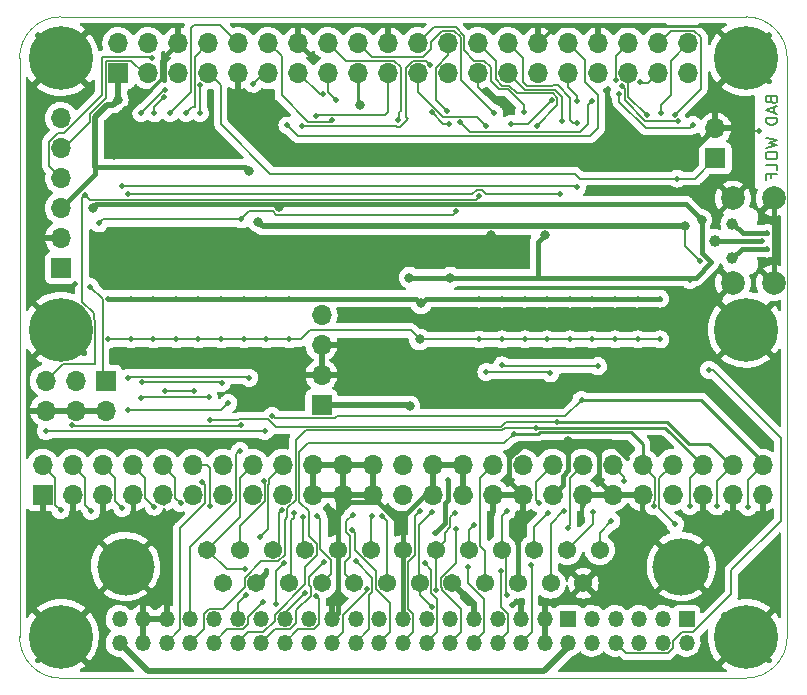
<source format=gbl>
G04 #@! TF.GenerationSoftware,KiCad,Pcbnew,(6.0.4)*
G04 #@! TF.CreationDate,2022-09-08T15:32:11-05:00*
G04 #@! TF.ProjectId,rascsi_2p6,72617363-7369-45f3-9270-362e6b696361,rev?*
G04 #@! TF.SameCoordinates,PX59d60c0PY325aa00*
G04 #@! TF.FileFunction,Copper,L2,Bot*
G04 #@! TF.FilePolarity,Positive*
%FSLAX46Y46*%
G04 Gerber Fmt 4.6, Leading zero omitted, Abs format (unit mm)*
G04 Created by KiCad (PCBNEW (6.0.4)) date 2022-09-08 15:32:11*
%MOMM*%
%LPD*%
G01*
G04 APERTURE LIST*
G04 #@! TA.AperFunction,Profile*
%ADD10C,0.050000*%
G04 #@! TD*
%ADD11C,0.150000*%
G04 #@! TA.AperFunction,NonConductor*
%ADD12C,0.150000*%
G04 #@! TD*
G04 #@! TA.AperFunction,ComponentPad*
%ADD13C,1.545000*%
G04 #@! TD*
G04 #@! TA.AperFunction,ComponentPad*
%ADD14C,4.845000*%
G04 #@! TD*
G04 #@! TA.AperFunction,ComponentPad*
%ADD15C,0.800000*%
G04 #@! TD*
G04 #@! TA.AperFunction,ComponentPad*
%ADD16C,5.400000*%
G04 #@! TD*
G04 #@! TA.AperFunction,ComponentPad*
%ADD17R,1.700000X1.700000*%
G04 #@! TD*
G04 #@! TA.AperFunction,ComponentPad*
%ADD18O,1.700000X1.700000*%
G04 #@! TD*
G04 #@! TA.AperFunction,ComponentPad*
%ADD19C,2.000000*%
G04 #@! TD*
G04 #@! TA.AperFunction,ComponentPad*
%ADD20R,1.350000X1.350000*%
G04 #@! TD*
G04 #@! TA.AperFunction,ComponentPad*
%ADD21O,1.350000X1.350000*%
G04 #@! TD*
G04 #@! TA.AperFunction,SMDPad,CuDef*
%ADD22C,1.000000*%
G04 #@! TD*
G04 #@! TA.AperFunction,ViaPad*
%ADD23C,0.500000*%
G04 #@! TD*
G04 #@! TA.AperFunction,ViaPad*
%ADD24C,0.800000*%
G04 #@! TD*
G04 #@! TA.AperFunction,Conductor*
%ADD25C,0.400000*%
G04 #@! TD*
G04 #@! TA.AperFunction,Conductor*
%ADD26C,0.250000*%
G04 #@! TD*
G04 #@! TA.AperFunction,Conductor*
%ADD27C,0.200000*%
G04 #@! TD*
G04 #@! TA.AperFunction,Conductor*
%ADD28C,0.150000*%
G04 #@! TD*
G04 #@! TA.AperFunction,Conductor*
%ADD29C,0.500000*%
G04 #@! TD*
G04 APERTURE END LIST*
D10*
X83800000Y10300000D02*
X141800000Y10300000D01*
X83800000Y-45696000D02*
X141800000Y-45696000D01*
X141800000Y-45696000D02*
G75*
G03*
X145300000Y-42196000I0J3500000D01*
G01*
X80300000Y6800000D02*
X80300000Y-42196000D01*
X145300000Y6800000D02*
G75*
G03*
X141800000Y10300000I-3500000J0D01*
G01*
X83800000Y10300000D02*
G75*
G03*
X80300000Y6800000I0J-3500000D01*
G01*
X80300000Y-42196000D02*
G75*
G03*
X83800000Y-45696000I3500000J0D01*
G01*
X145300000Y6800000D02*
X145300000Y-42196000D01*
D11*
D12*
X143938571Y3266667D02*
X143986190Y3123810D01*
X144033809Y3076191D01*
X144129047Y3028572D01*
X144271904Y3028572D01*
X144367142Y3076191D01*
X144414761Y3123810D01*
X144462380Y3219048D01*
X144462380Y3600000D01*
X143462380Y3600000D01*
X143462380Y3266667D01*
X143510000Y3171429D01*
X143557619Y3123810D01*
X143652857Y3076191D01*
X143748095Y3076191D01*
X143843333Y3123810D01*
X143890952Y3171429D01*
X143938571Y3266667D01*
X143938571Y3600000D01*
X144176666Y2647620D02*
X144176666Y2171429D01*
X144462380Y2742858D02*
X143462380Y2409524D01*
X144462380Y2076191D01*
X144462380Y1742858D02*
X143462380Y1742858D01*
X143462380Y1504762D01*
X143510000Y1361905D01*
X143605238Y1266667D01*
X143700476Y1219048D01*
X143890952Y1171429D01*
X144033809Y1171429D01*
X144224285Y1219048D01*
X144319523Y1266667D01*
X144414761Y1361905D01*
X144462380Y1504762D01*
X144462380Y1742858D01*
X143462380Y76191D02*
X144462380Y-161904D01*
X143748095Y-352380D01*
X144462380Y-542857D01*
X143462380Y-780952D01*
X143462380Y-1352380D02*
X143462380Y-1542857D01*
X143510000Y-1638095D01*
X143605238Y-1733333D01*
X143795714Y-1780952D01*
X144129047Y-1780952D01*
X144319523Y-1733333D01*
X144414761Y-1638095D01*
X144462380Y-1542857D01*
X144462380Y-1352380D01*
X144414761Y-1257142D01*
X144319523Y-1161904D01*
X144129047Y-1114285D01*
X143795714Y-1114285D01*
X143605238Y-1161904D01*
X143510000Y-1257142D01*
X143462380Y-1352380D01*
X144462380Y-2685714D02*
X144462380Y-2209523D01*
X143462380Y-2209523D01*
X143938571Y-3352380D02*
X143938571Y-3019047D01*
X144462380Y-3019047D02*
X143462380Y-3019047D01*
X143462380Y-3495238D01*
D13*
X129421600Y-34830000D03*
X126651600Y-34830000D03*
X123881600Y-34830000D03*
X121111600Y-34830000D03*
X118341600Y-34830000D03*
X115571600Y-34830000D03*
X112801600Y-34830000D03*
X110031600Y-34830000D03*
X107261600Y-34830000D03*
X104491600Y-34830000D03*
X101721600Y-34830000D03*
X98951600Y-34830000D03*
X96181600Y-34830000D03*
X128036600Y-37670000D03*
X125266600Y-37670000D03*
X122496600Y-37670000D03*
X119726600Y-37670000D03*
X116956600Y-37670000D03*
X114186600Y-37670000D03*
X111416600Y-37670000D03*
X108646600Y-37670000D03*
X105876600Y-37670000D03*
X103106600Y-37670000D03*
X100336600Y-37670000D03*
X97566600Y-37670000D03*
D14*
X136321600Y-36250000D03*
X89281600Y-36250000D03*
D15*
X85825000Y6800000D03*
X82368109Y5368109D03*
X83800000Y8825000D03*
D16*
X83800000Y6800000D03*
D15*
X83800000Y4775000D03*
X85231891Y5368109D03*
X81775000Y6800000D03*
X85231891Y8231891D03*
X82368109Y8231891D03*
X83800000Y-18225000D03*
X81775000Y-16200000D03*
X85231891Y-17631891D03*
X82368109Y-14768109D03*
X85231891Y-14768109D03*
D16*
X83800000Y-16200000D03*
D15*
X85825000Y-16200000D03*
X82368109Y-17631891D03*
X83800000Y-14175000D03*
X85231891Y-40768109D03*
X83800000Y-44225000D03*
X82368109Y-40768109D03*
X81775000Y-42200000D03*
X85231891Y-43631891D03*
X83800000Y-40175000D03*
X82368109Y-43631891D03*
X85825000Y-42200000D03*
D16*
X83800000Y-42200000D03*
D17*
X83810000Y-10980000D03*
D18*
X83810000Y-8440000D03*
X83810000Y-5900000D03*
X83810000Y-3360000D03*
X83810000Y-820000D03*
X83810000Y1720000D03*
D15*
X141800000Y-18225000D03*
X140368109Y-17631891D03*
D16*
X141800000Y-16200000D03*
D15*
X143825000Y-16200000D03*
X141800000Y-14175000D03*
X143231891Y-17631891D03*
X143231891Y-14768109D03*
X139775000Y-16200000D03*
X140368109Y-14768109D03*
X141800000Y-40175000D03*
X143825000Y-42200000D03*
X140368109Y-43631891D03*
D16*
X141800000Y-42200000D03*
D15*
X141800000Y-44225000D03*
X140368109Y-40768109D03*
X143231891Y-40768109D03*
X143231891Y-43631891D03*
X139775000Y-42200000D03*
X143825000Y6800000D03*
X143231891Y5368109D03*
X141800000Y8825000D03*
X140368109Y5368109D03*
D16*
X141800000Y6800000D03*
D15*
X140368109Y8231891D03*
X141800000Y4775000D03*
X143231891Y8231891D03*
X139775000Y6800000D03*
D19*
X144155000Y-12235000D03*
X144155000Y-5085000D03*
X140705000Y-5085000D03*
X140705000Y-12235000D03*
D17*
X82266500Y-30194500D03*
D18*
X82266500Y-27654500D03*
X84806500Y-30194500D03*
X84806500Y-27654500D03*
X87346500Y-30194500D03*
X87346500Y-27654500D03*
X89886500Y-30194500D03*
X89886500Y-27654500D03*
X92426500Y-30194500D03*
X92426500Y-27654500D03*
X94966500Y-30194500D03*
X94966500Y-27654500D03*
X97506500Y-30194500D03*
X97506500Y-27654500D03*
X100046500Y-30194500D03*
X100046500Y-27654500D03*
X102586500Y-30194500D03*
X102586500Y-27654500D03*
X105126500Y-30194500D03*
X105126500Y-27654500D03*
X107666500Y-30194500D03*
X107666500Y-27654500D03*
X110206500Y-30194500D03*
X110206500Y-27654500D03*
X112746500Y-30194500D03*
X112746500Y-27654500D03*
X115286500Y-30194500D03*
X115286500Y-27654500D03*
X117826500Y-30194500D03*
X117826500Y-27654500D03*
X120366500Y-30194500D03*
X120366500Y-27654500D03*
X122906500Y-30194500D03*
X122906500Y-27654500D03*
X125446500Y-30194500D03*
X125446500Y-27654500D03*
X127986500Y-30194500D03*
X127986500Y-27654500D03*
X130526500Y-30194500D03*
X130526500Y-27654500D03*
X133066500Y-30194500D03*
X133066500Y-27654500D03*
X135606500Y-30194500D03*
X135606500Y-27654500D03*
X138146500Y-30194500D03*
X138146500Y-27654500D03*
X140686500Y-30194500D03*
X140686500Y-27654500D03*
X143226500Y-30194500D03*
X143226500Y-27654500D03*
D20*
X136772000Y-40688000D03*
D21*
X136772000Y-42688000D03*
X134772000Y-40688000D03*
X134772000Y-42688000D03*
X132772000Y-40688000D03*
X132772000Y-42688000D03*
X130772000Y-40688000D03*
X130772000Y-42688000D03*
X128772000Y-40688000D03*
X128772000Y-42688000D03*
D20*
X126772000Y-40688000D03*
D21*
X126772000Y-42688000D03*
X124772000Y-40688000D03*
X124772000Y-42688000D03*
X122772000Y-40688000D03*
X122772000Y-42688000D03*
X120772000Y-40688000D03*
X120772000Y-42688000D03*
X118772000Y-40688000D03*
X118772000Y-42688000D03*
X116772000Y-40688000D03*
X116772000Y-42688000D03*
X114772000Y-40688000D03*
X114772000Y-42688000D03*
X112772000Y-40688000D03*
X112772000Y-42688000D03*
X110772000Y-40688000D03*
X110772000Y-42688000D03*
X108772000Y-40688000D03*
X108772000Y-42688000D03*
X106772000Y-40688000D03*
X106772000Y-42688000D03*
X104772000Y-40688000D03*
X104772000Y-42688000D03*
X102772000Y-40688000D03*
X102772000Y-42688000D03*
X100772000Y-40688000D03*
X100772000Y-42688000D03*
X98772000Y-40688000D03*
X98772000Y-42688000D03*
X96772000Y-40688000D03*
X96772000Y-42688000D03*
X94772000Y-40688000D03*
X94772000Y-42688000D03*
X92772000Y-40688000D03*
X92772000Y-42688000D03*
X90772000Y-40688000D03*
X90772000Y-42688000D03*
X88772000Y-40688000D03*
X88772000Y-42688000D03*
D17*
X87610000Y-20500000D03*
D18*
X87610000Y-23040000D03*
X85070000Y-20500000D03*
X85070000Y-23040000D03*
X82530000Y-20500000D03*
X82530000Y-23040000D03*
D17*
X105870000Y-22580000D03*
D18*
X105870000Y-20040000D03*
X105870000Y-17500000D03*
X105870000Y-14960000D03*
D17*
X88670000Y5530000D03*
D18*
X88670000Y8070000D03*
X91210000Y5530000D03*
X91210000Y8070000D03*
X93750000Y5530000D03*
X93750000Y8070000D03*
X96290000Y5530000D03*
X96290000Y8070000D03*
X98830000Y5530000D03*
X98830000Y8070000D03*
X101370000Y5530000D03*
X101370000Y8070000D03*
X103910000Y5530000D03*
X103910000Y8070000D03*
X106450000Y5530000D03*
X106450000Y8070000D03*
X108990000Y5530000D03*
X108990000Y8070000D03*
X111530000Y5530000D03*
X111530000Y8070000D03*
X114070000Y5530000D03*
X114070000Y8070000D03*
X116610000Y5530000D03*
X116610000Y8070000D03*
X119150000Y5530000D03*
X119150000Y8070000D03*
X121690000Y5530000D03*
X121690000Y8070000D03*
X124230000Y5530000D03*
X124230000Y8070000D03*
X126770000Y5530000D03*
X126770000Y8070000D03*
X129310000Y5530000D03*
X129310000Y8070000D03*
X131850000Y5530000D03*
X131850000Y8070000D03*
X134390000Y5530000D03*
X134390000Y8070000D03*
X136930000Y5530000D03*
X136930000Y8070000D03*
D17*
X139226000Y-1683000D03*
D18*
X139226000Y857000D03*
D22*
X139150000Y-8680000D03*
X140650000Y-10110000D03*
X140650000Y-7250000D03*
D23*
X93190000Y-25820000D03*
X139377000Y-7383000D03*
X100990000Y380000D03*
X121540000Y-31560000D03*
X127882000Y-22146000D03*
X101686769Y-23478251D03*
X90210000Y-7800000D03*
X91580000Y-25840000D03*
X131510000Y-25960000D03*
X103000000Y-19270000D03*
X106079000Y-1810000D03*
X89910000Y-25950000D03*
X125330000Y-2000000D03*
X115899999Y-1570001D03*
X96943500Y-25863543D03*
X103539000Y-1746500D03*
X125036247Y-31748511D03*
X123159259Y-22348500D03*
X101100000Y-19170000D03*
X91660000Y-18990000D03*
D24*
X126750000Y-25640000D03*
D23*
X131502655Y-28977345D03*
X95640000Y-25870000D03*
X121532000Y-38656000D03*
X89740000Y-19040000D03*
X98440000Y-25710000D03*
X97620000Y-8440000D03*
X121024000Y-36624000D03*
D24*
X120234902Y-8196500D03*
D23*
X97150000Y-19070000D03*
X88258000Y-1572000D03*
X142000000Y-31220000D03*
X136390000Y-15210000D03*
X130422000Y-2080000D03*
X123220000Y-1780000D03*
X93620000Y-19030000D03*
X142910000Y600000D03*
X134470000Y-25740000D03*
X84963500Y-12347757D03*
X113379999Y-1570001D03*
X100820000Y-25900000D03*
X99700000Y-8010000D03*
X101710000Y-1930000D03*
X129406000Y-4620000D03*
X96340000Y-11340000D03*
X123732000Y-26003500D03*
D24*
X139030000Y4550000D03*
D23*
X98960000Y-26450000D03*
X99000000Y-19040000D03*
X123564000Y-36116000D03*
X99434000Y-38656000D03*
X95510000Y-19050000D03*
X89243314Y2464011D03*
D24*
X88616500Y3270000D03*
X136650000Y-7420000D03*
X109120000Y2800000D03*
D23*
X137911162Y-10346458D03*
D24*
X100530000Y-7040000D03*
X99750000Y-2750000D03*
X116780000Y-11780000D03*
X102300000Y-5820000D03*
D23*
X137050000Y-11980000D03*
D24*
X138042000Y-6906000D03*
X124780000Y-8200000D03*
X113320000Y-22680000D03*
X113310000Y-11780000D03*
X86480000Y-5890000D03*
D23*
X95770000Y-29100000D03*
X130419308Y-32414713D03*
X139350000Y-31150000D03*
X96390000Y-23880000D03*
X125821021Y-23991021D03*
X122155477Y-24994523D03*
X128817950Y-31630159D03*
X133993502Y-31150000D03*
X117187010Y-31684832D03*
X124267635Y-30901010D03*
X105394338Y-38713449D03*
X119830000Y-19770000D03*
X115588434Y-38215548D03*
X125240000Y-19890000D03*
X100909837Y-39247077D03*
X135828947Y-32665648D03*
X115235886Y-31652762D03*
X115182000Y-39662031D03*
X106038000Y-35862000D03*
X126730000Y-32950000D03*
X118812489Y-32689064D03*
X129270000Y-19290000D03*
X104490326Y-38501086D03*
X121140000Y-19220000D03*
X100644714Y-33758047D03*
X111018510Y-31996010D03*
X109713077Y-38111020D03*
X82530000Y-24780000D03*
X101060000Y-24780000D03*
X83780000Y-31480000D03*
X110120000Y-31996010D03*
X99030000Y-24303500D03*
X84744361Y-24303500D03*
X108521033Y-31856657D03*
X86370000Y-31530000D03*
X118230000Y-36256511D03*
X89002424Y-31302989D03*
X89490000Y-22980000D03*
X105519686Y-31957742D03*
X97988500Y-22390000D03*
X90561500Y-21985885D03*
X96320000Y-21910000D03*
X117243766Y-33076963D03*
X91693529Y-31178968D03*
X104280000Y-32052000D03*
X103498000Y-31750000D03*
X114608688Y-35948588D03*
X93930504Y-30851957D03*
X114166000Y-31544000D03*
X92600000Y-21370000D03*
X102510000Y-31434946D03*
X96408551Y-31108553D03*
X95050000Y-21380000D03*
X108431070Y-33137679D03*
X90680000Y-20640000D03*
X100973502Y-29027449D03*
X97420000Y-20720000D03*
X108752442Y-35782442D03*
X99431263Y-36493836D03*
X99770000Y-20270000D03*
X89470000Y-20300000D03*
X137054940Y-31121502D03*
X126371042Y-31585360D03*
X124013022Y-24493022D03*
X101974000Y-39418000D03*
X116610000Y-28880000D03*
X115479033Y-33403489D03*
X102686051Y-35947053D03*
X90611321Y2164500D03*
X92606010Y4116010D03*
X100071557Y4632242D03*
X91728000Y2127000D03*
X92557577Y3472237D03*
X130785361Y4920000D03*
X93051254Y2164500D03*
X94400000Y2140000D03*
X95583143Y2164500D03*
X95579021Y4529977D03*
X102980000Y1110000D03*
X115088942Y6212691D03*
X104230000Y1090000D03*
X105382522Y1860825D03*
X106795066Y1541500D03*
X117596707Y1388500D03*
X132847721Y4815780D03*
X128748500Y3194737D03*
X112370000Y1520000D03*
X120493500Y2127000D03*
X121904492Y1236649D03*
X125375797Y3229285D03*
X107080000Y3280000D03*
X122990000Y2220000D03*
X133387496Y2003496D03*
X134654000Y2127000D03*
X135777207Y2019438D03*
X136064293Y1462010D03*
X105960000Y3740000D03*
X131340387Y4413823D03*
X91550000Y6850000D03*
X130715000Y-17010000D03*
X93537500Y-17010000D03*
X126890000Y-17010000D03*
X101187500Y-17010000D03*
X128802500Y-17010000D03*
X119240000Y-17010000D03*
X121152500Y-17010000D03*
X89712500Y-17010000D03*
X124977500Y-17010000D03*
X99275000Y-17010000D03*
X97362500Y-17010000D03*
D24*
X114180000Y-17010000D03*
D23*
X91625000Y-17010000D03*
X95450000Y-17010000D03*
X103100000Y-17010000D03*
X87800000Y-17010000D03*
X132627500Y-17010000D03*
X134540000Y-17010000D03*
X123065000Y-17010000D03*
D24*
X114300000Y-13970000D03*
D23*
X91625000Y-13560000D03*
X95450000Y-13560000D03*
X99275000Y-13560000D03*
X101187500Y-13560000D03*
X87800000Y-13560000D03*
X97362500Y-13560000D03*
X124977500Y-13560000D03*
X134540000Y-13560000D03*
X119240000Y-13560000D03*
X103100000Y-13560000D03*
X130715000Y-13560000D03*
X121152500Y-13560000D03*
X126890000Y-13560000D03*
X89712500Y-13560000D03*
X123065000Y-13560000D03*
X93537500Y-13560000D03*
X128802500Y-13560000D03*
X132627500Y-13560000D03*
X137340000Y1120000D03*
X131077665Y3803316D03*
X127480000Y3194936D03*
X124093367Y1052134D03*
X116500000Y2300000D03*
X87031937Y-7191937D03*
X117290000Y-6170000D03*
X115190000Y2200000D03*
X116650000Y1260000D03*
X99070000Y-6860000D03*
X89000000Y-4060000D03*
X127490000Y1340000D03*
X127490000Y-4120000D03*
X126230000Y1480000D03*
X89443897Y-4723228D03*
X86291500Y-12552367D03*
X126030000Y-4700000D03*
X85850000Y-4790000D03*
X119200000Y-4891500D03*
X119790000Y1074500D03*
X143577990Y-8020000D03*
X143201287Y-8646949D03*
X143577990Y-9320000D03*
X138670000Y-19600000D03*
X135983368Y-3393368D03*
D25*
X98680063Y2196374D02*
X98830000Y2346311D01*
X126750000Y-28092962D02*
X126750000Y-25640000D01*
D26*
X89774973Y2464011D02*
X89596867Y2464011D01*
D25*
X126296499Y-28546463D02*
X126750000Y-28092962D01*
D27*
X121111600Y-31988400D02*
X121540000Y-31560000D01*
D25*
X92572999Y6892999D02*
X92572999Y4965039D01*
D27*
X121111600Y-34830000D02*
X121111600Y-31988400D01*
D25*
X122906500Y-30194500D02*
X122906500Y-31396581D01*
D28*
X123649001Y-36201001D02*
X123564000Y-36116000D01*
X122772000Y-42688000D02*
X123649001Y-41810999D01*
X120772000Y-42688000D02*
X121649001Y-41810999D01*
D25*
X108244071Y-30742711D02*
X110619173Y-30742711D01*
D27*
X123881600Y-32903158D02*
X125036247Y-31748511D01*
D25*
X122496600Y-31806481D02*
X122496600Y-37670000D01*
X103910000Y8070000D02*
X105264437Y6715563D01*
X125446500Y-30194500D02*
X126296499Y-29344501D01*
D28*
X121024000Y-39642038D02*
X121024000Y-36624000D01*
D25*
X129340000Y-25640000D02*
X126750000Y-25640000D01*
X98830000Y4327919D02*
X98830000Y5530000D01*
D28*
X121532000Y-38656000D02*
X121522099Y-38646099D01*
X106971511Y-23681511D02*
X107143022Y-23510000D01*
D26*
X124230000Y8070000D02*
X125659999Y9499999D01*
X93750000Y8070000D02*
X92312001Y6632001D01*
D28*
X142910000Y600000D02*
X141618519Y600000D01*
X121649001Y-41810999D02*
X121649001Y-40267039D01*
X98668478Y-30721522D02*
X98668478Y-26741522D01*
X131502655Y-28630655D02*
X131502655Y-28977345D01*
X101686769Y-23478251D02*
X101890029Y-23681511D01*
X98668478Y-26741522D02*
X98960000Y-26450000D01*
X121522099Y-38646099D02*
X121522099Y-35240499D01*
D25*
X103539000Y-1746500D02*
X103289001Y-1496501D01*
X121729499Y-27089539D02*
X122815538Y-26003500D01*
D28*
X130526500Y-27654500D02*
X131502655Y-28630655D01*
D25*
X129349499Y-25649499D02*
X129340000Y-25640000D01*
X131703501Y-27089539D02*
X130253962Y-25640000D01*
D27*
X142000000Y-28881000D02*
X143226500Y-27654500D01*
D25*
X107261600Y-30599400D02*
X107261600Y-34830000D01*
X98830000Y2346311D02*
X98830000Y4327919D01*
D27*
X142000000Y-31220000D02*
X142000000Y-28881000D01*
D28*
X98772000Y-40688000D02*
X98772000Y-39318000D01*
D25*
X122906500Y-31396581D02*
X122496600Y-31806481D01*
D28*
X123649001Y-41810999D02*
X123649001Y-36201001D01*
D25*
X107261600Y-31725182D02*
X108244071Y-30742711D01*
D26*
X139100001Y9499999D02*
X141800000Y6800000D01*
D25*
X107261600Y-34830000D02*
X107261600Y-40198400D01*
X93750000Y8070000D02*
X92572999Y6892999D01*
D28*
X107143022Y-23510000D02*
X126518000Y-23510000D01*
D25*
X130253962Y-25640000D02*
X129340000Y-25640000D01*
D28*
X94772000Y-34618000D02*
X98668478Y-30721522D01*
D25*
X126296499Y-29344501D02*
X126296499Y-28546463D01*
X144155000Y-12235000D02*
X144155000Y-5085000D01*
D28*
X121649001Y-40267039D02*
X121024000Y-39642038D01*
D26*
X125659999Y9499999D02*
X139100001Y9499999D01*
D29*
X139226000Y857000D02*
X136289000Y-2080000D01*
D26*
X143226500Y-27356500D02*
X138016000Y-22146000D01*
D25*
X101819014Y-1496501D02*
X98680063Y1642450D01*
D26*
X138016000Y-22146000D02*
X127882000Y-22146000D01*
D25*
X98680063Y1642450D02*
X98680063Y2196374D01*
D29*
X136289000Y-2080000D02*
X130422000Y-2080000D01*
D28*
X103289001Y-1496501D02*
X101866501Y-1496501D01*
D25*
X129349499Y-29017499D02*
X129349499Y-25649499D01*
X121729499Y-29017499D02*
X121729499Y-27089539D01*
D26*
X92312001Y6632001D02*
X92312001Y5001039D01*
D25*
X112801600Y-32054436D02*
X112801600Y-34830000D01*
X112801600Y-34830000D02*
X112801600Y-40658400D01*
D27*
X119787919Y3690000D02*
X120220000Y3690000D01*
D25*
X130526500Y-30194500D02*
X129349499Y-29017499D01*
D27*
X120220000Y3690000D02*
X120680000Y3230000D01*
D28*
X98772000Y-39318000D02*
X99434000Y-38656000D01*
D25*
X114661536Y-30194500D02*
X112801600Y-32054436D01*
D26*
X89596867Y2464011D02*
X89243314Y2464011D01*
D27*
X119150000Y5530000D02*
X119150000Y4327919D01*
D25*
X122815538Y-26003500D02*
X123732000Y-26003500D01*
X107261600Y-40198400D02*
X106772000Y-40688000D01*
X110619173Y-30742711D02*
X112801600Y-32925138D01*
X103289001Y-1496501D02*
X101819014Y-1496501D01*
D28*
X94772000Y-40688000D02*
X94772000Y-34618000D01*
D26*
X92312001Y5001039D02*
X89774973Y2464011D01*
D28*
X101890029Y-23681511D02*
X106971511Y-23681511D01*
D27*
X119150000Y4327919D02*
X119787919Y3690000D01*
D25*
X122906500Y-30194500D02*
X121729499Y-29017499D01*
D27*
X123881600Y-34830000D02*
X123881600Y-32903158D01*
D28*
X126518000Y-23510000D02*
X127882000Y-22146000D01*
D26*
X108990000Y2930000D02*
X109120000Y2800000D01*
D29*
X88616500Y3270000D02*
X88216501Y2870001D01*
X100910000Y-7420000D02*
X136650000Y-7420000D01*
D25*
X86701023Y-2431023D02*
X86700000Y-2430000D01*
D29*
X86701023Y1838985D02*
X86701023Y-2428977D01*
X86701023Y-2428977D02*
X86700000Y-2430000D01*
X88670000Y3323500D02*
X88616500Y3270000D01*
X88216501Y2870001D02*
X87732039Y2870001D01*
X88670000Y5530000D02*
X88670000Y3323500D01*
D25*
X83810000Y-5900000D02*
X86701023Y-3008977D01*
X86701023Y-3008977D02*
X86701023Y-2431023D01*
D28*
X136650000Y-7420000D02*
X136650000Y-9085296D01*
D29*
X100910000Y-7420000D02*
X100530000Y-7040000D01*
D26*
X108990000Y5530000D02*
X108990000Y2930000D01*
D29*
X87732039Y2870001D02*
X86701023Y1838985D01*
D25*
X86700000Y-2430000D02*
X99430000Y-2430000D01*
D28*
X136650000Y-9085296D02*
X137911162Y-10346458D01*
D25*
X99430000Y-2430000D02*
X99750000Y-2750000D01*
D28*
X137050000Y-11980000D02*
X137360000Y-11980000D01*
D25*
X137560000Y-11780000D02*
X138860000Y-10480000D01*
X138042000Y-6906000D02*
X138042000Y-9662000D01*
D28*
X137360000Y-11980000D02*
X138860000Y-10480000D01*
D25*
X116780000Y-11780000D02*
X124240000Y-11780000D01*
X124780000Y-8200000D02*
X124240000Y-8740000D01*
D29*
X113220000Y-22580000D02*
X113320000Y-22680000D01*
D25*
X136729499Y-5593499D02*
X138042000Y-6906000D01*
X124240000Y-8740000D02*
X124240000Y-11780000D01*
X86480000Y-5890000D02*
X86776501Y-5593499D01*
D29*
X88772000Y-42688000D02*
X91209011Y-45125011D01*
X91209011Y-45125011D02*
X124730286Y-45125011D01*
D25*
X138042000Y-9662000D02*
X138860000Y-10480000D01*
X113310000Y-11780000D02*
X116780000Y-11780000D01*
D29*
X105870000Y-22580000D02*
X113220000Y-22580000D01*
D25*
X86776501Y-5593499D02*
X136729499Y-5593499D01*
D29*
X124730286Y-45125011D02*
X126772000Y-43083297D01*
D25*
X124240000Y-11780000D02*
X137560000Y-11780000D01*
D28*
X96018011Y-29348011D02*
X95770000Y-29100000D01*
D26*
X137010000Y-25850000D02*
X135151021Y-23991021D01*
D27*
X139350000Y-28991000D02*
X140686500Y-27654500D01*
X129421600Y-33412421D02*
X130419308Y-32414713D01*
D28*
X96018011Y-30881989D02*
X96018011Y-29348011D01*
X96410000Y-23860000D02*
X98830000Y-23860000D01*
X93895489Y-33004511D02*
X96018011Y-30881989D01*
D26*
X135151021Y-23991021D02*
X125821021Y-23991021D01*
D28*
X92772000Y-42688000D02*
X93895489Y-41564511D01*
D26*
X140521326Y-27654500D02*
X138716827Y-25850001D01*
D28*
X93895489Y-41564511D02*
X93895489Y-33004511D01*
X101980000Y-24410000D02*
X121030000Y-24410000D01*
D27*
X129421600Y-34830000D02*
X129421600Y-33412421D01*
D28*
X121448979Y-23991021D02*
X125821021Y-23991021D01*
X101340000Y-23770000D02*
X101980000Y-24410000D01*
D27*
X139350000Y-31150000D02*
X139350000Y-28991000D01*
D28*
X96390000Y-23880000D02*
X96410000Y-23860000D01*
X121030000Y-24410000D02*
X121448979Y-23991021D01*
X98830000Y-23860000D02*
X98920000Y-23770000D01*
X98920000Y-23770000D02*
X101340000Y-23770000D01*
D26*
X138716827Y-25850001D02*
X137010000Y-25850000D01*
X124345243Y-24870032D02*
X124220752Y-24994523D01*
D28*
X121325110Y-25824890D02*
X122155477Y-24994523D01*
X105466101Y-35297761D02*
X105466101Y-34362239D01*
X105466101Y-34362239D02*
X104768000Y-33664138D01*
D27*
X126651600Y-34830000D02*
X128817950Y-32663650D01*
D28*
X104490989Y-36272873D02*
X105466101Y-35297761D01*
D27*
X134143501Y-30646448D02*
X133993502Y-30796447D01*
D28*
X100946963Y-41810999D02*
X101894999Y-40862963D01*
D26*
X132060032Y-24870032D02*
X124345243Y-24870032D01*
D27*
X133066500Y-27654500D02*
X134143501Y-28731501D01*
D28*
X103994499Y-26571901D02*
X104741510Y-25824890D01*
X104768000Y-33664138D02*
X104768000Y-31518364D01*
D26*
X133066500Y-25876500D02*
X132060032Y-24870032D01*
D27*
X134143501Y-28731501D02*
X134143501Y-30646448D01*
D26*
X124220752Y-24994523D02*
X122155477Y-24994523D01*
D28*
X104741510Y-25824890D02*
X121325110Y-25824890D01*
X98772000Y-42688000D02*
X99649001Y-41810999D01*
D27*
X133993502Y-30796447D02*
X133993502Y-31150000D01*
D26*
X133066500Y-27654500D02*
X133066500Y-25876500D01*
D28*
X99649001Y-41810999D02*
X100946963Y-41810999D01*
X101894999Y-40862963D02*
X101894999Y-40323863D01*
X104490989Y-37727873D02*
X104490989Y-36272873D01*
D27*
X128817950Y-32663650D02*
X128817950Y-31630159D01*
D28*
X104768000Y-31518364D02*
X103994499Y-30744863D01*
X101894999Y-40323863D02*
X104490989Y-37727873D01*
X103994499Y-30744863D02*
X103994499Y-26571901D01*
X105649001Y-41108961D02*
X105649001Y-38968112D01*
D27*
X125446500Y-27654500D02*
X124017636Y-29083364D01*
X116787012Y-32084830D02*
X117187010Y-31684832D01*
X115571600Y-34830000D02*
X116344099Y-34057501D01*
D28*
X105192961Y-41565001D02*
X105649001Y-41108961D01*
D27*
X116344099Y-34057501D02*
X116344099Y-33382344D01*
D28*
X103894999Y-41565001D02*
X105192961Y-41565001D01*
D27*
X116344099Y-33382344D02*
X116787012Y-32939431D01*
X124017636Y-30651011D02*
X124267635Y-30901010D01*
D28*
X102772000Y-42688000D02*
X103894999Y-41565001D01*
D27*
X119830000Y-19770000D02*
X125120000Y-19770000D01*
D28*
X115571600Y-34830000D02*
X115571600Y-38198714D01*
X115571600Y-38198714D02*
X115588434Y-38215548D01*
D27*
X124017636Y-29083364D02*
X124017636Y-30651011D01*
X116787012Y-32939431D02*
X116787012Y-32084830D01*
X125120000Y-19770000D02*
X125240000Y-19890000D01*
D28*
X105649001Y-38968112D02*
X105394338Y-38713449D01*
D27*
X114131686Y-32756962D02*
X115235886Y-31652762D01*
D28*
X99649001Y-40507913D02*
X100909837Y-39247077D01*
D27*
X134470512Y-31307213D02*
X135828947Y-32665648D01*
X135606500Y-27654500D02*
X134470512Y-28790488D01*
X114131686Y-37615086D02*
X114131686Y-32756962D01*
D28*
X114186600Y-38666631D02*
X115182000Y-39662031D01*
X99192961Y-41565001D02*
X99649001Y-41108961D01*
X96772000Y-42688000D02*
X97894999Y-41565001D01*
X99649001Y-41108961D02*
X99649001Y-40507913D01*
D27*
X134470512Y-28790488D02*
X134470512Y-31307213D01*
D28*
X97894999Y-41565001D02*
X99192961Y-41565001D01*
X114186600Y-37670000D02*
X114186600Y-38666631D01*
X103192961Y-41565001D02*
X103715629Y-41042333D01*
X104942328Y-38718048D02*
X104942328Y-38016942D01*
D27*
X126909499Y-28731501D02*
X126909499Y-32770501D01*
D28*
X100772000Y-42688000D02*
X101894999Y-41565001D01*
X101894999Y-41565001D02*
X103192961Y-41565001D01*
X104942328Y-38016942D02*
X104768000Y-37842614D01*
D27*
X127986500Y-27654500D02*
X126909499Y-28731501D01*
X126909499Y-32770501D02*
X126730000Y-32950000D01*
X118341600Y-33159953D02*
X118812489Y-32689064D01*
D28*
X104768000Y-37132000D02*
X106038000Y-35862000D01*
X103715629Y-39944747D02*
X104942328Y-38718048D01*
X104768000Y-37842614D02*
X104768000Y-37132000D01*
X103715629Y-41042333D02*
X103715629Y-39944747D01*
D27*
X118341600Y-34830000D02*
X118341600Y-33159953D01*
X120366500Y-27654500D02*
X119289499Y-28731501D01*
X129270000Y-19290000D02*
X121210000Y-19290000D01*
X119289499Y-28731501D02*
X119289499Y-34487161D01*
X119289499Y-34487161D02*
X119726600Y-34924262D01*
X121210000Y-19290000D02*
X121140000Y-19220000D01*
D28*
X102772000Y-40219412D02*
X104490326Y-38501086D01*
D27*
X119726600Y-34924262D02*
X119726600Y-37670000D01*
D28*
X106772000Y-42688000D02*
X107649001Y-41810999D01*
X109713077Y-38282923D02*
X109713077Y-38111020D01*
X101375512Y-29294401D02*
X101425503Y-29244410D01*
X100644714Y-33758047D02*
X101375512Y-33027249D01*
D27*
X111416600Y-32394100D02*
X111018510Y-31996010D01*
X111416600Y-37670000D02*
X111416600Y-32394100D01*
D28*
X107649001Y-41810999D02*
X107649001Y-40346999D01*
X107649001Y-40346999D02*
X109713077Y-38282923D01*
X101425503Y-29244410D02*
X101425503Y-28815497D01*
X101375512Y-33027249D02*
X101375512Y-29294401D01*
X101425503Y-28815497D02*
X102586500Y-27654500D01*
D27*
X101060000Y-24780000D02*
X82530000Y-24780000D01*
X83343501Y-28731501D02*
X83343501Y-31043501D01*
X83343501Y-31043501D02*
X83780000Y-31480000D01*
X110031600Y-32084410D02*
X110120000Y-31996010D01*
X110031600Y-34830000D02*
X110031600Y-32084410D01*
X82266500Y-27654500D02*
X83343501Y-28731501D01*
X98976999Y-24356501D02*
X84797362Y-24356501D01*
X85883501Y-28731501D02*
X85883501Y-31043501D01*
X108303047Y-33688838D02*
X107954068Y-33339859D01*
X107874101Y-35859935D02*
X108303047Y-35430989D01*
X108303047Y-35430989D02*
X108303047Y-33688838D01*
X107954068Y-33339859D02*
X107954068Y-32423622D01*
X108646600Y-37670000D02*
X107874101Y-36897501D01*
X84806500Y-27654500D02*
X85883501Y-28731501D01*
X99030000Y-24303500D02*
X98976999Y-24356501D01*
X85883501Y-31043501D02*
X86370000Y-31530000D01*
X84797362Y-24356501D02*
X84744361Y-24303500D01*
X107874101Y-36897501D02*
X107874101Y-35859935D01*
X107954068Y-32423622D02*
X108521033Y-31856657D01*
X89490000Y-22980000D02*
X97398500Y-22980000D01*
X105769685Y-32207741D02*
X105519686Y-31957742D01*
X105876600Y-37670000D02*
X106649099Y-36897501D01*
X105769685Y-34773532D02*
X105769685Y-32207741D01*
D28*
X119649001Y-39034663D02*
X118230000Y-37615662D01*
X119649001Y-41810999D02*
X119649001Y-39034663D01*
X118230000Y-37615662D02*
X118230000Y-36256511D01*
D27*
X88423501Y-28731501D02*
X88423501Y-30724066D01*
D28*
X118772000Y-42688000D02*
X119649001Y-41810999D01*
D27*
X87346500Y-27654500D02*
X88423501Y-28731501D01*
X106649099Y-35652946D02*
X105769685Y-34773532D01*
X97398500Y-22980000D02*
X97988500Y-22390000D01*
X106649099Y-36897501D02*
X106649099Y-35652946D01*
X88423501Y-30724066D02*
X89002424Y-31302989D01*
D28*
X117649001Y-39804663D02*
X116049584Y-38205246D01*
D27*
X96320000Y-21910000D02*
X90637385Y-21910000D01*
D28*
X116772000Y-42688000D02*
X117649001Y-41810999D01*
X117649001Y-41810999D02*
X117649001Y-39804663D01*
D27*
X90637385Y-21910000D02*
X90561500Y-21985885D01*
D28*
X115982099Y-37970780D02*
X115982099Y-37202239D01*
D27*
X90963501Y-28731501D02*
X90963501Y-30448940D01*
X90963501Y-30448940D02*
X91693529Y-31178968D01*
D28*
X116049584Y-38205246D02*
X116049584Y-38038265D01*
X104280000Y-34618400D02*
X104280000Y-32052000D01*
X115982099Y-37202239D02*
X117243766Y-35940572D01*
D27*
X89886500Y-27654500D02*
X90963501Y-28731501D01*
D28*
X117243766Y-35940572D02*
X117243766Y-33076963D01*
X116049584Y-38038265D02*
X115982099Y-37970780D01*
D27*
X93503501Y-28731501D02*
X93503501Y-30424954D01*
D28*
X115136432Y-37998586D02*
X115161101Y-37973917D01*
X115161101Y-36501001D02*
X114608688Y-35948588D01*
D27*
X103498000Y-32103553D02*
X103498000Y-31750000D01*
D28*
X115136432Y-38472680D02*
X115136432Y-37998586D01*
D27*
X103280503Y-32321050D02*
X103498000Y-32103553D01*
D28*
X115649001Y-38985249D02*
X115136432Y-38472680D01*
D27*
X93503501Y-30424954D02*
X93930504Y-30851957D01*
X92426500Y-27654500D02*
X93503501Y-28731501D01*
D28*
X114772000Y-42688000D02*
X115649001Y-41810999D01*
X115161101Y-37973917D02*
X115161101Y-36501001D01*
X115649001Y-41810999D02*
X115649001Y-38985249D01*
D27*
X103280503Y-37496097D02*
X103280503Y-32321050D01*
D28*
X113776101Y-35297761D02*
X113776101Y-31933899D01*
D27*
X102260001Y-34291599D02*
X102260001Y-31684945D01*
D28*
X113649001Y-40267039D02*
X113203611Y-39821649D01*
D27*
X101721600Y-34830000D02*
X102260001Y-34291599D01*
D28*
X112772000Y-42688000D02*
X113649001Y-41810999D01*
D27*
X95040000Y-21370000D02*
X95050000Y-21380000D01*
D28*
X113649001Y-41810999D02*
X113649001Y-40267039D01*
D27*
X94966500Y-27654500D02*
X96168581Y-27654500D01*
X96168581Y-27654500D02*
X96408551Y-27894470D01*
X102260001Y-31684945D02*
X102510000Y-31434946D01*
D28*
X113203611Y-39821649D02*
X113203611Y-35870251D01*
D27*
X96408551Y-27894470D02*
X96408551Y-31108553D01*
D28*
X113203611Y-35870251D02*
X113776101Y-35297761D01*
D27*
X92600000Y-21370000D02*
X95040000Y-21370000D01*
D28*
X113776101Y-31933899D02*
X114166000Y-31544000D01*
X101098501Y-29152448D02*
X100973502Y-29027449D01*
X111649001Y-39344663D02*
X110442099Y-38137761D01*
X110442099Y-38137761D02*
X110442099Y-36639373D01*
X108681069Y-34878343D02*
X108681069Y-33387678D01*
X98951600Y-34830000D02*
X98951600Y-32846362D01*
X110772000Y-42688000D02*
X111649001Y-41810999D01*
D27*
X101077988Y-29131935D02*
X100973502Y-29027449D01*
X97340000Y-20640000D02*
X97420000Y-20720000D01*
D28*
X110442099Y-36639373D02*
X108681069Y-34878343D01*
X98951600Y-32846362D02*
X101098501Y-30699461D01*
D27*
X90680000Y-20640000D02*
X97340000Y-20640000D01*
D28*
X111649001Y-41810999D02*
X111649001Y-39344663D01*
X101098501Y-30699461D02*
X101098501Y-29152448D01*
X108681069Y-33387678D02*
X108431070Y-33137679D01*
X110165088Y-37195088D02*
X108752442Y-35782442D01*
X109889838Y-41570162D02*
X109889838Y-38639798D01*
X109889838Y-38639798D02*
X110165088Y-38364548D01*
D27*
X89470000Y-20300000D02*
X89606501Y-20163499D01*
X98969989Y-28731011D02*
X98969989Y-32041611D01*
X100046500Y-27654500D02*
X98969989Y-28731011D01*
D28*
X110165088Y-38364548D02*
X110165088Y-37195088D01*
X97845436Y-36493836D02*
X99431263Y-36493836D01*
X96181600Y-34830000D02*
X97845436Y-36493836D01*
D27*
X99663499Y-20163499D02*
X99770000Y-20270000D01*
D28*
X108772000Y-42688000D02*
X109889838Y-41570162D01*
D27*
X89606501Y-20163499D02*
X99663499Y-20163499D01*
X98969989Y-32041611D02*
X96181600Y-34830000D01*
D28*
X97517001Y-39810999D02*
X99362099Y-37965901D01*
X96351039Y-39810999D02*
X97517001Y-39810999D01*
D27*
X125266600Y-32604208D02*
X126301830Y-31568978D01*
D28*
X102736000Y-35257862D02*
X102736000Y-32306000D01*
D27*
X126354660Y-31568978D02*
X126371042Y-31585360D01*
X121373378Y-24493022D02*
X121154889Y-24711511D01*
D28*
X95894999Y-40267039D02*
X96351039Y-39810999D01*
X99362099Y-37202239D02*
X100759837Y-35804501D01*
X99362099Y-37965901D02*
X99362099Y-37202239D01*
D26*
X134985022Y-24493022D02*
X124013022Y-24493022D01*
X138146500Y-27654500D02*
X134985022Y-24493022D01*
D27*
X137054940Y-28746060D02*
X137054940Y-31121502D01*
D28*
X102986961Y-31326001D02*
X103692988Y-30619974D01*
X100759837Y-35804501D02*
X102189361Y-35804501D01*
X94772000Y-42688000D02*
X95894999Y-41565001D01*
X95894999Y-41565001D02*
X95894999Y-40267039D01*
D27*
X124013022Y-24493022D02*
X121373378Y-24493022D01*
X126301830Y-31568978D02*
X126354660Y-31568978D01*
X125266600Y-37670000D02*
X125266600Y-32604208D01*
X104554889Y-24711511D02*
X103692988Y-25573412D01*
D28*
X102189361Y-35804501D02*
X102736000Y-35257862D01*
X102986961Y-32055039D02*
X102986961Y-31326001D01*
D27*
X103692988Y-25573412D02*
X103692988Y-30619974D01*
X121154889Y-24711511D02*
X104554889Y-24711511D01*
D28*
X102736000Y-32306000D02*
X102986961Y-32055039D01*
D27*
X138146500Y-27654500D02*
X137054940Y-28746060D01*
D25*
X116360001Y-32522521D02*
X116360001Y-30862961D01*
X116360001Y-30862961D02*
X116610000Y-30612962D01*
X116610000Y-30612962D02*
X116610000Y-28880000D01*
D28*
X101974000Y-39418000D02*
X101974000Y-36659104D01*
X101974000Y-36659104D02*
X102686051Y-35947053D01*
D25*
X116360001Y-32522521D02*
X115479033Y-33403489D01*
D28*
X92606010Y4116010D02*
X92562831Y4116010D01*
X92562831Y4116010D02*
X90611321Y2164500D01*
X100969315Y5530000D02*
X100071557Y4632242D01*
X91728000Y2127000D02*
X91728000Y2642660D01*
X130785361Y7005361D02*
X130785361Y4920000D01*
X91728000Y2642660D02*
X92557577Y3472237D01*
X131850000Y8070000D02*
X130785361Y7005361D01*
X97300000Y9600000D02*
X95094002Y9600000D01*
X94800000Y5023038D02*
X94800000Y3913246D01*
X94800000Y3913246D02*
X93051254Y2164500D01*
X98830000Y8070000D02*
X97300000Y9600000D01*
X94802001Y9307999D02*
X94802001Y5025039D01*
X95094002Y9600000D02*
X94802001Y9307999D01*
X94802001Y5025039D02*
X94800000Y5023038D01*
X95127011Y2687011D02*
X94877011Y2687011D01*
X95127011Y6907011D02*
X95127011Y2687011D01*
X96290000Y8070000D02*
X95127011Y6907011D01*
X94877011Y2687011D02*
X94360000Y2170000D01*
X95579021Y4529977D02*
X95583143Y4525855D01*
X95583143Y4525855D02*
X95583143Y2164500D01*
X103900000Y190000D02*
X128610000Y190000D01*
X102980000Y1110000D02*
X103900000Y190000D01*
X128610000Y190000D02*
X129290000Y870000D01*
X129290000Y870000D02*
X129290000Y3640000D01*
X129290000Y3640000D02*
X128180000Y4750000D01*
X128180000Y6660000D02*
X126770000Y8070000D01*
X128180000Y4750000D02*
X128180000Y6660000D01*
X104230000Y1090000D02*
X112180000Y1090000D01*
X113190000Y1670000D02*
X113018489Y1841511D01*
X112530000Y1010000D02*
X113190000Y1670000D01*
X113018489Y5965551D02*
X113634449Y6581511D01*
X112260000Y1010000D02*
X112530000Y1010000D01*
X113018489Y1841511D02*
X113018489Y5965551D01*
X114720122Y6581511D02*
X115088942Y6212691D01*
X113634449Y6581511D02*
X114720122Y6581511D01*
X112180000Y1090000D02*
X112260000Y1010000D01*
X111253979Y1963979D02*
X111530000Y2240000D01*
X107011107Y1963979D02*
X111253979Y1963979D01*
X105382522Y1860825D02*
X105514698Y1993001D01*
X106982085Y1993001D02*
X107011107Y1963979D01*
X105514698Y1993001D02*
X106982085Y1993001D01*
X111530000Y2240000D02*
X111530000Y5530000D01*
X101370000Y8070000D02*
X102481978Y6958022D01*
X102481978Y3658022D02*
X104750000Y1390000D01*
X104750000Y1390000D02*
X106643566Y1390000D01*
X106643566Y1390000D02*
X106795066Y1541500D01*
X102481978Y6958022D02*
X102481978Y3658022D01*
X128420000Y1180000D02*
X127770000Y530000D01*
X132983500Y4680001D02*
X132847721Y4815780D01*
X134390000Y5530000D02*
X133540001Y4680001D01*
X128420000Y2866237D02*
X128420000Y1180000D01*
X128748500Y3194737D02*
X128420000Y2866237D01*
X118455207Y530000D02*
X117596707Y1388500D01*
X127770000Y530000D02*
X118455207Y530000D01*
X133540001Y4680001D02*
X132983500Y4680001D01*
X112034961Y6582001D02*
X112581511Y6035451D01*
X112581511Y6035451D02*
X112581511Y2361511D01*
X107937999Y6582001D02*
X112034961Y6582001D01*
X112470000Y2250000D02*
X112470000Y1620000D01*
X112581511Y2361511D02*
X112470000Y2250000D01*
X112470000Y1620000D02*
X112370000Y1520000D01*
X106450000Y8070000D02*
X107937999Y6582001D01*
X117690294Y6006668D02*
X117690294Y4930206D01*
X116105039Y9122001D02*
X117114961Y9122001D01*
X114471703Y6914741D02*
X115132989Y7576027D01*
X117662001Y8574961D02*
X117662001Y6034961D01*
X117114961Y9122001D02*
X117662001Y8574961D01*
X117662001Y6034961D02*
X117690294Y6006668D01*
X108990000Y8070000D02*
X110145259Y6914741D01*
X115132989Y8149951D02*
X116105039Y9122001D01*
X117690294Y4930206D02*
X120493500Y2127000D01*
X115132989Y7576027D02*
X115132989Y8149951D01*
X110145259Y6914741D02*
X114471703Y6914741D01*
X121904492Y1236649D02*
X123383161Y1236649D01*
X107080000Y3280000D02*
X106450000Y3910000D01*
X106450000Y3910000D02*
X106450000Y5530000D01*
X123383161Y1236649D02*
X125375797Y3229285D01*
X115399012Y9399012D02*
X114070000Y8070000D01*
X118807309Y6582001D02*
X117939012Y7450298D01*
X120896012Y4200988D02*
X120212001Y4884999D01*
X117939012Y7450298D02*
X117939012Y8689702D01*
X120212001Y6024961D02*
X119654961Y6582001D01*
X117229702Y9399012D02*
X115399012Y9399012D01*
X122990000Y2850000D02*
X121639012Y4200988D01*
X121639012Y4200988D02*
X120896012Y4200988D01*
X117939012Y8689702D02*
X117229702Y9399012D01*
X119654961Y6582001D02*
X118807309Y6582001D01*
X122990000Y2220000D02*
X122990000Y2850000D01*
X120212001Y4884999D02*
X120212001Y6024961D01*
X131850000Y3540992D02*
X133387496Y2003496D01*
X131850000Y5530000D02*
X131850000Y3540992D01*
X136930000Y8070000D02*
X135442001Y6582001D01*
X134654000Y2870216D02*
X134654000Y2127000D01*
X135442001Y6582001D02*
X135442001Y3658217D01*
X135442001Y3658217D02*
X134654000Y2870216D01*
X135442001Y9122001D02*
X137434961Y9122001D01*
X137434961Y9122001D02*
X137982001Y8574961D01*
X135777207Y2019438D02*
X137982001Y4224232D01*
X137982001Y8574961D02*
X137982001Y4224232D01*
X134390000Y8070000D02*
X135442001Y9122001D01*
X136064293Y1462010D02*
X133289743Y1462010D01*
X105700000Y3740000D02*
X105960000Y3740000D01*
X133289743Y1462010D02*
X131529667Y3222086D01*
X131529667Y4224543D02*
X131340387Y4413823D01*
X103910000Y5530000D02*
X105700000Y3740000D01*
X131529667Y3222086D02*
X131529667Y4224543D01*
X83810000Y-3360000D02*
X82757999Y-2307999D01*
X84057062Y480000D02*
X87242000Y3664938D01*
X87242000Y3664938D02*
X87242000Y6810000D01*
X87290022Y6858022D02*
X91541978Y6858022D01*
X82757999Y-315039D02*
X83553038Y480000D01*
X82757999Y-2307999D02*
X82757999Y-315039D01*
X91541978Y6858022D02*
X91550000Y6850000D01*
X87242000Y6810000D02*
X87290022Y6858022D01*
X83553038Y480000D02*
X84057062Y480000D01*
X87617999Y3395201D02*
X87617999Y6581021D01*
X87617999Y6581021D02*
X87618489Y6581511D01*
X87618489Y6581511D02*
X89721511Y6581511D01*
X89721511Y6581511D02*
X90797822Y5505200D01*
X84080000Y-820000D02*
X86249012Y1349012D01*
X86249012Y2026214D02*
X87617999Y3395201D01*
X86249012Y1349012D02*
X86249012Y2026214D01*
D27*
X104110000Y-17010000D02*
X104870000Y-16250000D01*
X113420000Y-16250000D02*
X114180000Y-17010000D01*
X114180000Y-17010000D02*
X134540000Y-17010000D01*
X87800000Y-17010000D02*
X104110000Y-17010000D01*
X104870000Y-16250000D02*
X113420000Y-16250000D01*
D25*
X114710000Y-13560000D02*
X114730000Y-13560000D01*
X113890000Y-13560000D02*
X114300000Y-13970000D01*
X134540000Y-13560000D02*
X114730000Y-13560000D01*
X114300000Y-13970000D02*
X114710000Y-13560000D01*
X87800000Y-13560000D02*
X113890000Y-13560000D01*
D28*
X137090001Y870001D02*
X133319999Y870001D01*
X131077665Y3112335D02*
X131077665Y3803316D01*
X126770000Y5530000D02*
X126770000Y4327919D01*
X126770000Y4327919D02*
X127480000Y3617919D01*
X137340000Y1120000D02*
X137090001Y870001D01*
X133319999Y870001D02*
X131077665Y3112335D01*
X127480000Y3617919D02*
X127480000Y3194936D01*
X121753753Y4477999D02*
X122417466Y3814286D01*
X122417466Y3814286D02*
X125429314Y3814286D01*
X121185039Y4477999D02*
X121753753Y4477999D01*
X120637999Y5025039D02*
X121185039Y4477999D01*
X120637999Y6582001D02*
X120637999Y5025039D01*
X125429314Y3814286D02*
X125835001Y3408599D01*
X125835001Y3408599D02*
X125835001Y2793768D01*
X119150000Y8070000D02*
X120637999Y6582001D01*
X125835001Y2793768D02*
X124093367Y1052134D01*
D27*
X117013499Y-6446501D02*
X117290000Y-6170000D01*
X101763993Y-6170000D02*
X102040494Y-6446501D01*
X116650000Y1260000D02*
X116130000Y1260000D01*
X116130000Y1260000D02*
X115190000Y2200000D01*
X102040494Y-6446501D02*
X117013499Y-6446501D01*
X115533489Y5983363D02*
X115533489Y3266511D01*
X115533489Y3266511D02*
X116500000Y2300000D01*
X87363874Y-6860000D02*
X87031937Y-7191937D01*
X99070000Y-6860000D02*
X87363874Y-6860000D01*
X116610000Y8070000D02*
X116610000Y7059874D01*
X99070000Y-6860000D02*
X99760000Y-6170000D01*
X116610000Y7059874D02*
X115533489Y5983363D01*
X99760000Y-6170000D02*
X101763993Y-6170000D01*
X126940000Y3460000D02*
X126940000Y1600000D01*
X125870000Y4530000D02*
X126940000Y3460000D01*
X126940000Y1600000D02*
X127200000Y1340000D01*
X122940000Y6820000D02*
X122940000Y4820000D01*
X125413489Y4453489D02*
X125490000Y4530000D01*
X127200000Y1340000D02*
X127490000Y1340000D01*
X89243600Y-4060000D02*
X89000000Y-4060000D01*
X127428489Y-4058489D02*
X89245111Y-4058489D01*
X122940000Y4820000D02*
X123306511Y4453489D01*
X123306511Y4453489D02*
X125413489Y4453489D01*
X125490000Y4530000D02*
X125870000Y4530000D01*
X89245111Y-4058489D02*
X89243600Y-4060000D01*
X127490000Y-4120000D02*
X127428489Y-4058489D01*
X121690000Y8070000D02*
X122940000Y6820000D01*
D28*
X87330000Y-13590867D02*
X86291500Y-12552367D01*
X125670000Y4130000D02*
X126270000Y3530000D01*
X126270000Y3530000D02*
X126270000Y1520000D01*
X87330000Y-20220000D02*
X87330000Y-13590867D01*
X121690000Y5530000D02*
X123090000Y4130000D01*
X118992000Y-4366000D02*
X118634772Y-4723228D01*
X123090000Y4130000D02*
X125670000Y4130000D01*
X126270000Y1520000D02*
X126230000Y1480000D01*
X126030000Y-4700000D02*
X119810000Y-4700000D01*
X119810000Y-4700000D02*
X119476000Y-4366000D01*
X118634772Y-4723228D02*
X89443897Y-4723228D01*
X119476000Y-4366000D02*
X118992000Y-4366000D01*
X114070000Y3960000D02*
X116190000Y1840000D01*
X114070000Y5530000D02*
X114070000Y3960000D01*
X119024500Y1840000D02*
X119790000Y1074500D01*
D27*
X83997001Y-19132999D02*
X86727001Y-19132999D01*
X82560000Y-20570000D02*
X83997001Y-19132999D01*
X86727001Y-19132999D02*
X86727001Y-15439745D01*
D28*
X86234729Y-5174729D02*
X118916771Y-5174729D01*
D27*
X86603967Y-15316711D02*
X86603967Y-14816711D01*
X86603967Y-14816711D02*
X85599499Y-13812243D01*
D28*
X118916771Y-5174729D02*
X119200000Y-4891500D01*
D27*
X86727001Y-15439745D02*
X86603967Y-15316711D01*
D28*
X116190000Y1840000D02*
X119024500Y1840000D01*
D27*
X85599499Y-13812243D02*
X85599499Y-5040501D01*
X85599499Y-5040501D02*
X85850000Y-4790000D01*
D28*
X85850000Y-4790000D02*
X86234729Y-5174729D01*
D25*
X141520000Y-8020000D02*
X143577990Y-8020000D01*
X140750000Y-7250000D02*
X141520000Y-8020000D01*
X142948099Y-8660000D02*
X142961150Y-8646949D01*
X139170000Y-8660000D02*
X142948099Y-8660000D01*
X141440000Y-9320000D02*
X143577990Y-9320000D01*
X140650000Y-10110000D02*
X141440000Y-9320000D01*
D28*
X139226000Y-1683000D02*
X137515632Y-3393368D01*
X144784022Y-32355978D02*
X140581602Y-36558398D01*
X138980000Y-19600000D02*
X138670000Y-19600000D01*
X144784022Y-25404022D02*
X144784022Y-32355978D01*
X140581602Y-36558398D02*
X140581602Y-38592000D01*
X96290000Y5530000D02*
X97323501Y4496499D01*
X97323501Y1254114D02*
X101547614Y-2970000D01*
X135192961Y-43565001D02*
X131649001Y-43565001D01*
X135649001Y-43108961D02*
X135192961Y-43565001D01*
X127742990Y-3393368D02*
X127319622Y-2970000D01*
X135983368Y-3393368D02*
X127742990Y-3393368D01*
X127319622Y-2970000D02*
X101547614Y-2970000D01*
X144784022Y-25404022D02*
X138980000Y-19600000D01*
X136351039Y-41810999D02*
X135649001Y-42513037D01*
X131649001Y-43565001D02*
X130772000Y-42688000D01*
X140581602Y-38592000D02*
X137362603Y-41810999D01*
X135649001Y-42513037D02*
X135649001Y-43108961D01*
X97323501Y4496499D02*
X97323501Y1254114D01*
X137362603Y-41810999D02*
X136351039Y-41810999D01*
X137515632Y-3393368D02*
X135983368Y-3393368D01*
G04 #@! TA.AperFunction,Conductor*
G36*
X144709532Y-33359827D02*
G01*
X144766368Y-33402374D01*
X144791179Y-33468894D01*
X144791500Y-33477883D01*
X144791500Y-40491682D01*
X144771498Y-40559803D01*
X144717842Y-40606296D01*
X144647568Y-40616400D01*
X144582988Y-40586906D01*
X144555085Y-40552383D01*
X144526520Y-40500424D01*
X144522795Y-40494462D01*
X144320076Y-40207090D01*
X144315715Y-40201588D01*
X144253394Y-40131394D01*
X144240004Y-40123015D01*
X144230446Y-40128764D01*
X139729213Y-44629997D01*
X139721599Y-44643941D01*
X139721637Y-44644486D01*
X139727240Y-44652846D01*
X139749336Y-44673306D01*
X139754759Y-44677793D01*
X140037811Y-44886478D01*
X140043701Y-44890332D01*
X140151173Y-44952381D01*
X140200166Y-45003763D01*
X140213602Y-45073477D01*
X140187216Y-45139388D01*
X140129384Y-45180570D01*
X140088173Y-45187500D01*
X126044668Y-45187500D01*
X125976547Y-45167498D01*
X125930054Y-45113842D01*
X125919950Y-45043568D01*
X125949444Y-44978988D01*
X125955573Y-44972405D01*
X127081347Y-43846631D01*
X127129940Y-43816413D01*
X127205873Y-43790637D01*
X127255435Y-43773813D01*
X127261296Y-43770531D01*
X127335661Y-43728884D01*
X127445213Y-43667532D01*
X127612446Y-43528446D01*
X127672252Y-43456537D01*
X127731189Y-43416953D01*
X127802171Y-43415517D01*
X127864913Y-43455258D01*
X127868204Y-43459914D01*
X127872346Y-43463949D01*
X127872348Y-43463951D01*
X127938554Y-43528446D01*
X128024009Y-43611692D01*
X128204863Y-43732536D01*
X128210171Y-43734817D01*
X128210172Y-43734817D01*
X128399409Y-43816119D01*
X128399412Y-43816120D01*
X128404712Y-43818397D01*
X128410342Y-43819671D01*
X128609025Y-43864629D01*
X128616860Y-43866402D01*
X128622631Y-43866629D01*
X128622633Y-43866629D01*
X128695409Y-43869488D01*
X128834205Y-43874941D01*
X129049466Y-43843730D01*
X129054930Y-43841875D01*
X129054935Y-43841874D01*
X129249963Y-43775671D01*
X129249968Y-43775669D01*
X129255435Y-43773813D01*
X129261296Y-43770531D01*
X129335661Y-43728884D01*
X129445213Y-43667532D01*
X129612446Y-43528446D01*
X129672252Y-43456537D01*
X129731189Y-43416953D01*
X129802171Y-43415517D01*
X129864913Y-43455258D01*
X129868204Y-43459914D01*
X129872346Y-43463949D01*
X129872348Y-43463951D01*
X129938554Y-43528446D01*
X130024009Y-43611692D01*
X130204863Y-43732536D01*
X130210171Y-43734817D01*
X130210172Y-43734817D01*
X130399409Y-43816119D01*
X130399412Y-43816120D01*
X130404712Y-43818397D01*
X130410342Y-43819671D01*
X130609025Y-43864629D01*
X130616860Y-43866402D01*
X130622631Y-43866629D01*
X130622633Y-43866629D01*
X130695409Y-43869488D01*
X130834205Y-43874941D01*
X131033306Y-43846073D01*
X131103591Y-43856093D01*
X131140480Y-43881674D01*
X131203522Y-43944716D01*
X131214389Y-43957107D01*
X131232844Y-43981158D01*
X131263444Y-44004638D01*
X131263447Y-44004641D01*
X131354734Y-44074687D01*
X131496677Y-44133482D01*
X131649001Y-44153536D01*
X131679059Y-44149579D01*
X131695504Y-44148501D01*
X135146458Y-44148501D01*
X135162905Y-44149579D01*
X135192961Y-44153536D01*
X135201149Y-44152458D01*
X135231205Y-44148501D01*
X135345285Y-44133482D01*
X135487228Y-44074687D01*
X135609118Y-43981158D01*
X135627580Y-43957098D01*
X135638447Y-43944708D01*
X135919391Y-43663764D01*
X135981703Y-43629738D01*
X136052518Y-43634803D01*
X136078488Y-43648094D01*
X136204863Y-43732536D01*
X136210171Y-43734817D01*
X136210172Y-43734817D01*
X136399409Y-43816119D01*
X136399412Y-43816120D01*
X136404712Y-43818397D01*
X136410342Y-43819671D01*
X136609025Y-43864629D01*
X136616860Y-43866402D01*
X136622631Y-43866629D01*
X136622633Y-43866629D01*
X136695409Y-43869488D01*
X136834205Y-43874941D01*
X137049466Y-43843730D01*
X137054930Y-43841875D01*
X137054935Y-43841874D01*
X137249963Y-43775671D01*
X137249968Y-43775669D01*
X137255435Y-43773813D01*
X137261296Y-43770531D01*
X137335661Y-43728884D01*
X137445213Y-43667532D01*
X137612446Y-43528446D01*
X137751532Y-43361213D01*
X137857813Y-43171435D01*
X137859669Y-43165968D01*
X137859671Y-43165963D01*
X137925874Y-42970935D01*
X137925875Y-42970930D01*
X137927730Y-42965466D01*
X137958941Y-42750205D01*
X137960570Y-42688000D01*
X137940667Y-42471400D01*
X137881626Y-42262055D01*
X137873708Y-42245998D01*
X137861518Y-42176057D01*
X137889077Y-42110628D01*
X137897619Y-42101176D01*
X138418570Y-41580225D01*
X138480882Y-41546199D01*
X138551697Y-41551264D01*
X138608533Y-41593811D01*
X138633344Y-41660331D01*
X138631595Y-41692066D01*
X138612918Y-41793828D01*
X138612035Y-41800819D01*
X138587504Y-42151621D01*
X138587406Y-42158666D01*
X138602133Y-42510021D01*
X138602818Y-42517013D01*
X138656620Y-42864559D01*
X138658080Y-42871426D01*
X138750288Y-43210807D01*
X138752502Y-43217463D01*
X138881970Y-43544462D01*
X138884909Y-43550823D01*
X139050019Y-43861347D01*
X139053653Y-43867348D01*
X139252339Y-44157523D01*
X139256633Y-44163098D01*
X139347208Y-44268030D01*
X139360251Y-44276447D01*
X139370282Y-44270508D01*
X143869714Y-39771076D01*
X143877328Y-39757132D01*
X143877323Y-39757057D01*
X143871217Y-39748081D01*
X143815933Y-39698303D01*
X143810445Y-39693891D01*
X143524508Y-39489180D01*
X143518561Y-39485407D01*
X143211586Y-39313844D01*
X143205268Y-39310762D01*
X142881073Y-39174484D01*
X142874437Y-39172121D01*
X142537084Y-39072832D01*
X142530241Y-39071226D01*
X142183898Y-39010157D01*
X142176927Y-39009326D01*
X141825949Y-38987244D01*
X141818918Y-38987195D01*
X141467651Y-39004374D01*
X141460673Y-39005108D01*
X141234966Y-39041665D01*
X141164524Y-39032812D01*
X141110050Y-38987280D01*
X141088841Y-38919525D01*
X141098412Y-38869068D01*
X141099280Y-38866972D01*
X141150083Y-38744324D01*
X141161213Y-38659785D01*
X141170137Y-38592000D01*
X141166180Y-38561944D01*
X141165102Y-38545497D01*
X141165102Y-36852281D01*
X141185104Y-36784160D01*
X141202007Y-36763186D01*
X144576405Y-33388788D01*
X144638717Y-33354762D01*
X144709532Y-33359827D01*
G37*
G04 #@! TD.AperFunction*
G04 #@! TA.AperFunction,Conductor*
G36*
X82677122Y-29960502D02*
G01*
X82723615Y-30014158D01*
X82735001Y-30066500D01*
X82735001Y-30322500D01*
X82714999Y-30390621D01*
X82661343Y-30437114D01*
X82609001Y-30448500D01*
X82538615Y-30448500D01*
X82523376Y-30452975D01*
X82522171Y-30454365D01*
X82520500Y-30462048D01*
X82520500Y-31534384D01*
X82524975Y-31549623D01*
X82526365Y-31550828D01*
X82534048Y-31552499D01*
X82913832Y-31552499D01*
X82981953Y-31572501D01*
X83028446Y-31626157D01*
X83033390Y-31638727D01*
X83059993Y-31718699D01*
X83087094Y-31800167D01*
X83090741Y-31806189D01*
X83090742Y-31806191D01*
X83164126Y-31927361D01*
X83175246Y-31945723D01*
X83293455Y-32068132D01*
X83319244Y-32085008D01*
X83425759Y-32154709D01*
X83435846Y-32161310D01*
X83442450Y-32163766D01*
X83442452Y-32163767D01*
X83478844Y-32177301D01*
X83595341Y-32220626D01*
X83764015Y-32243132D01*
X83771026Y-32242494D01*
X83771030Y-32242494D01*
X83926462Y-32228348D01*
X83933483Y-32227709D01*
X83940185Y-32225531D01*
X83940187Y-32225531D01*
X84088623Y-32177301D01*
X84088626Y-32177300D01*
X84095322Y-32175124D01*
X84241490Y-32087990D01*
X84246584Y-32083139D01*
X84246588Y-32083136D01*
X84321064Y-32012213D01*
X84364721Y-31970639D01*
X84370755Y-31961558D01*
X84421889Y-31884595D01*
X84458891Y-31828902D01*
X84519319Y-31669825D01*
X84522192Y-31649382D01*
X84532225Y-31577992D01*
X84538362Y-31553086D01*
X84552500Y-31513565D01*
X84552500Y-30466615D01*
X84548025Y-30451376D01*
X84546635Y-30450171D01*
X84538952Y-30448500D01*
X84078001Y-30448500D01*
X84009880Y-30428498D01*
X83963387Y-30374842D01*
X83952001Y-30322500D01*
X83952001Y-30066500D01*
X83972003Y-29998379D01*
X84025659Y-29951886D01*
X84078001Y-29940500D01*
X85149001Y-29940500D01*
X85217122Y-29960502D01*
X85263615Y-30014158D01*
X85275001Y-30066500D01*
X85275001Y-30322500D01*
X85254999Y-30390621D01*
X85201343Y-30437114D01*
X85149001Y-30448500D01*
X85078615Y-30448500D01*
X85063376Y-30452975D01*
X85062171Y-30454365D01*
X85060500Y-30462048D01*
X85060500Y-31513017D01*
X85064564Y-31526859D01*
X85077978Y-31528893D01*
X85084684Y-31528034D01*
X85094762Y-31525892D01*
X85298748Y-31464693D01*
X85308352Y-31460929D01*
X85312149Y-31459069D01*
X85382123Y-31447063D01*
X85447431Y-31474773D01*
X85449514Y-31477488D01*
X85455645Y-31482193D01*
X85455650Y-31482197D01*
X85474880Y-31496953D01*
X85487271Y-31507820D01*
X85586612Y-31607161D01*
X85620638Y-31669473D01*
X85622177Y-31679259D01*
X85622694Y-31681690D01*
X85623381Y-31688699D01*
X85625605Y-31695384D01*
X85625605Y-31695385D01*
X85636951Y-31729492D01*
X85677094Y-31850167D01*
X85680741Y-31856189D01*
X85680742Y-31856191D01*
X85758966Y-31985353D01*
X85765246Y-31995723D01*
X85883455Y-32118132D01*
X85913801Y-32137990D01*
X86017073Y-32205569D01*
X86025846Y-32211310D01*
X86032450Y-32213766D01*
X86032452Y-32213767D01*
X86072364Y-32228610D01*
X86185341Y-32270626D01*
X86354015Y-32293132D01*
X86361026Y-32292494D01*
X86361030Y-32292494D01*
X86516462Y-32278348D01*
X86523483Y-32277709D01*
X86530185Y-32275531D01*
X86530187Y-32275531D01*
X86678623Y-32227301D01*
X86678626Y-32227300D01*
X86685322Y-32225124D01*
X86831490Y-32137990D01*
X86836584Y-32133139D01*
X86836588Y-32133136D01*
X86911188Y-32062095D01*
X86954721Y-32020639D01*
X86960320Y-32012213D01*
X87011204Y-31935625D01*
X87048891Y-31878902D01*
X87109319Y-31719825D01*
X87133001Y-31551313D01*
X87133238Y-31534384D01*
X87133244Y-31533961D01*
X87133244Y-31533955D01*
X87133299Y-31530000D01*
X87114331Y-31360892D01*
X87102451Y-31326776D01*
X87099509Y-31318329D01*
X87092500Y-31276892D01*
X87092500Y-30466615D01*
X87088025Y-30451376D01*
X87086635Y-30450171D01*
X87078952Y-30448500D01*
X86618001Y-30448500D01*
X86549880Y-30428498D01*
X86503387Y-30374842D01*
X86492001Y-30322500D01*
X86492001Y-30066500D01*
X86512003Y-29998379D01*
X86565659Y-29951886D01*
X86618001Y-29940500D01*
X87689001Y-29940500D01*
X87757122Y-29960502D01*
X87803615Y-30014158D01*
X87815001Y-30066500D01*
X87815001Y-30322500D01*
X87794999Y-30390621D01*
X87741343Y-30437114D01*
X87689001Y-30448500D01*
X87618615Y-30448500D01*
X87603376Y-30452975D01*
X87602171Y-30454365D01*
X87600500Y-30462048D01*
X87600500Y-31513017D01*
X87604564Y-31526859D01*
X87617978Y-31528893D01*
X87624684Y-31528034D01*
X87634762Y-31525892D01*
X87838755Y-31464691D01*
X87848342Y-31460933D01*
X88039598Y-31367238D01*
X88048440Y-31361967D01*
X88050562Y-31360453D01*
X88051560Y-31360107D01*
X88052888Y-31359315D01*
X88053051Y-31359589D01*
X88117636Y-31337180D01*
X88186644Y-31353865D01*
X88212824Y-31373938D01*
X88219036Y-31380150D01*
X88253062Y-31442462D01*
X88254601Y-31452248D01*
X88255118Y-31454679D01*
X88255805Y-31461688D01*
X88258029Y-31468373D01*
X88258029Y-31468374D01*
X88275492Y-31520870D01*
X88309518Y-31623156D01*
X88313165Y-31629178D01*
X88313166Y-31629180D01*
X88391177Y-31757990D01*
X88397670Y-31768712D01*
X88515879Y-31891121D01*
X88555636Y-31917137D01*
X88652315Y-31980402D01*
X88658270Y-31984299D01*
X88664874Y-31986755D01*
X88664876Y-31986756D01*
X88706138Y-32002101D01*
X88817765Y-32043615D01*
X88986439Y-32066121D01*
X88993450Y-32065483D01*
X88993454Y-32065483D01*
X89148886Y-32051337D01*
X89155907Y-32050698D01*
X89162609Y-32048520D01*
X89162611Y-32048520D01*
X89311047Y-32000290D01*
X89311050Y-32000289D01*
X89317746Y-31998113D01*
X89463914Y-31910979D01*
X89469008Y-31906128D01*
X89469012Y-31906125D01*
X89549424Y-31829549D01*
X89587145Y-31793628D01*
X89594533Y-31782509D01*
X89645269Y-31706145D01*
X89681315Y-31651891D01*
X89741743Y-31492814D01*
X89743600Y-31479604D01*
X89748595Y-31444056D01*
X89765425Y-31324302D01*
X89765573Y-31313740D01*
X89765668Y-31306950D01*
X89765668Y-31306944D01*
X89765723Y-31302989D01*
X89746755Y-31133881D01*
X89730000Y-31085766D01*
X89710908Y-31030942D01*
X89690792Y-30973178D01*
X89662650Y-30928141D01*
X89651646Y-30910532D01*
X89632500Y-30843762D01*
X89632500Y-30466615D01*
X89628025Y-30451376D01*
X89626635Y-30450171D01*
X89618952Y-30448500D01*
X89158001Y-30448500D01*
X89089880Y-30428498D01*
X89043387Y-30374842D01*
X89032001Y-30322500D01*
X89032001Y-30066500D01*
X89052003Y-29998379D01*
X89105659Y-29951886D01*
X89158001Y-29940500D01*
X90229001Y-29940500D01*
X90297122Y-29960502D01*
X90343615Y-30014158D01*
X90355001Y-30066500D01*
X90355001Y-30322500D01*
X90334999Y-30390621D01*
X90281343Y-30437114D01*
X90229001Y-30448500D01*
X90158615Y-30448500D01*
X90143376Y-30452975D01*
X90142171Y-30454365D01*
X90140500Y-30462048D01*
X90140500Y-31513017D01*
X90144564Y-31526859D01*
X90157978Y-31528893D01*
X90164684Y-31528034D01*
X90174762Y-31525892D01*
X90378755Y-31464691D01*
X90388342Y-31460933D01*
X90579595Y-31367239D01*
X90588445Y-31361964D01*
X90748440Y-31247841D01*
X90815513Y-31224567D01*
X90884522Y-31241251D01*
X90933556Y-31292595D01*
X90944854Y-31324219D01*
X90946223Y-31330656D01*
X90946910Y-31337667D01*
X91000623Y-31499135D01*
X91004270Y-31505157D01*
X91004271Y-31505159D01*
X91078625Y-31627931D01*
X91088775Y-31644691D01*
X91206984Y-31767100D01*
X91275583Y-31811990D01*
X91341866Y-31855364D01*
X91349375Y-31860278D01*
X91355979Y-31862734D01*
X91355981Y-31862735D01*
X91421548Y-31887119D01*
X91508870Y-31919594D01*
X91677544Y-31942100D01*
X91684555Y-31941462D01*
X91684559Y-31941462D01*
X91839991Y-31927316D01*
X91847012Y-31926677D01*
X91853714Y-31924499D01*
X91853716Y-31924499D01*
X92002152Y-31876269D01*
X92002155Y-31876268D01*
X92008851Y-31874092D01*
X92155019Y-31786958D01*
X92160113Y-31782107D01*
X92160117Y-31782104D01*
X92232166Y-31713492D01*
X92278250Y-31669607D01*
X92372420Y-31527870D01*
X92432848Y-31368793D01*
X92433270Y-31365791D01*
X92468774Y-31306146D01*
X92532306Y-31274458D01*
X92602885Y-31282148D01*
X92658102Y-31326776D01*
X92680500Y-31398488D01*
X92680500Y-31513017D01*
X92684564Y-31526859D01*
X92697978Y-31528893D01*
X92704684Y-31528034D01*
X92714762Y-31525892D01*
X92918755Y-31464691D01*
X92928342Y-31460933D01*
X93119595Y-31367239D01*
X93128447Y-31361962D01*
X93182209Y-31323614D01*
X93249282Y-31300340D01*
X93318291Y-31317023D01*
X93346015Y-31338665D01*
X93443959Y-31440089D01*
X93491587Y-31471256D01*
X93579666Y-31528893D01*
X93586350Y-31533267D01*
X93592954Y-31535723D01*
X93592956Y-31535724D01*
X93646393Y-31555597D01*
X93745845Y-31592583D01*
X93914519Y-31615089D01*
X93921530Y-31614451D01*
X93921534Y-31614451D01*
X94076966Y-31600305D01*
X94083987Y-31599666D01*
X94164268Y-31573581D01*
X94235234Y-31571553D01*
X94296032Y-31608215D01*
X94327357Y-31671928D01*
X94319265Y-31742461D01*
X94292298Y-31782509D01*
X93515782Y-32559025D01*
X93503392Y-32569892D01*
X93479332Y-32588354D01*
X93474309Y-32594900D01*
X93461858Y-32611127D01*
X93423738Y-32660806D01*
X93385803Y-32710244D01*
X93327008Y-32852187D01*
X93306954Y-33004511D01*
X93308032Y-33012699D01*
X93310911Y-33034567D01*
X93311989Y-33051014D01*
X93311989Y-39443744D01*
X93291987Y-39511865D01*
X93238331Y-39558358D01*
X93168057Y-39568462D01*
X93139297Y-39560773D01*
X93114795Y-39550997D01*
X93103767Y-39547730D01*
X93043770Y-39535797D01*
X93030894Y-39536949D01*
X93026000Y-39552102D01*
X93026000Y-40816000D01*
X93005998Y-40884121D01*
X92952342Y-40930614D01*
X92900000Y-40942000D01*
X91044115Y-40942000D01*
X91028876Y-40946475D01*
X91027671Y-40947865D01*
X91026000Y-40955548D01*
X91026000Y-42816000D01*
X91005998Y-42884121D01*
X90952342Y-42930614D01*
X90900000Y-42942000D01*
X90644000Y-42942000D01*
X90575879Y-42921998D01*
X90529386Y-42868342D01*
X90518000Y-42816000D01*
X90518000Y-40415885D01*
X91026000Y-40415885D01*
X91030475Y-40431124D01*
X91031865Y-40432329D01*
X91039548Y-40434000D01*
X92499885Y-40434000D01*
X92515124Y-40429525D01*
X92516329Y-40428135D01*
X92518000Y-40420452D01*
X92518000Y-39549337D01*
X92514194Y-39536375D01*
X92499278Y-39534439D01*
X92470202Y-39539435D01*
X92459082Y-39542415D01*
X92265940Y-39613669D01*
X92255562Y-39618619D01*
X92078639Y-39723877D01*
X92069327Y-39730643D01*
X91914547Y-39866381D01*
X91906629Y-39874725D01*
X91871996Y-39918656D01*
X91814115Y-39959768D01*
X91743195Y-39963062D01*
X91681752Y-39927490D01*
X91672088Y-39916037D01*
X91658363Y-39897656D01*
X91650662Y-39889103D01*
X91499490Y-39749361D01*
X91490365Y-39742360D01*
X91316255Y-39632505D01*
X91306008Y-39627284D01*
X91114793Y-39550997D01*
X91103767Y-39547730D01*
X91043770Y-39535797D01*
X91030894Y-39536949D01*
X91026000Y-39552102D01*
X91026000Y-40415885D01*
X90518000Y-40415885D01*
X90518000Y-39549337D01*
X90514194Y-39536375D01*
X90499278Y-39534439D01*
X90470202Y-39539435D01*
X90459082Y-39542415D01*
X90265940Y-39613669D01*
X90255562Y-39618619D01*
X90078639Y-39723877D01*
X90069327Y-39730643D01*
X89914547Y-39866381D01*
X89906629Y-39874725D01*
X89872317Y-39918249D01*
X89814436Y-39959361D01*
X89743516Y-39962655D01*
X89682073Y-39927083D01*
X89672410Y-39915631D01*
X89658733Y-39897315D01*
X89658732Y-39897314D01*
X89655280Y-39892691D01*
X89651044Y-39888775D01*
X89499796Y-39748963D01*
X89499793Y-39748961D01*
X89495556Y-39745044D01*
X89311599Y-39628976D01*
X89109572Y-39548376D01*
X88896239Y-39505941D01*
X88890464Y-39505865D01*
X88890460Y-39505865D01*
X88781419Y-39504438D01*
X88678746Y-39503094D01*
X88673049Y-39504073D01*
X88673048Y-39504073D01*
X88470065Y-39538952D01*
X88470062Y-39538953D01*
X88464375Y-39539930D01*
X88260307Y-39615214D01*
X88073376Y-39726427D01*
X87909842Y-39869842D01*
X87906270Y-39874373D01*
X87783902Y-40029596D01*
X87775181Y-40040658D01*
X87673905Y-40233154D01*
X87672192Y-40238671D01*
X87612059Y-40432329D01*
X87609403Y-40440882D01*
X87583837Y-40656887D01*
X87598063Y-40873933D01*
X87599484Y-40879529D01*
X87599485Y-40879534D01*
X87625382Y-40981501D01*
X87651605Y-41084753D01*
X87742668Y-41282285D01*
X87746001Y-41287001D01*
X87833730Y-41411134D01*
X87868204Y-41459914D01*
X87872346Y-41463949D01*
X88011741Y-41599741D01*
X88046579Y-41661602D01*
X88042442Y-41732478D01*
X88006899Y-41784726D01*
X87909842Y-41869842D01*
X87906270Y-41874373D01*
X87839271Y-41959361D01*
X87775181Y-42040658D01*
X87673905Y-42233154D01*
X87609403Y-42440882D01*
X87583837Y-42656887D01*
X87598063Y-42873933D01*
X87599484Y-42879529D01*
X87599485Y-42879534D01*
X87630691Y-43002405D01*
X87651605Y-43084753D01*
X87654022Y-43089996D01*
X87740250Y-43277040D01*
X87742668Y-43282285D01*
X87868204Y-43459914D01*
X88024009Y-43611692D01*
X88204863Y-43732536D01*
X88210171Y-43734817D01*
X88210172Y-43734817D01*
X88399409Y-43816119D01*
X88399412Y-43816120D01*
X88404712Y-43818397D01*
X88410342Y-43819671D01*
X88609025Y-43864629D01*
X88616860Y-43866402D01*
X88622631Y-43866629D01*
X88622633Y-43866629D01*
X88834205Y-43874941D01*
X88834146Y-43876447D01*
X88896211Y-43891187D01*
X88922833Y-43911514D01*
X89983724Y-44972405D01*
X90017750Y-45034717D01*
X90012685Y-45105532D01*
X89970138Y-45162368D01*
X89903618Y-45187179D01*
X89894629Y-45187500D01*
X85519896Y-45187500D01*
X85451775Y-45167498D01*
X85405282Y-45113842D01*
X85395178Y-45043568D01*
X85424672Y-44978988D01*
X85449438Y-44957041D01*
X85739694Y-44761261D01*
X85745288Y-44757015D01*
X85867910Y-44652656D01*
X85876342Y-44639788D01*
X85870313Y-44629523D01*
X83441922Y-42201132D01*
X84164408Y-42201132D01*
X84164539Y-42202965D01*
X84168790Y-42209580D01*
X86230699Y-44271489D01*
X86244643Y-44279103D01*
X86245423Y-44279048D01*
X86253470Y-44273696D01*
X86258932Y-44267880D01*
X86263454Y-44262491D01*
X86474113Y-43980896D01*
X86478003Y-43975042D01*
X86655962Y-43671719D01*
X86659176Y-43665465D01*
X86802214Y-43344195D01*
X86804711Y-43337620D01*
X86911048Y-43002405D01*
X86912794Y-42995603D01*
X86981100Y-42650635D01*
X86982081Y-42643654D01*
X87011619Y-42291898D01*
X87011833Y-42287529D01*
X87013025Y-42202178D01*
X87012934Y-42197828D01*
X86993227Y-41845352D01*
X86992445Y-41838380D01*
X86933794Y-41491612D01*
X86932241Y-41484776D01*
X86835300Y-41146704D01*
X86832997Y-41140091D01*
X86698976Y-40814930D01*
X86695947Y-40808610D01*
X86526521Y-40500424D01*
X86522795Y-40494462D01*
X86320076Y-40207090D01*
X86315715Y-40201588D01*
X86253394Y-40131394D01*
X86240004Y-40123015D01*
X86230446Y-40128764D01*
X84172022Y-42187188D01*
X84164408Y-42201132D01*
X83441922Y-42201132D01*
X81370595Y-40129805D01*
X81356651Y-40122191D01*
X81356342Y-40122213D01*
X81347671Y-40128068D01*
X81312436Y-40166654D01*
X81307992Y-40172103D01*
X81101287Y-40456608D01*
X81097470Y-40462530D01*
X81044056Y-40556556D01*
X80993017Y-40605906D01*
X80923399Y-40619829D01*
X80857305Y-40593903D01*
X80815721Y-40536360D01*
X80808500Y-40494319D01*
X80808500Y-39760178D01*
X81723338Y-39760178D01*
X81729184Y-39769974D01*
X83787188Y-41827978D01*
X83801132Y-41835592D01*
X83802965Y-41835461D01*
X83809580Y-41831210D01*
X85869714Y-39771076D01*
X85877328Y-39757132D01*
X85877323Y-39757057D01*
X85871217Y-39748081D01*
X85815933Y-39698303D01*
X85810445Y-39693891D01*
X85524508Y-39489180D01*
X85518561Y-39485407D01*
X85211586Y-39313844D01*
X85205268Y-39310762D01*
X84881073Y-39174484D01*
X84874437Y-39172121D01*
X84537084Y-39072832D01*
X84530241Y-39071226D01*
X84183898Y-39010157D01*
X84176927Y-39009326D01*
X83825949Y-38987244D01*
X83818918Y-38987195D01*
X83467651Y-39004374D01*
X83460673Y-39005108D01*
X83113519Y-39061335D01*
X83106651Y-39062845D01*
X82767935Y-39157417D01*
X82761279Y-39159683D01*
X82435212Y-39291422D01*
X82428857Y-39294412D01*
X82119501Y-39461681D01*
X82113512Y-39465365D01*
X81824731Y-39666073D01*
X81819200Y-39670394D01*
X81731736Y-39746964D01*
X81723338Y-39760178D01*
X80808500Y-39760178D01*
X80808500Y-38496816D01*
X87400324Y-38496816D01*
X87400342Y-38497068D01*
X87406258Y-38505814D01*
X87431570Y-38528846D01*
X87437192Y-38533399D01*
X87705748Y-38726376D01*
X87711879Y-38730266D01*
X88000823Y-38891090D01*
X88007343Y-38894242D01*
X88312868Y-39020795D01*
X88319719Y-39023181D01*
X88637747Y-39113773D01*
X88644836Y-39115358D01*
X88971180Y-39168799D01*
X88978386Y-39169556D01*
X89308713Y-39185134D01*
X89315963Y-39185058D01*
X89645880Y-39162567D01*
X89653089Y-39161656D01*
X89978242Y-39101393D01*
X89985272Y-39099666D01*
X90301358Y-39002424D01*
X90308136Y-38999904D01*
X90610963Y-38866972D01*
X90617398Y-38863693D01*
X90902922Y-38696847D01*
X90908971Y-38692828D01*
X91155073Y-38508049D01*
X91163527Y-38496722D01*
X91156782Y-38484392D01*
X89294412Y-36622022D01*
X89280468Y-36614408D01*
X89278635Y-36614539D01*
X89272020Y-36618790D01*
X87407938Y-38482872D01*
X87400324Y-38496816D01*
X80808500Y-38496816D01*
X80808500Y-36161426D01*
X86347677Y-36161426D01*
X86356334Y-36492006D01*
X86356940Y-36499227D01*
X86403536Y-36826622D01*
X86404967Y-36833724D01*
X86488887Y-37153606D01*
X86491123Y-37160486D01*
X86611250Y-37468596D01*
X86614265Y-37475183D01*
X86769013Y-37767452D01*
X86772759Y-37773637D01*
X86960070Y-38046176D01*
X86964515Y-38051905D01*
X87025274Y-38121555D01*
X87038446Y-38129959D01*
X87048301Y-38124089D01*
X88909578Y-36262812D01*
X88915956Y-36251132D01*
X89646008Y-36251132D01*
X89646139Y-36252965D01*
X89650390Y-36259580D01*
X91512846Y-38122036D01*
X91526200Y-38129328D01*
X91536172Y-38122274D01*
X91635921Y-38002975D01*
X91640231Y-37997172D01*
X91821801Y-37720759D01*
X91825415Y-37714497D01*
X91974011Y-37419050D01*
X91976883Y-37412412D01*
X92090531Y-37101855D01*
X92092627Y-37094913D01*
X92169826Y-36773355D01*
X92171110Y-36766216D01*
X92210935Y-36437119D01*
X92211362Y-36431506D01*
X92216978Y-36252797D01*
X92216905Y-36247204D01*
X92197821Y-35916226D01*
X92196989Y-35909036D01*
X92140132Y-35583257D01*
X92138477Y-35576202D01*
X92044556Y-35259131D01*
X92042098Y-35252303D01*
X91912354Y-34948126D01*
X91909137Y-34941643D01*
X91745280Y-34654371D01*
X91741348Y-34648316D01*
X91545560Y-34381784D01*
X91540947Y-34376208D01*
X91540590Y-34375824D01*
X91526937Y-34367705D01*
X91526332Y-34367726D01*
X91517850Y-34372960D01*
X89653622Y-36237188D01*
X89646008Y-36251132D01*
X88915956Y-36251132D01*
X88917192Y-36248868D01*
X88917061Y-36247035D01*
X88912810Y-36240420D01*
X87049177Y-34376787D01*
X87036384Y-34369801D01*
X87025631Y-34377665D01*
X86873384Y-34571833D01*
X86869250Y-34577781D01*
X86696458Y-34859753D01*
X86693037Y-34866132D01*
X86553797Y-35166100D01*
X86551137Y-35172819D01*
X86447297Y-35486799D01*
X86445421Y-35493803D01*
X86378360Y-35817628D01*
X86377303Y-35824789D01*
X86347905Y-36154174D01*
X86347677Y-36161426D01*
X80808500Y-36161426D01*
X80808500Y-34006184D01*
X87401867Y-34006184D01*
X87408262Y-34017452D01*
X89268788Y-35877978D01*
X89282732Y-35885592D01*
X89284565Y-35885461D01*
X89291180Y-35881210D01*
X91153702Y-34018688D01*
X91161094Y-34005151D01*
X91154307Y-33995451D01*
X91059138Y-33914170D01*
X91053364Y-33909787D01*
X90778882Y-33725342D01*
X90772659Y-33721662D01*
X90478782Y-33569980D01*
X90472171Y-33567037D01*
X90162822Y-33450144D01*
X90155903Y-33447976D01*
X89835173Y-33367414D01*
X89828048Y-33366055D01*
X89500192Y-33322891D01*
X89492950Y-33322360D01*
X89162317Y-33317166D01*
X89155055Y-33317470D01*
X88826000Y-33350314D01*
X88818852Y-33351446D01*
X88495739Y-33421896D01*
X88488762Y-33423845D01*
X88175888Y-33530965D01*
X88169195Y-33533696D01*
X87870703Y-33676070D01*
X87864348Y-33679564D01*
X87584225Y-33855285D01*
X87578297Y-33859497D01*
X87410337Y-33994058D01*
X87401867Y-34006184D01*
X80808500Y-34006184D01*
X80808500Y-31458591D01*
X80828502Y-31390470D01*
X80882158Y-31343977D01*
X80952432Y-31333873D01*
X81017012Y-31363367D01*
X81035327Y-31383027D01*
X81048216Y-31400225D01*
X81060776Y-31412785D01*
X81162851Y-31489286D01*
X81178446Y-31497824D01*
X81298894Y-31542978D01*
X81314149Y-31546605D01*
X81365014Y-31552131D01*
X81371828Y-31552500D01*
X81994385Y-31552500D01*
X82009624Y-31548025D01*
X82010829Y-31546635D01*
X82012500Y-31538952D01*
X82012500Y-30066500D01*
X82032502Y-29998379D01*
X82086158Y-29951886D01*
X82138500Y-29940500D01*
X82609001Y-29940500D01*
X82677122Y-29960502D01*
G37*
G04 #@! TD.AperFunction*
G04 #@! TA.AperFunction,Conductor*
G36*
X82902873Y-42842083D02*
G01*
X82947936Y-42871044D01*
X83128956Y-43052064D01*
X83162982Y-43114376D01*
X83157917Y-43185191D01*
X83128956Y-43230254D01*
X81966472Y-44392738D01*
X81904160Y-44426764D01*
X81833345Y-44421699D01*
X81788282Y-44392738D01*
X81607262Y-44211718D01*
X81573236Y-44149406D01*
X81578301Y-44078591D01*
X81607262Y-44033528D01*
X82769746Y-42871044D01*
X82832058Y-42837018D01*
X82902873Y-42842083D01*
G37*
G04 #@! TD.AperFunction*
G04 #@! TA.AperFunction,Conductor*
G36*
X142785191Y-42842083D02*
G01*
X142830254Y-42871044D01*
X143992738Y-44033528D01*
X144026764Y-44095840D01*
X144021699Y-44166655D01*
X143992738Y-44211718D01*
X143811718Y-44392738D01*
X143749406Y-44426764D01*
X143678591Y-44421699D01*
X143633528Y-44392738D01*
X142471044Y-43230254D01*
X142437018Y-43167942D01*
X142442083Y-43097127D01*
X142471044Y-43052064D01*
X142652064Y-42871044D01*
X142714376Y-42837018D01*
X142785191Y-42842083D01*
G37*
G04 #@! TD.AperFunction*
G04 #@! TA.AperFunction,Conductor*
G36*
X133477122Y-29960502D02*
G01*
X133523615Y-30014158D01*
X133535001Y-30066500D01*
X133535001Y-30322500D01*
X133514999Y-30390621D01*
X133461343Y-30437114D01*
X133409001Y-30448500D01*
X133338615Y-30448500D01*
X133323376Y-30452975D01*
X133322171Y-30454365D01*
X133320500Y-30462048D01*
X133320500Y-30761280D01*
X133308999Y-30810316D01*
X133309806Y-30810610D01*
X133256202Y-30957887D01*
X133251605Y-30970516D01*
X133230277Y-31139343D01*
X133246883Y-31308699D01*
X133249107Y-31315384D01*
X133249107Y-31315385D01*
X133268585Y-31373938D01*
X133300596Y-31470167D01*
X133304246Y-31476193D01*
X133304246Y-31476194D01*
X133306311Y-31479604D01*
X133319432Y-31509379D01*
X133324975Y-31528256D01*
X133332715Y-31534963D01*
X133357979Y-31564917D01*
X133383563Y-31607161D01*
X133388748Y-31615723D01*
X133506957Y-31738132D01*
X133561427Y-31773776D01*
X133636857Y-31823136D01*
X133649348Y-31831310D01*
X133655952Y-31833766D01*
X133655954Y-31833767D01*
X133716866Y-31856420D01*
X133808843Y-31890626D01*
X133977517Y-31913132D01*
X133984528Y-31912494D01*
X133984532Y-31912494D01*
X134137219Y-31898598D01*
X134206873Y-31912343D01*
X134237734Y-31934984D01*
X135045559Y-32742809D01*
X135079585Y-32805121D01*
X135081124Y-32814907D01*
X135081641Y-32817338D01*
X135082328Y-32824347D01*
X135084552Y-32831032D01*
X135084552Y-32831033D01*
X135097971Y-32871373D01*
X135136041Y-32985815D01*
X135139688Y-32991837D01*
X135139689Y-32991839D01*
X135211152Y-33109837D01*
X135224193Y-33131371D01*
X135342402Y-33253780D01*
X135348294Y-33257635D01*
X135348298Y-33257639D01*
X135361342Y-33266174D01*
X135407391Y-33320211D01*
X135416914Y-33390566D01*
X135386889Y-33454901D01*
X135333162Y-33490813D01*
X135215888Y-33530965D01*
X135209195Y-33533696D01*
X134910703Y-33676070D01*
X134904348Y-33679564D01*
X134624225Y-33855285D01*
X134618297Y-33859497D01*
X134450337Y-33994058D01*
X134441867Y-34006184D01*
X134448262Y-34017452D01*
X136308788Y-35877978D01*
X136322732Y-35885592D01*
X136324565Y-35885461D01*
X136331180Y-35881210D01*
X138193702Y-34018688D01*
X138201094Y-34005151D01*
X138194307Y-33995451D01*
X138099138Y-33914170D01*
X138093364Y-33909787D01*
X137818882Y-33725342D01*
X137812659Y-33721662D01*
X137518782Y-33569980D01*
X137512171Y-33567037D01*
X137202822Y-33450144D01*
X137195903Y-33447976D01*
X136875173Y-33367414D01*
X136868048Y-33366055D01*
X136540192Y-33322891D01*
X136529342Y-33322095D01*
X136529471Y-33320331D01*
X136468360Y-33301252D01*
X136422786Y-33246814D01*
X136413878Y-33176378D01*
X136433325Y-33126701D01*
X136483611Y-33051014D01*
X136507838Y-33014550D01*
X136568266Y-32855473D01*
X136591948Y-32686961D01*
X136592246Y-32665648D01*
X136573278Y-32496540D01*
X136566934Y-32478321D01*
X136525524Y-32359411D01*
X136517315Y-32335837D01*
X136427139Y-32191527D01*
X136410823Y-32175096D01*
X136321362Y-32085008D01*
X136307233Y-32070780D01*
X136298887Y-32065483D01*
X136235880Y-32025498D01*
X136163555Y-31979599D01*
X136135363Y-31969560D01*
X136009882Y-31924878D01*
X136009877Y-31924877D01*
X136003247Y-31922516D01*
X135996259Y-31921683D01*
X135996256Y-31921682D01*
X135981987Y-31919981D01*
X135916714Y-31892054D01*
X135907810Y-31883962D01*
X135771139Y-31747291D01*
X135737113Y-31684979D01*
X135742178Y-31614164D01*
X135784725Y-31557328D01*
X135844224Y-31533217D01*
X135884684Y-31528034D01*
X135894762Y-31525892D01*
X136098755Y-31464691D01*
X136108342Y-31460933D01*
X136209482Y-31411385D01*
X136279456Y-31399378D01*
X136344813Y-31427108D01*
X136372689Y-31459263D01*
X136413427Y-31526528D01*
X136440695Y-31571553D01*
X136450186Y-31587225D01*
X136568395Y-31709634D01*
X136590439Y-31724059D01*
X136704177Y-31798487D01*
X136710786Y-31802812D01*
X136717390Y-31805268D01*
X136717392Y-31805269D01*
X136778487Y-31827990D01*
X136870281Y-31862128D01*
X137038955Y-31884634D01*
X137045966Y-31883996D01*
X137045970Y-31883996D01*
X137201402Y-31869850D01*
X137208423Y-31869211D01*
X137215125Y-31867033D01*
X137215127Y-31867033D01*
X137363563Y-31818803D01*
X137363566Y-31818802D01*
X137370262Y-31816626D01*
X137516430Y-31729492D01*
X137521524Y-31724641D01*
X137521528Y-31724638D01*
X137634561Y-31616998D01*
X137634562Y-31616996D01*
X137639661Y-31612141D01*
X137647950Y-31599666D01*
X137671652Y-31563991D01*
X137726010Y-31518321D01*
X137801720Y-31510248D01*
X137874749Y-31525106D01*
X137888799Y-31523910D01*
X137892500Y-31513565D01*
X137892500Y-30466615D01*
X137888025Y-30451376D01*
X137886635Y-30450171D01*
X137878952Y-30448500D01*
X137789440Y-30448500D01*
X137721319Y-30428498D01*
X137674826Y-30374842D01*
X137663440Y-30322500D01*
X137663440Y-30066500D01*
X137683442Y-29998379D01*
X137737098Y-29951886D01*
X137789440Y-29940500D01*
X138615500Y-29940500D01*
X138683621Y-29960502D01*
X138730114Y-30014158D01*
X138741500Y-30066500D01*
X138741500Y-30322500D01*
X138721498Y-30390621D01*
X138667842Y-30437114D01*
X138615500Y-30448500D01*
X138418615Y-30448500D01*
X138403376Y-30452975D01*
X138402171Y-30454365D01*
X138400500Y-30462048D01*
X138400500Y-31513017D01*
X138404564Y-31526859D01*
X138417978Y-31528893D01*
X138424684Y-31528034D01*
X138434766Y-31525891D01*
X138558024Y-31488912D01*
X138629019Y-31488496D01*
X138688969Y-31526528D01*
X138702007Y-31544327D01*
X138740061Y-31607161D01*
X138745246Y-31615723D01*
X138863455Y-31738132D01*
X138917925Y-31773776D01*
X138993355Y-31823136D01*
X139005846Y-31831310D01*
X139012450Y-31833766D01*
X139012452Y-31833767D01*
X139073364Y-31856420D01*
X139165341Y-31890626D01*
X139334015Y-31913132D01*
X139341026Y-31912494D01*
X139341030Y-31912494D01*
X139496462Y-31898348D01*
X139503483Y-31897709D01*
X139510185Y-31895531D01*
X139510187Y-31895531D01*
X139658623Y-31847301D01*
X139658626Y-31847300D01*
X139665322Y-31845124D01*
X139811490Y-31757990D01*
X139816584Y-31753139D01*
X139816588Y-31753136D01*
X139897438Y-31676143D01*
X139934721Y-31640639D01*
X139938742Y-31634588D01*
X140027076Y-31501634D01*
X140081434Y-31455963D01*
X140151853Y-31446931D01*
X140176973Y-31453651D01*
X140301501Y-31501203D01*
X140311399Y-31504079D01*
X140414750Y-31525106D01*
X140428799Y-31523910D01*
X140432500Y-31513565D01*
X140432500Y-30466615D01*
X140428025Y-30451376D01*
X140426635Y-30450171D01*
X140418952Y-30448500D01*
X140084500Y-30448500D01*
X140016379Y-30428498D01*
X139969886Y-30374842D01*
X139958500Y-30322500D01*
X139958500Y-30066500D01*
X139978502Y-29998379D01*
X140032158Y-29951886D01*
X140084500Y-29940500D01*
X141265500Y-29940500D01*
X141333621Y-29960502D01*
X141380114Y-30014158D01*
X141391500Y-30066500D01*
X141391500Y-30322500D01*
X141371498Y-30390621D01*
X141317842Y-30437114D01*
X141265500Y-30448500D01*
X140958615Y-30448500D01*
X140943376Y-30452975D01*
X140942171Y-30454365D01*
X140940500Y-30462048D01*
X140940500Y-31513017D01*
X140944564Y-31526859D01*
X140957978Y-31528893D01*
X140964684Y-31528034D01*
X140974766Y-31525891D01*
X141156875Y-31471256D01*
X141227870Y-31470840D01*
X141287821Y-31508872D01*
X141305975Y-31536803D01*
X141307094Y-31540167D01*
X141310744Y-31546193D01*
X141310744Y-31546194D01*
X141388429Y-31674466D01*
X141395246Y-31685723D01*
X141513455Y-31808132D01*
X141567479Y-31843484D01*
X141647015Y-31895531D01*
X141655846Y-31901310D01*
X141662450Y-31903766D01*
X141662452Y-31903767D01*
X141707516Y-31920526D01*
X141815341Y-31960626D01*
X141984015Y-31983132D01*
X141991026Y-31982494D01*
X141991030Y-31982494D01*
X142146462Y-31968348D01*
X142153483Y-31967709D01*
X142160185Y-31965531D01*
X142160187Y-31965531D01*
X142308623Y-31917301D01*
X142308626Y-31917300D01*
X142315322Y-31915124D01*
X142461490Y-31827990D01*
X142466584Y-31823139D01*
X142466588Y-31823136D01*
X142542148Y-31751181D01*
X142584721Y-31710639D01*
X142588756Y-31704566D01*
X142674990Y-31574774D01*
X142674991Y-31574772D01*
X142678891Y-31568902D01*
X142681395Y-31562311D01*
X142682328Y-31560495D01*
X142731256Y-31509050D01*
X142800230Y-31492224D01*
X142836528Y-31499793D01*
X142836537Y-31499761D01*
X142836952Y-31499881D01*
X142839352Y-31500382D01*
X142841506Y-31501205D01*
X142851399Y-31504079D01*
X142954750Y-31525106D01*
X142968799Y-31523910D01*
X142972500Y-31513565D01*
X142972500Y-30466615D01*
X142968025Y-30451376D01*
X142966635Y-30450171D01*
X142958952Y-30448500D01*
X142734500Y-30448500D01*
X142666379Y-30428498D01*
X142619886Y-30374842D01*
X142608500Y-30322500D01*
X142608500Y-30066500D01*
X142628502Y-29998379D01*
X142682158Y-29951886D01*
X142734500Y-29940500D01*
X143354500Y-29940500D01*
X143422621Y-29960502D01*
X143469114Y-30014158D01*
X143480500Y-30066500D01*
X143480500Y-31513017D01*
X143484564Y-31526859D01*
X143497978Y-31528893D01*
X143504684Y-31528034D01*
X143514762Y-31525892D01*
X143718755Y-31464691D01*
X143728342Y-31460933D01*
X143919595Y-31367239D01*
X143928438Y-31361967D01*
X144001353Y-31309958D01*
X144068427Y-31286685D01*
X144137435Y-31303368D01*
X144186469Y-31354712D01*
X144200522Y-31412537D01*
X144200522Y-32062095D01*
X144180520Y-32130216D01*
X144163617Y-32151190D01*
X140201895Y-36112912D01*
X140189505Y-36123779D01*
X140165445Y-36142241D01*
X140089419Y-36241321D01*
X140071916Y-36264131D01*
X140068757Y-36271757D01*
X140068756Y-36271759D01*
X140022232Y-36384078D01*
X140013121Y-36406074D01*
X139993067Y-36558398D01*
X139994145Y-36566586D01*
X139997024Y-36588454D01*
X139998102Y-36604901D01*
X139998102Y-38298117D01*
X139978100Y-38366238D01*
X139961197Y-38387212D01*
X138170595Y-40177814D01*
X138108283Y-40211840D01*
X138037468Y-40206775D01*
X137980632Y-40164228D01*
X137955821Y-40097708D01*
X137955500Y-40088719D01*
X137955500Y-39964866D01*
X137948745Y-39902684D01*
X137897615Y-39766295D01*
X137810261Y-39649739D01*
X137693705Y-39562385D01*
X137557316Y-39511255D01*
X137495134Y-39504500D01*
X136048866Y-39504500D01*
X135986684Y-39511255D01*
X135850295Y-39562385D01*
X135733739Y-39649739D01*
X135678479Y-39723473D01*
X135677538Y-39724728D01*
X135620679Y-39767243D01*
X135549860Y-39772269D01*
X135500012Y-39749129D01*
X135499795Y-39748963D01*
X135495556Y-39745044D01*
X135311599Y-39628976D01*
X135109572Y-39548376D01*
X134896239Y-39505941D01*
X134890464Y-39505865D01*
X134890460Y-39505865D01*
X134781419Y-39504438D01*
X134678746Y-39503094D01*
X134673049Y-39504073D01*
X134673048Y-39504073D01*
X134470065Y-39538952D01*
X134470062Y-39538953D01*
X134464375Y-39539930D01*
X134260307Y-39615214D01*
X134073376Y-39726427D01*
X133909842Y-39869842D01*
X133906270Y-39874372D01*
X133906269Y-39874374D01*
X133872007Y-39917834D01*
X133814125Y-39958947D01*
X133743205Y-39962239D01*
X133681763Y-39926667D01*
X133672100Y-39915215D01*
X133658737Y-39897319D01*
X133658730Y-39897312D01*
X133655280Y-39892691D01*
X133651044Y-39888775D01*
X133499796Y-39748963D01*
X133499793Y-39748961D01*
X133495556Y-39745044D01*
X133311599Y-39628976D01*
X133109572Y-39548376D01*
X132896239Y-39505941D01*
X132890464Y-39505865D01*
X132890460Y-39505865D01*
X132781419Y-39504438D01*
X132678746Y-39503094D01*
X132673049Y-39504073D01*
X132673048Y-39504073D01*
X132470065Y-39538952D01*
X132470062Y-39538953D01*
X132464375Y-39539930D01*
X132260307Y-39615214D01*
X132073376Y-39726427D01*
X131909842Y-39869842D01*
X131906270Y-39874372D01*
X131906269Y-39874374D01*
X131872007Y-39917834D01*
X131814125Y-39958947D01*
X131743205Y-39962239D01*
X131681763Y-39926667D01*
X131672100Y-39915215D01*
X131658737Y-39897319D01*
X131658730Y-39897312D01*
X131655280Y-39892691D01*
X131651044Y-39888775D01*
X131499796Y-39748963D01*
X131499793Y-39748961D01*
X131495556Y-39745044D01*
X131311599Y-39628976D01*
X131109572Y-39548376D01*
X130896239Y-39505941D01*
X130890464Y-39505865D01*
X130890460Y-39505865D01*
X130781419Y-39504438D01*
X130678746Y-39503094D01*
X130673049Y-39504073D01*
X130673048Y-39504073D01*
X130470065Y-39538952D01*
X130470062Y-39538953D01*
X130464375Y-39539930D01*
X130260307Y-39615214D01*
X130073376Y-39726427D01*
X129909842Y-39869842D01*
X129906270Y-39874372D01*
X129906269Y-39874374D01*
X129872007Y-39917834D01*
X129814125Y-39958947D01*
X129743205Y-39962239D01*
X129681763Y-39926667D01*
X129672100Y-39915215D01*
X129658737Y-39897319D01*
X129658730Y-39897312D01*
X129655280Y-39892691D01*
X129651044Y-39888775D01*
X129499796Y-39748963D01*
X129499793Y-39748961D01*
X129495556Y-39745044D01*
X129311599Y-39628976D01*
X129109572Y-39548376D01*
X128896239Y-39505941D01*
X128890464Y-39505865D01*
X128890460Y-39505865D01*
X128781419Y-39504438D01*
X128678746Y-39503094D01*
X128673049Y-39504073D01*
X128673048Y-39504073D01*
X128470065Y-39538952D01*
X128470062Y-39538953D01*
X128464375Y-39539930D01*
X128260307Y-39615214D01*
X128073376Y-39726427D01*
X128069032Y-39730237D01*
X128051592Y-39745531D01*
X127987188Y-39775408D01*
X127916855Y-39765722D01*
X127867689Y-39726365D01*
X127854755Y-39709107D01*
X127810261Y-39649739D01*
X127693705Y-39562385D01*
X127557316Y-39511255D01*
X127495134Y-39504500D01*
X126048866Y-39504500D01*
X125986684Y-39511255D01*
X125850295Y-39562385D01*
X125733739Y-39649739D01*
X125678176Y-39723877D01*
X125677236Y-39725131D01*
X125620376Y-39767645D01*
X125549558Y-39772670D01*
X125499706Y-39749528D01*
X125490361Y-39742357D01*
X125316255Y-39632505D01*
X125306008Y-39627284D01*
X125114793Y-39550997D01*
X125103767Y-39547730D01*
X125043770Y-39535797D01*
X125030894Y-39536949D01*
X125026000Y-39552102D01*
X125026000Y-42816000D01*
X125005998Y-42884121D01*
X124952342Y-42930614D01*
X124900000Y-42942000D01*
X124644000Y-42942000D01*
X124575879Y-42921998D01*
X124529386Y-42868342D01*
X124518000Y-42816000D01*
X124518000Y-40960115D01*
X124513525Y-40944876D01*
X124512135Y-40943671D01*
X124504452Y-40942000D01*
X124358501Y-40942000D01*
X124290380Y-40921998D01*
X124243887Y-40868342D01*
X124232501Y-40816000D01*
X124232501Y-40560000D01*
X124252503Y-40491879D01*
X124306159Y-40445386D01*
X124358501Y-40434000D01*
X124499885Y-40434000D01*
X124515124Y-40429525D01*
X124516329Y-40428135D01*
X124518000Y-40420452D01*
X124518000Y-39549337D01*
X124514194Y-39536375D01*
X124499278Y-39534439D01*
X124470202Y-39539435D01*
X124459082Y-39542415D01*
X124402112Y-39563432D01*
X124331278Y-39568244D01*
X124269088Y-39533997D01*
X124235286Y-39471564D01*
X124232501Y-39445220D01*
X124232501Y-38750483D01*
X124252503Y-38682362D01*
X124306159Y-38635869D01*
X124376433Y-38625765D01*
X124438523Y-38653530D01*
X124440044Y-38655051D01*
X124623653Y-38783616D01*
X124628635Y-38785939D01*
X124628640Y-38785942D01*
X124806906Y-38869068D01*
X124826799Y-38878344D01*
X124832107Y-38879766D01*
X124832109Y-38879767D01*
X125037992Y-38934933D01*
X125037994Y-38934933D01*
X125043307Y-38936357D01*
X125266600Y-38955893D01*
X125489893Y-38936357D01*
X125495206Y-38934933D01*
X125495208Y-38934933D01*
X125701091Y-38879767D01*
X125701093Y-38879766D01*
X125706401Y-38878344D01*
X125726294Y-38869068D01*
X125904560Y-38785942D01*
X125904565Y-38785939D01*
X125909547Y-38783616D01*
X125977098Y-38736316D01*
X127334838Y-38736316D01*
X127344132Y-38748330D01*
X127389396Y-38780024D01*
X127398891Y-38785507D01*
X127591988Y-38875549D01*
X127602280Y-38879295D01*
X127808079Y-38934439D01*
X127818874Y-38936342D01*
X128031125Y-38954912D01*
X128042075Y-38954912D01*
X128254326Y-38936342D01*
X128265121Y-38934439D01*
X128470920Y-38879295D01*
X128481212Y-38875549D01*
X128674309Y-38785507D01*
X128683804Y-38780024D01*
X128729902Y-38747746D01*
X128738278Y-38737267D01*
X128731211Y-38723822D01*
X128504205Y-38496816D01*
X134440324Y-38496816D01*
X134440342Y-38497068D01*
X134446258Y-38505814D01*
X134471570Y-38528846D01*
X134477192Y-38533399D01*
X134745748Y-38726376D01*
X134751879Y-38730266D01*
X135040823Y-38891090D01*
X135047343Y-38894242D01*
X135352868Y-39020795D01*
X135359719Y-39023181D01*
X135677747Y-39113773D01*
X135684836Y-39115358D01*
X136011180Y-39168799D01*
X136018386Y-39169556D01*
X136348713Y-39185134D01*
X136355963Y-39185058D01*
X136685880Y-39162567D01*
X136693089Y-39161656D01*
X137018242Y-39101393D01*
X137025272Y-39099666D01*
X137341358Y-39002424D01*
X137348136Y-38999904D01*
X137650963Y-38866972D01*
X137657398Y-38863693D01*
X137942922Y-38696847D01*
X137948971Y-38692828D01*
X138195073Y-38508049D01*
X138203527Y-38496722D01*
X138196782Y-38484392D01*
X136334412Y-36622022D01*
X136320468Y-36614408D01*
X136318635Y-36614539D01*
X136312020Y-36618790D01*
X134447938Y-38482872D01*
X134440324Y-38496816D01*
X128504205Y-38496816D01*
X128049411Y-38042021D01*
X128035468Y-38034408D01*
X128033634Y-38034539D01*
X128027020Y-38038790D01*
X127341265Y-38724546D01*
X127334838Y-38736316D01*
X125977098Y-38736316D01*
X126012344Y-38711636D01*
X126088645Y-38658210D01*
X126088648Y-38658208D01*
X126093156Y-38655051D01*
X126251651Y-38496556D01*
X126260169Y-38484392D01*
X126377059Y-38317455D01*
X126377060Y-38317453D01*
X126380216Y-38312946D01*
X126382539Y-38307964D01*
X126382542Y-38307959D01*
X126472621Y-38114783D01*
X126472622Y-38114782D01*
X126474944Y-38109801D01*
X126493106Y-38042021D01*
X126530152Y-37903763D01*
X126567104Y-37843140D01*
X126630965Y-37812119D01*
X126701459Y-37820547D01*
X126756206Y-37865750D01*
X126773566Y-37903763D01*
X126827305Y-38104320D01*
X126831051Y-38114612D01*
X126921096Y-38307714D01*
X126926574Y-38317200D01*
X126958854Y-38363302D01*
X126969333Y-38371678D01*
X126982777Y-38364612D01*
X127664579Y-37682811D01*
X127670956Y-37671132D01*
X128401008Y-37671132D01*
X128401139Y-37672966D01*
X128405390Y-37679580D01*
X129091146Y-38365335D01*
X129102916Y-38371762D01*
X129114930Y-38362467D01*
X129146626Y-38317200D01*
X129152104Y-38307714D01*
X129242149Y-38114612D01*
X129245895Y-38104320D01*
X129301039Y-37898521D01*
X129302942Y-37887726D01*
X129321512Y-37675475D01*
X129321512Y-37664525D01*
X129302942Y-37452274D01*
X129301039Y-37441479D01*
X129245895Y-37235680D01*
X129242149Y-37225388D01*
X129152104Y-37032286D01*
X129146626Y-37022800D01*
X129114346Y-36976698D01*
X129103867Y-36968322D01*
X129090423Y-36975388D01*
X128408621Y-37657189D01*
X128401008Y-37671132D01*
X127670956Y-37671132D01*
X127672192Y-37668868D01*
X127672061Y-37667034D01*
X127667810Y-37660420D01*
X126982054Y-36974665D01*
X126970284Y-36968238D01*
X126958270Y-36977533D01*
X126926574Y-37022800D01*
X126921096Y-37032286D01*
X126831051Y-37225388D01*
X126827305Y-37235680D01*
X126773566Y-37436237D01*
X126736614Y-37496860D01*
X126672754Y-37527881D01*
X126602259Y-37519453D01*
X126547512Y-37474250D01*
X126530152Y-37436237D01*
X126476367Y-37235509D01*
X126476366Y-37235507D01*
X126474944Y-37230199D01*
X126452949Y-37183030D01*
X126382542Y-37032041D01*
X126382539Y-37032036D01*
X126380216Y-37027054D01*
X126345541Y-36977533D01*
X126254810Y-36847955D01*
X126254808Y-36847952D01*
X126251651Y-36843444D01*
X126093156Y-36684949D01*
X126088645Y-36681790D01*
X125975741Y-36602733D01*
X127334922Y-36602733D01*
X127341988Y-36616177D01*
X128023789Y-37297979D01*
X128037732Y-37305592D01*
X128039566Y-37305461D01*
X128046180Y-37301210D01*
X128731935Y-36615454D01*
X128738362Y-36603684D01*
X128729068Y-36591670D01*
X128683804Y-36559976D01*
X128674309Y-36554493D01*
X128481212Y-36464451D01*
X128470920Y-36460705D01*
X128265121Y-36405561D01*
X128254326Y-36403658D01*
X128042075Y-36385088D01*
X128031125Y-36385088D01*
X127818874Y-36403658D01*
X127808079Y-36405561D01*
X127602280Y-36460705D01*
X127591988Y-36464451D01*
X127398886Y-36554496D01*
X127389400Y-36559974D01*
X127343298Y-36592254D01*
X127334922Y-36602733D01*
X125975741Y-36602733D01*
X125928829Y-36569885D01*
X125884501Y-36514428D01*
X125875100Y-36466672D01*
X125875100Y-36161426D01*
X133387677Y-36161426D01*
X133396334Y-36492006D01*
X133396940Y-36499227D01*
X133443536Y-36826622D01*
X133444967Y-36833724D01*
X133528887Y-37153606D01*
X133531123Y-37160486D01*
X133651250Y-37468596D01*
X133654265Y-37475183D01*
X133809013Y-37767452D01*
X133812759Y-37773637D01*
X134000070Y-38046176D01*
X134004515Y-38051905D01*
X134065274Y-38121555D01*
X134078446Y-38129959D01*
X134088301Y-38124089D01*
X135949578Y-36262812D01*
X135955956Y-36251132D01*
X136686008Y-36251132D01*
X136686139Y-36252965D01*
X136690390Y-36259580D01*
X138552846Y-38122036D01*
X138566200Y-38129328D01*
X138576172Y-38122274D01*
X138675921Y-38002975D01*
X138680231Y-37997172D01*
X138861801Y-37720759D01*
X138865415Y-37714497D01*
X139014011Y-37419050D01*
X139016883Y-37412412D01*
X139130531Y-37101855D01*
X139132627Y-37094913D01*
X139209826Y-36773355D01*
X139211110Y-36766216D01*
X139250935Y-36437119D01*
X139251362Y-36431506D01*
X139256978Y-36252797D01*
X139256905Y-36247204D01*
X139237821Y-35916226D01*
X139236989Y-35909036D01*
X139180132Y-35583257D01*
X139178477Y-35576202D01*
X139084556Y-35259131D01*
X139082098Y-35252303D01*
X138952354Y-34948126D01*
X138949137Y-34941643D01*
X138785280Y-34654371D01*
X138781348Y-34648316D01*
X138585560Y-34381784D01*
X138580947Y-34376208D01*
X138580590Y-34375824D01*
X138566937Y-34367705D01*
X138566332Y-34367726D01*
X138557850Y-34372960D01*
X136693622Y-36237188D01*
X136686008Y-36251132D01*
X135955956Y-36251132D01*
X135957192Y-36248868D01*
X135957061Y-36247035D01*
X135952810Y-36240420D01*
X134089177Y-34376787D01*
X134076384Y-34369801D01*
X134065631Y-34377665D01*
X133913384Y-34571833D01*
X133909250Y-34577781D01*
X133736458Y-34859753D01*
X133733037Y-34866132D01*
X133593797Y-35166100D01*
X133591137Y-35172819D01*
X133487297Y-35486799D01*
X133485421Y-35493803D01*
X133418360Y-35817628D01*
X133417303Y-35824789D01*
X133387905Y-36154174D01*
X133387677Y-36161426D01*
X125875100Y-36161426D01*
X125875100Y-36079120D01*
X125895102Y-36010999D01*
X125948758Y-35964506D01*
X126019032Y-35954402D01*
X126054349Y-35964925D01*
X126206812Y-36036019D01*
X126206817Y-36036021D01*
X126211799Y-36038344D01*
X126217107Y-36039766D01*
X126217109Y-36039767D01*
X126422992Y-36094933D01*
X126422994Y-36094933D01*
X126428307Y-36096357D01*
X126651600Y-36115893D01*
X126874893Y-36096357D01*
X126880206Y-36094933D01*
X126880208Y-36094933D01*
X127086091Y-36039767D01*
X127086093Y-36039766D01*
X127091401Y-36038344D01*
X127151227Y-36010447D01*
X127289560Y-35945942D01*
X127289565Y-35945939D01*
X127294547Y-35943616D01*
X127478156Y-35815051D01*
X127636651Y-35656556D01*
X127653386Y-35632657D01*
X127762059Y-35477455D01*
X127762060Y-35477453D01*
X127765216Y-35472946D01*
X127767539Y-35467964D01*
X127767542Y-35467959D01*
X127857621Y-35274783D01*
X127857622Y-35274782D01*
X127859944Y-35269801D01*
X127861745Y-35263082D01*
X127914893Y-35064728D01*
X127951845Y-35004105D01*
X128015705Y-34973084D01*
X128086200Y-34981512D01*
X128140947Y-35026715D01*
X128158307Y-35064728D01*
X128211456Y-35263082D01*
X128213256Y-35269801D01*
X128215578Y-35274782D01*
X128215579Y-35274783D01*
X128305658Y-35467959D01*
X128305661Y-35467964D01*
X128307984Y-35472946D01*
X128311140Y-35477453D01*
X128311141Y-35477455D01*
X128419815Y-35632657D01*
X128436549Y-35656556D01*
X128595044Y-35815051D01*
X128778653Y-35943616D01*
X128783635Y-35945939D01*
X128783640Y-35945942D01*
X128921973Y-36010447D01*
X128981799Y-36038344D01*
X128987107Y-36039766D01*
X128987109Y-36039767D01*
X129192992Y-36094933D01*
X129192994Y-36094933D01*
X129198307Y-36096357D01*
X129421600Y-36115893D01*
X129644893Y-36096357D01*
X129650206Y-36094933D01*
X129650208Y-36094933D01*
X129856091Y-36039767D01*
X129856093Y-36039766D01*
X129861401Y-36038344D01*
X129921227Y-36010447D01*
X130059560Y-35945942D01*
X130059565Y-35945939D01*
X130064547Y-35943616D01*
X130248156Y-35815051D01*
X130406651Y-35656556D01*
X130423386Y-35632657D01*
X130532059Y-35477455D01*
X130532060Y-35477453D01*
X130535216Y-35472946D01*
X130537539Y-35467964D01*
X130537542Y-35467959D01*
X130627621Y-35274783D01*
X130627622Y-35274782D01*
X130629944Y-35269801D01*
X130631745Y-35263082D01*
X130686533Y-35058608D01*
X130686533Y-35058606D01*
X130687957Y-35053293D01*
X130707493Y-34830000D01*
X130687957Y-34606707D01*
X130668215Y-34533028D01*
X130631367Y-34395509D01*
X130631366Y-34395507D01*
X130629944Y-34390199D01*
X130602680Y-34331731D01*
X130537542Y-34192041D01*
X130537539Y-34192036D01*
X130535216Y-34187054D01*
X130464330Y-34085818D01*
X130409810Y-34007955D01*
X130409808Y-34007952D01*
X130406651Y-34003444D01*
X130248156Y-33844949D01*
X130136755Y-33766945D01*
X130092428Y-33711489D01*
X130085119Y-33640870D01*
X130119932Y-33574638D01*
X130495929Y-33198641D01*
X130559690Y-33164309D01*
X130565771Y-33163061D01*
X130572791Y-33162422D01*
X130602195Y-33152868D01*
X130727931Y-33112014D01*
X130727934Y-33112013D01*
X130734630Y-33109837D01*
X130880798Y-33022703D01*
X130885892Y-33017852D01*
X130885896Y-33017849D01*
X130978826Y-32929352D01*
X131004029Y-32905352D01*
X131010928Y-32894969D01*
X131051114Y-32834483D01*
X131098199Y-32763615D01*
X131158627Y-32604538D01*
X131159982Y-32594900D01*
X131172902Y-32502961D01*
X131182309Y-32436026D01*
X131182452Y-32425790D01*
X131182552Y-32418674D01*
X131182552Y-32418668D01*
X131182607Y-32414713D01*
X131163639Y-32245605D01*
X131157630Y-32228348D01*
X131111142Y-32094855D01*
X131107676Y-32084902D01*
X131101691Y-32075323D01*
X131068084Y-32021543D01*
X131017500Y-31940592D01*
X131004317Y-31927316D01*
X130902556Y-31824842D01*
X130897594Y-31819845D01*
X130886815Y-31813004D01*
X130789397Y-31751181D01*
X130742598Y-31697792D01*
X130732093Y-31627577D01*
X130761217Y-31562829D01*
X130820703Y-31524110D01*
X131018755Y-31464691D01*
X131028342Y-31460933D01*
X131219595Y-31367239D01*
X131228445Y-31361964D01*
X131401828Y-31238292D01*
X131409700Y-31231639D01*
X131560552Y-31081312D01*
X131567230Y-31073465D01*
X131694522Y-30896319D01*
X131695647Y-30897127D01*
X131743169Y-30853376D01*
X131813107Y-30841161D01*
X131878546Y-30868697D01*
X131906370Y-30900528D01*
X131964190Y-30994883D01*
X131970277Y-31003199D01*
X132109713Y-31164167D01*
X132117080Y-31171383D01*
X132280934Y-31307416D01*
X132289381Y-31313331D01*
X132473256Y-31420779D01*
X132482542Y-31425229D01*
X132681501Y-31501203D01*
X132691399Y-31504079D01*
X132794750Y-31525106D01*
X132808799Y-31523910D01*
X132812500Y-31513565D01*
X132812500Y-30466615D01*
X132808025Y-30451376D01*
X132806635Y-30450171D01*
X132798952Y-30448500D01*
X128258615Y-30448500D01*
X128243376Y-30452975D01*
X128242171Y-30454365D01*
X128240500Y-30462048D01*
X128240500Y-31088825D01*
X128220411Y-31157081D01*
X128206306Y-31178968D01*
X128152931Y-31261789D01*
X128134254Y-31290769D01*
X128107220Y-31365044D01*
X128081751Y-31435021D01*
X128076053Y-31450675D01*
X128054725Y-31619502D01*
X128071331Y-31788858D01*
X128073555Y-31795543D01*
X128073555Y-31795544D01*
X128091397Y-31849179D01*
X128125044Y-31950326D01*
X128128691Y-31956348D01*
X128128692Y-31956350D01*
X128191226Y-32059606D01*
X128209450Y-32124877D01*
X128209450Y-32359411D01*
X128189448Y-32427532D01*
X128172545Y-32448506D01*
X127736092Y-32884959D01*
X127673780Y-32918985D01*
X127602965Y-32913920D01*
X127546129Y-32871373D01*
X127521318Y-32804853D01*
X127522075Y-32779419D01*
X127522171Y-32778690D01*
X127523249Y-32770501D01*
X127519077Y-32738808D01*
X127517999Y-32722365D01*
X127517999Y-31639293D01*
X127538001Y-31571172D01*
X127591657Y-31524679D01*
X127661931Y-31514575D01*
X127669119Y-31515822D01*
X127714750Y-31525106D01*
X127728799Y-31523910D01*
X127732500Y-31513565D01*
X127732500Y-30466615D01*
X127728025Y-30451376D01*
X127726635Y-30450171D01*
X127718952Y-30448500D01*
X127643999Y-30448500D01*
X127575878Y-30428498D01*
X127529385Y-30374842D01*
X127517999Y-30322500D01*
X127517999Y-30066500D01*
X127538001Y-29998379D01*
X127591657Y-29951886D01*
X127643999Y-29940500D01*
X133409001Y-29940500D01*
X133477122Y-29960502D01*
G37*
G04 #@! TD.AperFunction*
G04 #@! TA.AperFunction,Conductor*
G36*
X140023035Y-40079927D02*
G01*
X140068098Y-40108888D01*
X141128956Y-41169746D01*
X141162982Y-41232058D01*
X141157917Y-41302873D01*
X141128956Y-41347936D01*
X140947936Y-41528956D01*
X140885624Y-41562982D01*
X140814809Y-41557917D01*
X140769746Y-41528956D01*
X139708888Y-40468098D01*
X139674862Y-40405786D01*
X139679927Y-40334971D01*
X139708888Y-40289908D01*
X139889908Y-40108888D01*
X139952220Y-40074862D01*
X140023035Y-40079927D01*
G37*
G04 #@! TD.AperFunction*
G04 #@! TA.AperFunction,Conductor*
G36*
X107311200Y-37821512D02*
G01*
X107365947Y-37866715D01*
X107383307Y-37904728D01*
X107418055Y-38034408D01*
X107438256Y-38109801D01*
X107440578Y-38114782D01*
X107440579Y-38114783D01*
X107530658Y-38307959D01*
X107530661Y-38307964D01*
X107532984Y-38312946D01*
X107536140Y-38317453D01*
X107536141Y-38317455D01*
X107653032Y-38484392D01*
X107661549Y-38496556D01*
X107820044Y-38655051D01*
X107824552Y-38658208D01*
X107824555Y-38658210D01*
X107900856Y-38711636D01*
X108003653Y-38783616D01*
X108008638Y-38785941D01*
X108008644Y-38785944D01*
X108102133Y-38829538D01*
X108155419Y-38876455D01*
X108174880Y-38944732D01*
X108154338Y-39012692D01*
X108137979Y-39032828D01*
X107523589Y-39647218D01*
X107461277Y-39681244D01*
X107390462Y-39676179D01*
X107367260Y-39664686D01*
X107316253Y-39632504D01*
X107306008Y-39627284D01*
X107114793Y-39550997D01*
X107103767Y-39547730D01*
X107043770Y-39535797D01*
X107030894Y-39536949D01*
X107026000Y-39552102D01*
X107026000Y-40415885D01*
X107033629Y-40441866D01*
X107060397Y-40483519D01*
X107065501Y-40519017D01*
X107065501Y-40816000D01*
X107045499Y-40884121D01*
X106991843Y-40930614D01*
X106939501Y-40942000D01*
X106358501Y-40942000D01*
X106290380Y-40921998D01*
X106243887Y-40868342D01*
X106232501Y-40816000D01*
X106232501Y-40560000D01*
X106252503Y-40491879D01*
X106306159Y-40445386D01*
X106358501Y-40434000D01*
X106499885Y-40434000D01*
X106515124Y-40429525D01*
X106516329Y-40428135D01*
X106518000Y-40420452D01*
X106518000Y-39549337D01*
X106514194Y-39536375D01*
X106499278Y-39534439D01*
X106470202Y-39539435D01*
X106459082Y-39542415D01*
X106402112Y-39563432D01*
X106331278Y-39568244D01*
X106269088Y-39533997D01*
X106235286Y-39471564D01*
X106232501Y-39445220D01*
X106232501Y-39014615D01*
X106233579Y-38998172D01*
X106236070Y-38979247D01*
X106264790Y-38914319D01*
X106316379Y-38878350D01*
X106316401Y-38878344D01*
X106321383Y-38876021D01*
X106321388Y-38876019D01*
X106514560Y-38785942D01*
X106514565Y-38785939D01*
X106519547Y-38783616D01*
X106622344Y-38711636D01*
X106698645Y-38658210D01*
X106698648Y-38658208D01*
X106703156Y-38655051D01*
X106861651Y-38496556D01*
X106870169Y-38484392D01*
X106987059Y-38317455D01*
X106987060Y-38317453D01*
X106990216Y-38312946D01*
X106992539Y-38307964D01*
X106992542Y-38307959D01*
X107082621Y-38114783D01*
X107082622Y-38114782D01*
X107084944Y-38109801D01*
X107105146Y-38034408D01*
X107139893Y-37904728D01*
X107176845Y-37844105D01*
X107240705Y-37813084D01*
X107311200Y-37821512D01*
G37*
G04 #@! TD.AperFunction*
G04 #@! TA.AperFunction,Conductor*
G36*
X108968121Y-40454002D02*
G01*
X109014614Y-40507658D01*
X109026000Y-40560000D01*
X109026000Y-40816000D01*
X109005998Y-40884121D01*
X108952342Y-40930614D01*
X108900000Y-40942000D01*
X108358501Y-40942000D01*
X108290380Y-40921998D01*
X108243887Y-40868342D01*
X108232501Y-40816000D01*
X108232501Y-40640882D01*
X108252503Y-40572761D01*
X108269406Y-40551787D01*
X108350288Y-40470905D01*
X108412600Y-40436879D01*
X108439383Y-40434000D01*
X108900000Y-40434000D01*
X108968121Y-40454002D01*
G37*
G04 #@! TD.AperFunction*
G04 #@! TA.AperFunction,Conductor*
G36*
X121006700Y-40454002D02*
G01*
X121027674Y-40470905D01*
X121028596Y-40471827D01*
X121062622Y-40534139D01*
X121065501Y-40560922D01*
X121065501Y-40816000D01*
X121045499Y-40884121D01*
X120991843Y-40930614D01*
X120939501Y-40942000D01*
X120358501Y-40942000D01*
X120290380Y-40921998D01*
X120243887Y-40868342D01*
X120232501Y-40816000D01*
X120232501Y-40560000D01*
X120252503Y-40491879D01*
X120306159Y-40445386D01*
X120358501Y-40434000D01*
X120938579Y-40434000D01*
X121006700Y-40454002D01*
G37*
G04 #@! TD.AperFunction*
G04 #@! TA.AperFunction,Conductor*
G36*
X113006699Y-40454002D02*
G01*
X113027673Y-40470905D01*
X113028596Y-40471828D01*
X113062622Y-40534140D01*
X113065501Y-40560923D01*
X113065501Y-40816000D01*
X113045499Y-40884121D01*
X112991843Y-40930614D01*
X112939501Y-40942000D01*
X112644000Y-40942000D01*
X112575879Y-40921998D01*
X112529386Y-40868342D01*
X112518000Y-40816000D01*
X112518000Y-40560000D01*
X112538002Y-40491879D01*
X112591658Y-40445386D01*
X112644000Y-40434000D01*
X112938578Y-40434000D01*
X113006699Y-40454002D01*
G37*
G04 #@! TD.AperFunction*
G04 #@! TA.AperFunction,Conductor*
G36*
X117007622Y-40454002D02*
G01*
X117054115Y-40507658D01*
X117065501Y-40560000D01*
X117065501Y-40816000D01*
X117045499Y-40884121D01*
X116991843Y-40930614D01*
X116939501Y-40942000D01*
X116358501Y-40942000D01*
X116290380Y-40921998D01*
X116243887Y-40868342D01*
X116232501Y-40816000D01*
X116232501Y-40560000D01*
X116252503Y-40491879D01*
X116306159Y-40445386D01*
X116358501Y-40434000D01*
X116939501Y-40434000D01*
X117007622Y-40454002D01*
G37*
G04 #@! TD.AperFunction*
G04 #@! TA.AperFunction,Conductor*
G36*
X117000632Y-37370924D02*
G01*
X117045695Y-37399885D01*
X118011142Y-38365331D01*
X118025086Y-38372945D01*
X118030629Y-38372549D01*
X118079083Y-38353594D01*
X118148688Y-38367580D01*
X118179160Y-38390015D01*
X119028598Y-39239454D01*
X119062622Y-39301764D01*
X119065501Y-39328547D01*
X119065501Y-39446369D01*
X119045499Y-39514490D01*
X119034133Y-39526919D01*
X119026000Y-39552102D01*
X119026000Y-40415885D01*
X119033629Y-40441866D01*
X119060397Y-40483519D01*
X119065501Y-40519017D01*
X119065501Y-40816000D01*
X119045499Y-40884121D01*
X118991843Y-40930614D01*
X118939501Y-40942000D01*
X118358501Y-40942000D01*
X118290380Y-40921998D01*
X118243887Y-40868342D01*
X118232501Y-40816000D01*
X118232501Y-40560000D01*
X118252503Y-40491879D01*
X118306159Y-40445386D01*
X118358501Y-40434000D01*
X118499885Y-40434000D01*
X118515124Y-40429525D01*
X118516329Y-40428135D01*
X118518000Y-40420452D01*
X118518000Y-39549337D01*
X118514194Y-39536375D01*
X118499278Y-39534439D01*
X118470202Y-39539435D01*
X118459082Y-39542415D01*
X118323670Y-39592371D01*
X118252837Y-39597183D01*
X118190646Y-39562936D01*
X118163650Y-39522376D01*
X118161849Y-39518027D01*
X118161846Y-39518022D01*
X118158687Y-39510395D01*
X118137279Y-39482495D01*
X118093502Y-39425445D01*
X118093501Y-39425444D01*
X118089376Y-39420068D01*
X118065158Y-39388506D01*
X118047187Y-39374716D01*
X118041099Y-39370045D01*
X118028708Y-39359177D01*
X117619260Y-38949729D01*
X117585234Y-38887417D01*
X117590299Y-38816602D01*
X117636085Y-38757420D01*
X117649903Y-38747745D01*
X117658278Y-38737267D01*
X117651210Y-38723821D01*
X116686485Y-37759095D01*
X116652459Y-37696783D01*
X116657524Y-37625967D01*
X116686485Y-37580905D01*
X116867505Y-37399885D01*
X116929817Y-37365859D01*
X117000632Y-37370924D01*
G37*
G04 #@! TD.AperFunction*
G04 #@! TA.AperFunction,Conductor*
G36*
X105007622Y-40454002D02*
G01*
X105054115Y-40507658D01*
X105065501Y-40560000D01*
X105065501Y-40815078D01*
X105045499Y-40883199D01*
X105028596Y-40904173D01*
X105027674Y-40905095D01*
X104965362Y-40939121D01*
X104938579Y-40942000D01*
X104644000Y-40942000D01*
X104575879Y-40921998D01*
X104529386Y-40868342D01*
X104518000Y-40816000D01*
X104518000Y-40560000D01*
X104538002Y-40491879D01*
X104591658Y-40445386D01*
X104644000Y-40434000D01*
X104939501Y-40434000D01*
X105007622Y-40454002D01*
G37*
G04 #@! TD.AperFunction*
G04 #@! TA.AperFunction,Conductor*
G36*
X115007622Y-40454002D02*
G01*
X115054115Y-40507658D01*
X115065501Y-40560000D01*
X115065501Y-40816000D01*
X115045499Y-40884121D01*
X114991843Y-40930614D01*
X114939501Y-40942000D01*
X114358501Y-40942000D01*
X114290380Y-40921998D01*
X114243887Y-40868342D01*
X114232501Y-40816000D01*
X114232501Y-40560000D01*
X114252503Y-40491879D01*
X114306159Y-40445386D01*
X114358501Y-40434000D01*
X114939501Y-40434000D01*
X115007622Y-40454002D01*
G37*
G04 #@! TD.AperFunction*
G04 #@! TA.AperFunction,Conductor*
G36*
X122977866Y-38887424D02*
G01*
X123036662Y-38927218D01*
X123064610Y-38992482D01*
X123065501Y-39007441D01*
X123065501Y-39446369D01*
X123045499Y-39514490D01*
X123034133Y-39526919D01*
X123026000Y-39552102D01*
X123026000Y-40415885D01*
X123033629Y-40441866D01*
X123060397Y-40483519D01*
X123065501Y-40519017D01*
X123065501Y-40816000D01*
X123045499Y-40884121D01*
X122991843Y-40930614D01*
X122939501Y-40942000D01*
X122358501Y-40942000D01*
X122290380Y-40921998D01*
X122243887Y-40868342D01*
X122232501Y-40816000D01*
X122232501Y-40560000D01*
X122252503Y-40491879D01*
X122306159Y-40445386D01*
X122358501Y-40434000D01*
X122499885Y-40434000D01*
X122515124Y-40429525D01*
X122516329Y-40428135D01*
X122518000Y-40420452D01*
X122518000Y-39549337D01*
X122514194Y-39536375D01*
X122499278Y-39534439D01*
X122470202Y-39539435D01*
X122459082Y-39542415D01*
X122265940Y-39613669D01*
X122255562Y-39618619D01*
X122073671Y-39726833D01*
X122072808Y-39725382D01*
X122013320Y-39746597D01*
X121944171Y-39730505D01*
X121917051Y-39709896D01*
X121774553Y-39567398D01*
X121740527Y-39505086D01*
X121745592Y-39434271D01*
X121788139Y-39377435D01*
X121824710Y-39358471D01*
X121847322Y-39351124D01*
X121993490Y-39263990D01*
X121998584Y-39259139D01*
X121998588Y-39259136D01*
X122076742Y-39184710D01*
X122116721Y-39146639D01*
X122146783Y-39101393D01*
X122206989Y-39010775D01*
X122208953Y-39007820D01*
X122208955Y-39007817D01*
X122210891Y-39004902D01*
X122211403Y-39005242D01*
X122256913Y-38957389D01*
X122331036Y-38940906D01*
X122491125Y-38954912D01*
X122502075Y-38954912D01*
X122714326Y-38936342D01*
X122725121Y-38934439D01*
X122906890Y-38885734D01*
X122977866Y-38887424D01*
G37*
G04 #@! TD.AperFunction*
G04 #@! TA.AperFunction,Conductor*
G36*
X101345602Y-36408003D02*
G01*
X101392095Y-36461659D01*
X101402403Y-36530447D01*
X101392761Y-36603684D01*
X101385465Y-36659104D01*
X101386543Y-36667292D01*
X101389422Y-36689160D01*
X101390500Y-36705607D01*
X101390500Y-36923121D01*
X101370498Y-36991242D01*
X101353595Y-37012217D01*
X100425695Y-37940116D01*
X100363383Y-37974141D01*
X100292567Y-37969076D01*
X100247505Y-37940115D01*
X100066485Y-37759095D01*
X100032459Y-37696783D01*
X100037524Y-37625968D01*
X100066485Y-37580905D01*
X101031931Y-36615458D01*
X101038361Y-36603682D01*
X101028628Y-36591101D01*
X101002764Y-36524983D01*
X101016753Y-36455378D01*
X101066153Y-36404385D01*
X101128285Y-36388001D01*
X101277481Y-36388001D01*
X101345602Y-36408003D01*
G37*
G04 #@! TD.AperFunction*
G04 #@! TA.AperFunction,Conductor*
G36*
X123351257Y-29960502D02*
G01*
X123397750Y-30014158D01*
X123409136Y-30066500D01*
X123409136Y-30322500D01*
X123389134Y-30390621D01*
X123335478Y-30437114D01*
X123283136Y-30448500D01*
X123178615Y-30448500D01*
X123163376Y-30452975D01*
X123162171Y-30454365D01*
X123160500Y-30462048D01*
X123160500Y-31513017D01*
X123164564Y-31526859D01*
X123177978Y-31528893D01*
X123184684Y-31528034D01*
X123194762Y-31525892D01*
X123398755Y-31464691D01*
X123408342Y-31460933D01*
X123560527Y-31386378D01*
X123630501Y-31374371D01*
X123695858Y-31402101D01*
X123706595Y-31412000D01*
X123781090Y-31489142D01*
X123843415Y-31529926D01*
X123893696Y-31562829D01*
X123923481Y-31582320D01*
X123930085Y-31584776D01*
X123930087Y-31584777D01*
X124044511Y-31627331D01*
X124101387Y-31669823D01*
X124126261Y-31736320D01*
X124111236Y-31805708D01*
X124089686Y-31834523D01*
X123485366Y-32438843D01*
X123472975Y-32449710D01*
X123447613Y-32469171D01*
X123423126Y-32501083D01*
X123423123Y-32501086D01*
X123423117Y-32501094D01*
X123360014Y-32583331D01*
X123350076Y-32596282D01*
X123288762Y-32744307D01*
X123287096Y-32756962D01*
X123273100Y-32863273D01*
X123273100Y-32863278D01*
X123267850Y-32903158D01*
X123268928Y-32911346D01*
X123272022Y-32934848D01*
X123273100Y-32951294D01*
X123273100Y-33626673D01*
X123253098Y-33694794D01*
X123219371Y-33729886D01*
X123059555Y-33841790D01*
X123059552Y-33841792D01*
X123055044Y-33844949D01*
X122896549Y-34003444D01*
X122893392Y-34007952D01*
X122893390Y-34007955D01*
X122838870Y-34085818D01*
X122767984Y-34187054D01*
X122765661Y-34192036D01*
X122765658Y-34192041D01*
X122700520Y-34331731D01*
X122673256Y-34390199D01*
X122671834Y-34395507D01*
X122671833Y-34395509D01*
X122618307Y-34595272D01*
X122581355Y-34655895D01*
X122517495Y-34686916D01*
X122447000Y-34678488D01*
X122392253Y-34633285D01*
X122374893Y-34595272D01*
X122321367Y-34395509D01*
X122321366Y-34395507D01*
X122319944Y-34390199D01*
X122292680Y-34331731D01*
X122227542Y-34192041D01*
X122227539Y-34192036D01*
X122225216Y-34187054D01*
X122154330Y-34085818D01*
X122099810Y-34007955D01*
X122099808Y-34007952D01*
X122096651Y-34003444D01*
X121938156Y-33844949D01*
X121888100Y-33809899D01*
X121773829Y-33729885D01*
X121729501Y-33674428D01*
X121720100Y-33626672D01*
X121720100Y-32390605D01*
X121740102Y-32322484D01*
X121793758Y-32275991D01*
X121807163Y-32270772D01*
X121807613Y-32270626D01*
X121815174Y-32268169D01*
X121848626Y-32257300D01*
X121848628Y-32257299D01*
X121855322Y-32255124D01*
X122001490Y-32167990D01*
X122006584Y-32163139D01*
X122006588Y-32163136D01*
X122073833Y-32099099D01*
X122124721Y-32050639D01*
X122139577Y-32028280D01*
X122186973Y-31956942D01*
X122218891Y-31908902D01*
X122279319Y-31749825D01*
X122302809Y-31582679D01*
X122332097Y-31518005D01*
X122391701Y-31479431D01*
X122462697Y-31479206D01*
X122472532Y-31482504D01*
X122521501Y-31501203D01*
X122531399Y-31504079D01*
X122634750Y-31525106D01*
X122648799Y-31523910D01*
X122652500Y-31513565D01*
X122652500Y-30466615D01*
X122648025Y-30451376D01*
X122646635Y-30450171D01*
X122638952Y-30448500D01*
X120638615Y-30448500D01*
X120623376Y-30452975D01*
X120622171Y-30454365D01*
X120620500Y-30462048D01*
X120620500Y-31513017D01*
X120627063Y-31535369D01*
X120627063Y-31606366D01*
X120606131Y-31647568D01*
X120580076Y-31681524D01*
X120518762Y-31829549D01*
X120517684Y-31837736D01*
X120517684Y-31837737D01*
X120516209Y-31848942D01*
X120503356Y-31946567D01*
X120503100Y-31948515D01*
X120503100Y-31948520D01*
X120497850Y-31988400D01*
X120498928Y-31996588D01*
X120502022Y-32020090D01*
X120503100Y-32036536D01*
X120503100Y-33626673D01*
X120483098Y-33694794D01*
X120449371Y-33729886D01*
X120289555Y-33841790D01*
X120289552Y-33841792D01*
X120285044Y-33844949D01*
X120126549Y-34003444D01*
X120123394Y-34007949D01*
X120120518Y-34011377D01*
X120061407Y-34050702D01*
X119990419Y-34051826D01*
X119930093Y-34014393D01*
X119899581Y-33950287D01*
X119897999Y-33930383D01*
X119897999Y-31639293D01*
X119918001Y-31571172D01*
X119971657Y-31524679D01*
X120041931Y-31514575D01*
X120049119Y-31515822D01*
X120094750Y-31525106D01*
X120108799Y-31523910D01*
X120112500Y-31513565D01*
X120112500Y-30466615D01*
X120108025Y-30451376D01*
X120106635Y-30450171D01*
X120098952Y-30448500D01*
X120023999Y-30448500D01*
X119955878Y-30428498D01*
X119909385Y-30374842D01*
X119897999Y-30322500D01*
X119897999Y-30066500D01*
X119918001Y-29998379D01*
X119971657Y-29951886D01*
X120023999Y-29940500D01*
X123283136Y-29940500D01*
X123351257Y-29960502D01*
G37*
G04 #@! TD.AperFunction*
G04 #@! TA.AperFunction,Conductor*
G36*
X110402621Y-27420502D02*
G01*
X110449114Y-27474158D01*
X110460500Y-27526500D01*
X110460500Y-30322500D01*
X110440498Y-30390621D01*
X110386842Y-30437114D01*
X110334500Y-30448500D01*
X107938615Y-30448500D01*
X107923376Y-30452975D01*
X107922171Y-30454365D01*
X107920500Y-30462048D01*
X107920500Y-31351141D01*
X107900411Y-31419396D01*
X107861866Y-31479206D01*
X107842421Y-31509379D01*
X107837337Y-31517267D01*
X107816840Y-31573581D01*
X107781939Y-31669473D01*
X107779136Y-31677173D01*
X107775746Y-31704005D01*
X107747366Y-31769078D01*
X107739836Y-31777305D01*
X107557834Y-31959307D01*
X107545443Y-31970174D01*
X107520081Y-31989635D01*
X107495594Y-32021547D01*
X107495591Y-32021550D01*
X107495585Y-32021558D01*
X107439342Y-32094855D01*
X107422544Y-32116746D01*
X107361230Y-32264771D01*
X107360153Y-32272954D01*
X107359899Y-32274880D01*
X107345568Y-32383737D01*
X107345568Y-32383742D01*
X107341901Y-32411601D01*
X107340318Y-32423622D01*
X107343753Y-32449710D01*
X107344490Y-32455312D01*
X107345568Y-32471758D01*
X107345568Y-33291723D01*
X107344490Y-33308166D01*
X107340318Y-33339859D01*
X107345568Y-33379739D01*
X107345568Y-33379744D01*
X107348890Y-33404974D01*
X107337952Y-33475121D01*
X107290824Y-33528220D01*
X107234949Y-33546941D01*
X107043875Y-33563657D01*
X107033079Y-33565561D01*
X106827280Y-33620705D01*
X106816988Y-33624451D01*
X106623886Y-33714496D01*
X106614406Y-33719970D01*
X106576456Y-33746543D01*
X106509182Y-33769231D01*
X106440322Y-33751946D01*
X106391737Y-33700177D01*
X106378185Y-33643330D01*
X106378185Y-32255877D01*
X106379263Y-32239431D01*
X106379814Y-32235250D01*
X106383435Y-32207741D01*
X106378185Y-32167861D01*
X106378185Y-32167856D01*
X106368145Y-32091594D01*
X106363601Y-32057077D01*
X106363600Y-32057075D01*
X106362523Y-32048891D01*
X106362417Y-32048635D01*
X106359368Y-32041275D01*
X106359367Y-32041270D01*
X106304369Y-31908493D01*
X106304368Y-31908491D01*
X106301209Y-31900865D01*
X106293739Y-31891130D01*
X106292340Y-31887659D01*
X106292052Y-31887160D01*
X106292123Y-31887119D01*
X106268485Y-31828469D01*
X106264802Y-31795631D01*
X106264802Y-31795629D01*
X106264017Y-31788634D01*
X106208054Y-31627931D01*
X106200030Y-31615089D01*
X106159121Y-31549623D01*
X106117878Y-31483621D01*
X106112915Y-31478623D01*
X106112910Y-31478617D01*
X106026932Y-31392036D01*
X105993125Y-31329606D01*
X105998437Y-31258808D01*
X106027398Y-31214003D01*
X106160551Y-31081312D01*
X106167230Y-31073465D01*
X106294522Y-30896319D01*
X106295647Y-30897127D01*
X106343169Y-30853376D01*
X106413107Y-30841161D01*
X106478546Y-30868697D01*
X106506370Y-30900528D01*
X106564190Y-30994883D01*
X106570277Y-31003199D01*
X106709713Y-31164167D01*
X106717080Y-31171383D01*
X106880934Y-31307416D01*
X106889381Y-31313331D01*
X107073256Y-31420779D01*
X107082542Y-31425229D01*
X107281501Y-31501203D01*
X107291399Y-31504079D01*
X107394750Y-31525106D01*
X107408799Y-31523910D01*
X107412500Y-31513565D01*
X107412500Y-30466615D01*
X107408025Y-30451376D01*
X107406635Y-30450171D01*
X107398952Y-30448500D01*
X104703999Y-30448500D01*
X104635878Y-30428498D01*
X104589385Y-30374842D01*
X104577999Y-30322500D01*
X104577999Y-30066500D01*
X104598001Y-29998379D01*
X104651657Y-29951886D01*
X104703999Y-29940500D01*
X104854385Y-29940500D01*
X104869624Y-29936025D01*
X104870829Y-29934635D01*
X104872500Y-29926952D01*
X104872500Y-29922385D01*
X105380500Y-29922385D01*
X105384975Y-29937624D01*
X105386365Y-29938829D01*
X105394048Y-29940500D01*
X107394385Y-29940500D01*
X107409624Y-29936025D01*
X107410829Y-29934635D01*
X107412500Y-29926952D01*
X107412500Y-29922385D01*
X107920500Y-29922385D01*
X107924975Y-29937624D01*
X107926365Y-29938829D01*
X107934048Y-29940500D01*
X109934385Y-29940500D01*
X109949624Y-29936025D01*
X109950829Y-29934635D01*
X109952500Y-29926952D01*
X109952500Y-27926615D01*
X109948025Y-27911376D01*
X109946635Y-27910171D01*
X109938952Y-27908500D01*
X107938615Y-27908500D01*
X107923376Y-27912975D01*
X107922171Y-27914365D01*
X107920500Y-27922048D01*
X107920500Y-29922385D01*
X107412500Y-29922385D01*
X107412500Y-27926615D01*
X107408025Y-27911376D01*
X107406635Y-27910171D01*
X107398952Y-27908500D01*
X105398615Y-27908500D01*
X105383376Y-27912975D01*
X105382171Y-27914365D01*
X105380500Y-27922048D01*
X105380500Y-29922385D01*
X104872500Y-29922385D01*
X104872500Y-27526500D01*
X104892502Y-27458379D01*
X104946158Y-27411886D01*
X104998500Y-27400500D01*
X110334500Y-27400500D01*
X110402621Y-27420502D01*
G37*
G04 #@! TD.AperFunction*
G04 #@! TA.AperFunction,Conductor*
G36*
X111558251Y-30869178D02*
G01*
X111586079Y-30901011D01*
X111591361Y-30909630D01*
X111646487Y-30999588D01*
X111649867Y-31003490D01*
X111651503Y-31005379D01*
X111792750Y-31168438D01*
X111964626Y-31311132D01*
X112157500Y-31423838D01*
X112162325Y-31425680D01*
X112162326Y-31425681D01*
X112214418Y-31445573D01*
X112366192Y-31503530D01*
X112371260Y-31504561D01*
X112371263Y-31504562D01*
X112451420Y-31520870D01*
X112585097Y-31548067D01*
X112590272Y-31548257D01*
X112590274Y-31548257D01*
X112803173Y-31556064D01*
X112803177Y-31556064D01*
X112808337Y-31556253D01*
X112813457Y-31555597D01*
X112813459Y-31555597D01*
X113024788Y-31528525D01*
X113024789Y-31528525D01*
X113029916Y-31527868D01*
X113034861Y-31526384D01*
X113034877Y-31526381D01*
X113098674Y-31507240D01*
X113169669Y-31506822D01*
X113229620Y-31544854D01*
X113259492Y-31609260D01*
X113251291Y-31676143D01*
X113210850Y-31773776D01*
X113207620Y-31781575D01*
X113187566Y-31933899D01*
X113188644Y-31942087D01*
X113191523Y-31963955D01*
X113192601Y-31980402D01*
X113192601Y-33444891D01*
X113172599Y-33513012D01*
X113118943Y-33559505D01*
X113048669Y-33569609D01*
X113033985Y-33566596D01*
X113030125Y-33565562D01*
X113019328Y-33563658D01*
X112807075Y-33545088D01*
X112796125Y-33545088D01*
X112583874Y-33563658D01*
X112573079Y-33565561D01*
X112367280Y-33620705D01*
X112356988Y-33624451D01*
X112204350Y-33695628D01*
X112134159Y-33706289D01*
X112069346Y-33677309D01*
X112030489Y-33617890D01*
X112025100Y-33581433D01*
X112025100Y-32442236D01*
X112026178Y-32425790D01*
X112029272Y-32402288D01*
X112030350Y-32394100D01*
X112025100Y-32354222D01*
X112025100Y-32354215D01*
X112022736Y-32336256D01*
X112010516Y-32243438D01*
X112009438Y-32235250D01*
X111948124Y-32087225D01*
X111920096Y-32050698D01*
X111875077Y-31992028D01*
X111875074Y-31992025D01*
X111850587Y-31960113D01*
X111844032Y-31955083D01*
X111825221Y-31940648D01*
X111812830Y-31929781D01*
X111800725Y-31917676D01*
X111766699Y-31855364D01*
X111764605Y-31842628D01*
X111763626Y-31833900D01*
X111762841Y-31826902D01*
X111760384Y-31819845D01*
X111725192Y-31718790D01*
X111706878Y-31666199D01*
X111700893Y-31656620D01*
X111675337Y-31615723D01*
X111616702Y-31521889D01*
X111606231Y-31511344D01*
X111542156Y-31446820D01*
X111496796Y-31401142D01*
X111485984Y-31394280D01*
X111433372Y-31360892D01*
X111353118Y-31309961D01*
X111304349Y-31292595D01*
X111289268Y-31287225D01*
X111231804Y-31245531D01*
X111206003Y-31179389D01*
X111220058Y-31109797D01*
X111237804Y-31085766D01*
X111237199Y-31085251D01*
X111247230Y-31073465D01*
X111374522Y-30896319D01*
X111375779Y-30897222D01*
X111422873Y-30853862D01*
X111492811Y-30841645D01*
X111558251Y-30869178D01*
G37*
G04 #@! TD.AperFunction*
G04 #@! TA.AperFunction,Conductor*
G36*
X92837122Y-29960502D02*
G01*
X92883615Y-30014158D01*
X92895001Y-30066500D01*
X92895001Y-30322500D01*
X92874999Y-30390621D01*
X92821343Y-30437114D01*
X92769001Y-30448500D01*
X92698615Y-30448500D01*
X92683376Y-30452975D01*
X92682171Y-30454365D01*
X92680500Y-30462048D01*
X92680500Y-30961672D01*
X92660498Y-31029793D01*
X92606842Y-31076286D01*
X92536568Y-31086390D01*
X92471988Y-31056896D01*
X92435509Y-31003109D01*
X92423005Y-30967202D01*
X92381897Y-30849157D01*
X92376901Y-30841161D01*
X92337896Y-30778742D01*
X92291721Y-30704847D01*
X92283245Y-30696311D01*
X92255115Y-30667984D01*
X92209093Y-30621640D01*
X92175287Y-30559210D01*
X92172500Y-30532857D01*
X92172500Y-30466615D01*
X92168025Y-30451376D01*
X92166635Y-30450171D01*
X92158952Y-30448500D01*
X91925157Y-30448500D01*
X91882890Y-30441199D01*
X91874463Y-30438198D01*
X91874461Y-30438198D01*
X91867829Y-30435836D01*
X91860841Y-30435003D01*
X91860838Y-30435002D01*
X91846569Y-30433301D01*
X91781296Y-30405374D01*
X91772392Y-30397282D01*
X91608906Y-30233796D01*
X91574880Y-30171484D01*
X91572001Y-30144701D01*
X91572001Y-30066500D01*
X91592003Y-29998379D01*
X91645659Y-29951886D01*
X91698001Y-29940500D01*
X92769001Y-29940500D01*
X92837122Y-29960502D01*
G37*
G04 #@! TD.AperFunction*
G04 #@! TA.AperFunction,Conductor*
G36*
X126243120Y-29960502D02*
G01*
X126289613Y-30014158D01*
X126300999Y-30066500D01*
X126300999Y-30322500D01*
X126280997Y-30390621D01*
X126227341Y-30437114D01*
X126174999Y-30448500D01*
X124939737Y-30448500D01*
X124871616Y-30428498D01*
X124850331Y-30411284D01*
X124750883Y-30311139D01*
X124745921Y-30306142D01*
X124684621Y-30267239D01*
X124637823Y-30213850D01*
X124626136Y-30160855D01*
X124626136Y-30066500D01*
X124646138Y-29998379D01*
X124699794Y-29951886D01*
X124752136Y-29940500D01*
X126174999Y-29940500D01*
X126243120Y-29960502D01*
G37*
G04 #@! TD.AperFunction*
G04 #@! TA.AperFunction,Conductor*
G36*
X136388561Y-29960502D02*
G01*
X136435054Y-30014158D01*
X136446440Y-30066500D01*
X136446440Y-30322500D01*
X136426438Y-30390621D01*
X136372782Y-30437114D01*
X136320440Y-30448500D01*
X135205012Y-30448500D01*
X135136891Y-30428498D01*
X135090398Y-30374842D01*
X135079012Y-30322500D01*
X135079012Y-30066500D01*
X135099014Y-29998379D01*
X135152670Y-29951886D01*
X135205012Y-29940500D01*
X136320440Y-29940500D01*
X136388561Y-29960502D01*
G37*
G04 #@! TD.AperFunction*
G04 #@! TA.AperFunction,Conductor*
G36*
X95376632Y-29960502D02*
G01*
X95423125Y-30014158D01*
X95434511Y-30066500D01*
X95434511Y-30322500D01*
X95414509Y-30390621D01*
X95360853Y-30437114D01*
X95308511Y-30448500D01*
X94642695Y-30448500D01*
X94574574Y-30428498D01*
X94535842Y-30389271D01*
X94532432Y-30383813D01*
X94532427Y-30383806D01*
X94528696Y-30377836D01*
X94408790Y-30257089D01*
X94372087Y-30233796D01*
X94276106Y-30172885D01*
X94229307Y-30119496D01*
X94218802Y-30049281D01*
X94247926Y-29984533D01*
X94307432Y-29945809D01*
X94343620Y-29940500D01*
X95308511Y-29940500D01*
X95376632Y-29960502D01*
G37*
G04 #@! TD.AperFunction*
G04 #@! TA.AperFunction,Conductor*
G36*
X118022621Y-27420502D02*
G01*
X118069114Y-27474158D01*
X118080500Y-27526500D01*
X118080500Y-29922385D01*
X118084975Y-29937624D01*
X118086365Y-29938829D01*
X118094048Y-29940500D01*
X118554999Y-29940500D01*
X118623120Y-29960502D01*
X118669613Y-30014158D01*
X118680999Y-30066500D01*
X118680999Y-30322500D01*
X118660997Y-30390621D01*
X118607341Y-30437114D01*
X118554999Y-30448500D01*
X117444500Y-30448500D01*
X117376379Y-30428498D01*
X117329886Y-30374842D01*
X117318500Y-30322500D01*
X117318500Y-30066500D01*
X117338502Y-29998379D01*
X117392158Y-29951886D01*
X117444500Y-29940500D01*
X117554385Y-29940500D01*
X117569624Y-29936025D01*
X117570829Y-29934635D01*
X117572500Y-29926952D01*
X117572500Y-27926615D01*
X117568025Y-27911376D01*
X117566635Y-27910171D01*
X117558952Y-27908500D01*
X115558615Y-27908500D01*
X115543376Y-27912975D01*
X115542171Y-27914365D01*
X115540500Y-27922048D01*
X115540500Y-29922385D01*
X115544975Y-29937624D01*
X115546365Y-29938829D01*
X115554048Y-29940500D01*
X115775500Y-29940500D01*
X115843621Y-29960502D01*
X115890114Y-30014158D01*
X115901500Y-30066500D01*
X115901500Y-30265402D01*
X115881498Y-30333523D01*
X115858330Y-30360351D01*
X115829616Y-30385400D01*
X115825248Y-30391615D01*
X115822901Y-30394954D01*
X115820570Y-30396811D01*
X115820166Y-30397259D01*
X115820091Y-30397192D01*
X115767365Y-30439184D01*
X115719816Y-30448500D01*
X115158500Y-30448500D01*
X115090379Y-30428498D01*
X115043886Y-30374842D01*
X115032500Y-30322500D01*
X115032500Y-27526500D01*
X115052502Y-27458379D01*
X115106158Y-27411886D01*
X115158500Y-27400500D01*
X117954500Y-27400500D01*
X118022621Y-27420502D01*
G37*
G04 #@! TD.AperFunction*
G04 #@! TA.AperFunction,Conductor*
G36*
X103026609Y-29960502D02*
G01*
X103073102Y-30014158D01*
X103084488Y-30066500D01*
X103084488Y-30322500D01*
X103064486Y-30390621D01*
X103010830Y-30437114D01*
X102958488Y-30448500D01*
X102085012Y-30448500D01*
X102016891Y-30428498D01*
X101970398Y-30374842D01*
X101959012Y-30322500D01*
X101959012Y-30066500D01*
X101979014Y-29998379D01*
X102032670Y-29951886D01*
X102085012Y-29940500D01*
X102958488Y-29940500D01*
X103026609Y-29960502D01*
G37*
G04 #@! TD.AperFunction*
G04 #@! TA.AperFunction,Conductor*
G36*
X100457122Y-29960502D02*
G01*
X100503615Y-30014158D01*
X100515001Y-30066500D01*
X100515001Y-30322500D01*
X100494999Y-30390621D01*
X100441343Y-30437114D01*
X100389001Y-30448500D01*
X99704489Y-30448500D01*
X99636368Y-30428498D01*
X99589875Y-30374842D01*
X99578489Y-30322500D01*
X99578489Y-30066500D01*
X99598491Y-29998379D01*
X99652147Y-29951886D01*
X99704489Y-29940500D01*
X100389001Y-29940500D01*
X100457122Y-29960502D01*
G37*
G04 #@! TD.AperFunction*
G04 #@! TA.AperFunction,Conductor*
G36*
X98027099Y-29960502D02*
G01*
X98073592Y-30014158D01*
X98084978Y-30066500D01*
X98084978Y-30322500D01*
X98064976Y-30390621D01*
X98011320Y-30437114D01*
X97958978Y-30448500D01*
X97143051Y-30448500D01*
X97074930Y-30428498D01*
X97028437Y-30374842D01*
X97017051Y-30322500D01*
X97017051Y-30066500D01*
X97037053Y-29998379D01*
X97090709Y-29951886D01*
X97143051Y-29940500D01*
X97958978Y-29940500D01*
X98027099Y-29960502D01*
G37*
G04 #@! TD.AperFunction*
G04 #@! TA.AperFunction,Conductor*
G36*
X121718526Y-28329644D02*
G01*
X121746375Y-28361494D01*
X121806487Y-28459588D01*
X121952750Y-28628438D01*
X122124626Y-28771132D01*
X122149967Y-28785940D01*
X122198455Y-28814274D01*
X122247179Y-28865912D01*
X122260250Y-28935695D01*
X122233519Y-29001467D01*
X122193062Y-29034827D01*
X122184957Y-29039046D01*
X122176238Y-29044536D01*
X122005933Y-29172405D01*
X121998226Y-29179248D01*
X121851090Y-29333217D01*
X121844604Y-29341227D01*
X121739693Y-29495021D01*
X121684782Y-29540024D01*
X121614257Y-29548195D01*
X121550510Y-29516941D01*
X121529813Y-29492457D01*
X121448927Y-29367426D01*
X121442636Y-29359257D01*
X121299306Y-29201740D01*
X121291773Y-29194715D01*
X121124639Y-29062722D01*
X121116056Y-29057020D01*
X121079102Y-29036620D01*
X121029131Y-28986187D01*
X121014359Y-28916745D01*
X121039475Y-28850339D01*
X121066827Y-28823732D01*
X121090297Y-28806991D01*
X121246360Y-28695673D01*
X121404596Y-28537989D01*
X121464094Y-28455189D01*
X121534953Y-28356577D01*
X121536276Y-28357528D01*
X121583145Y-28314357D01*
X121653080Y-28302125D01*
X121718526Y-28329644D01*
G37*
G04 #@! TD.AperFunction*
G04 #@! TA.AperFunction,Conductor*
G36*
X129338526Y-28329644D02*
G01*
X129366375Y-28361494D01*
X129426487Y-28459588D01*
X129572750Y-28628438D01*
X129744626Y-28771132D01*
X129769967Y-28785940D01*
X129818455Y-28814274D01*
X129867179Y-28865912D01*
X129880250Y-28935695D01*
X129853519Y-29001467D01*
X129813062Y-29034827D01*
X129804957Y-29039046D01*
X129796238Y-29044536D01*
X129625933Y-29172405D01*
X129618226Y-29179248D01*
X129471090Y-29333217D01*
X129464604Y-29341227D01*
X129359693Y-29495021D01*
X129304782Y-29540024D01*
X129234257Y-29548195D01*
X129170510Y-29516941D01*
X129149813Y-29492457D01*
X129068927Y-29367426D01*
X129062636Y-29359257D01*
X128919306Y-29201740D01*
X128911773Y-29194715D01*
X128744639Y-29062722D01*
X128736056Y-29057020D01*
X128699102Y-29036620D01*
X128649131Y-28986187D01*
X128634359Y-28916745D01*
X128659475Y-28850339D01*
X128686827Y-28823732D01*
X128710297Y-28806991D01*
X128866360Y-28695673D01*
X129024596Y-28537989D01*
X129084094Y-28455189D01*
X129154953Y-28356577D01*
X129156276Y-28357528D01*
X129203145Y-28314357D01*
X129273080Y-28302125D01*
X129338526Y-28329644D01*
G37*
G04 #@! TD.AperFunction*
G04 #@! TA.AperFunction,Conductor*
G36*
X94252696Y9771498D02*
G01*
X94299189Y9717842D01*
X94309293Y9647568D01*
X94294681Y9605350D01*
X94292315Y9602266D01*
X94289156Y9594640D01*
X94289155Y9594638D01*
X94277101Y9565537D01*
X94250663Y9501708D01*
X94234870Y9463581D01*
X94190322Y9408300D01*
X94122958Y9385879D01*
X94096364Y9387752D01*
X94021836Y9401028D01*
X94008540Y9399568D01*
X94004000Y9385011D01*
X94004000Y7942000D01*
X93983998Y7873879D01*
X93930342Y7827386D01*
X93878000Y7816000D01*
X93622000Y7816000D01*
X93553879Y7836002D01*
X93507386Y7889658D01*
X93496000Y7942000D01*
X93496000Y9386898D01*
X93492082Y9400242D01*
X93477806Y9402229D01*
X93439324Y9396340D01*
X93429288Y9393949D01*
X93226868Y9327788D01*
X93217359Y9323791D01*
X93028463Y9225458D01*
X93019738Y9219964D01*
X92849433Y9092095D01*
X92841726Y9085252D01*
X92694590Y8931283D01*
X92688109Y8923278D01*
X92583498Y8769926D01*
X92528587Y8724924D01*
X92458062Y8716753D01*
X92394315Y8748007D01*
X92373618Y8772491D01*
X92292822Y8897383D01*
X92292820Y8897386D01*
X92290014Y8901723D01*
X92139670Y9066949D01*
X92135619Y9070148D01*
X92135615Y9070152D01*
X91968414Y9202200D01*
X91968410Y9202202D01*
X91964359Y9205402D01*
X91937600Y9220174D01*
X91847783Y9269755D01*
X91768789Y9313362D01*
X91763920Y9315086D01*
X91763916Y9315088D01*
X91563087Y9386205D01*
X91563083Y9386206D01*
X91558212Y9387931D01*
X91553119Y9388838D01*
X91553116Y9388839D01*
X91343373Y9426200D01*
X91343367Y9426201D01*
X91338284Y9427106D01*
X91264452Y9428008D01*
X91120081Y9429772D01*
X91120079Y9429772D01*
X91114911Y9429835D01*
X90894091Y9396045D01*
X90681756Y9326643D01*
X90483607Y9223493D01*
X90479474Y9220390D01*
X90479471Y9220388D01*
X90309100Y9092470D01*
X90304965Y9089365D01*
X90150629Y8927862D01*
X90043201Y8770379D01*
X89988293Y8725379D01*
X89917768Y8717208D01*
X89854021Y8748462D01*
X89833324Y8772946D01*
X89752822Y8897383D01*
X89752820Y8897386D01*
X89750014Y8901723D01*
X89599670Y9066949D01*
X89595619Y9070148D01*
X89595615Y9070152D01*
X89428414Y9202200D01*
X89428410Y9202202D01*
X89424359Y9205402D01*
X89397600Y9220174D01*
X89307783Y9269755D01*
X89228789Y9313362D01*
X89223920Y9315086D01*
X89223916Y9315088D01*
X89023087Y9386205D01*
X89023083Y9386206D01*
X89018212Y9387931D01*
X89013119Y9388838D01*
X89013116Y9388839D01*
X88803373Y9426200D01*
X88803367Y9426201D01*
X88798284Y9427106D01*
X88724452Y9428008D01*
X88580081Y9429772D01*
X88580079Y9429772D01*
X88574911Y9429835D01*
X88354091Y9396045D01*
X88141756Y9326643D01*
X87943607Y9223493D01*
X87939474Y9220390D01*
X87939471Y9220388D01*
X87769100Y9092470D01*
X87764965Y9089365D01*
X87610629Y8927862D01*
X87607720Y8923597D01*
X87607714Y8923589D01*
X87542326Y8827733D01*
X87484743Y8743320D01*
X87462704Y8695840D01*
X87398888Y8558360D01*
X87390688Y8540695D01*
X87330989Y8325430D01*
X87307251Y8103305D01*
X87320110Y7880285D01*
X87321247Y7875239D01*
X87321248Y7875233D01*
X87331385Y7830254D01*
X87369222Y7662361D01*
X87377897Y7640997D01*
X87387051Y7618453D01*
X87394147Y7547812D01*
X87361925Y7484548D01*
X87300615Y7448748D01*
X87286756Y7446127D01*
X87251780Y7441522D01*
X87251778Y7441522D01*
X87185824Y7432839D01*
X87145884Y7427581D01*
X87145882Y7427580D01*
X87137698Y7426503D01*
X87130069Y7423343D01*
X87106173Y7413445D01*
X87035583Y7405855D01*
X86972096Y7437633D01*
X86935867Y7498691D01*
X86934083Y7507112D01*
X86932239Y7515231D01*
X86835300Y7853296D01*
X86832997Y7859909D01*
X86698976Y8185070D01*
X86695947Y8191390D01*
X86526521Y8499576D01*
X86522795Y8505538D01*
X86320076Y8792910D01*
X86315715Y8798412D01*
X86253394Y8868606D01*
X86240004Y8876985D01*
X86230446Y8871236D01*
X84172022Y6812812D01*
X84164408Y6798868D01*
X84164539Y6797035D01*
X84168790Y6790420D01*
X86230699Y4728511D01*
X86244643Y4720897D01*
X86245423Y4720952D01*
X86253470Y4726304D01*
X86258932Y4732120D01*
X86263454Y4737509D01*
X86431608Y4962286D01*
X86488430Y5004851D01*
X86559244Y5009938D01*
X86621567Y4975933D01*
X86655612Y4913631D01*
X86658500Y4886809D01*
X86658500Y3958822D01*
X86638498Y3890701D01*
X86621595Y3869727D01*
X85162691Y2410823D01*
X85100379Y2376797D01*
X85029564Y2381862D01*
X84972728Y2424409D01*
X84967804Y2431478D01*
X84892822Y2547383D01*
X84892820Y2547386D01*
X84890014Y2551723D01*
X84739670Y2716949D01*
X84735619Y2720148D01*
X84735615Y2720152D01*
X84568414Y2852200D01*
X84568410Y2852202D01*
X84564359Y2855402D01*
X84541955Y2867770D01*
X84456000Y2915219D01*
X84368789Y2963362D01*
X84363920Y2965086D01*
X84363916Y2965088D01*
X84163087Y3036205D01*
X84163083Y3036206D01*
X84158212Y3037931D01*
X84153119Y3038838D01*
X84153116Y3038839D01*
X83943373Y3076200D01*
X83943367Y3076201D01*
X83938284Y3077106D01*
X83864452Y3078008D01*
X83720081Y3079772D01*
X83720079Y3079772D01*
X83714911Y3079835D01*
X83494091Y3046045D01*
X83281756Y2976643D01*
X83235151Y2952382D01*
X83120544Y2892721D01*
X83083607Y2873493D01*
X83079474Y2870390D01*
X83079471Y2870388D01*
X82909100Y2742470D01*
X82904965Y2739365D01*
X82886605Y2720152D01*
X82769437Y2597543D01*
X82750629Y2577862D01*
X82747715Y2573590D01*
X82747714Y2573589D01*
X82695576Y2497158D01*
X82624743Y2393320D01*
X82597026Y2333608D01*
X82543201Y2217651D01*
X82530688Y2190695D01*
X82470989Y1975430D01*
X82447251Y1753305D01*
X82447548Y1748152D01*
X82447548Y1748149D01*
X82453994Y1636361D01*
X82460110Y1530285D01*
X82461247Y1525239D01*
X82461248Y1525233D01*
X82479358Y1444876D01*
X82509222Y1312361D01*
X82560061Y1187158D01*
X82590986Y1111000D01*
X82593266Y1105384D01*
X82709987Y914912D01*
X82713366Y911011D01*
X82713372Y911003D01*
X82843349Y760954D01*
X82872832Y696369D01*
X82862717Y626097D01*
X82837207Y589362D01*
X82378292Y130447D01*
X82365902Y119580D01*
X82341842Y101118D01*
X82279839Y20314D01*
X82248313Y-20772D01*
X82189518Y-162715D01*
X82169464Y-315039D01*
X82170542Y-323227D01*
X82173421Y-345095D01*
X82174499Y-361542D01*
X82174499Y-2261496D01*
X82173421Y-2277943D01*
X82169464Y-2307999D01*
X82181776Y-2401519D01*
X82189518Y-2460323D01*
X82248313Y-2602266D01*
X82341842Y-2724156D01*
X82348388Y-2729179D01*
X82365901Y-2742617D01*
X82378292Y-2753485D01*
X82475130Y-2850323D01*
X82509156Y-2912635D01*
X82507452Y-2973090D01*
X82470989Y-3104570D01*
X82447251Y-3326695D01*
X82447548Y-3331848D01*
X82447548Y-3331851D01*
X82456109Y-3480324D01*
X82460110Y-3549715D01*
X82461247Y-3554761D01*
X82461248Y-3554767D01*
X82469665Y-3592115D01*
X82509222Y-3767639D01*
X82513803Y-3778920D01*
X82588520Y-3962927D01*
X82593266Y-3974616D01*
X82611863Y-4004963D01*
X82695665Y-4141716D01*
X82709987Y-4165088D01*
X82856250Y-4333938D01*
X83028126Y-4476632D01*
X83079523Y-4506666D01*
X83101445Y-4519476D01*
X83150169Y-4571114D01*
X83163240Y-4640897D01*
X83136509Y-4706669D01*
X83096055Y-4740027D01*
X83083607Y-4746507D01*
X83079474Y-4749610D01*
X83079471Y-4749612D01*
X82909100Y-4877530D01*
X82904965Y-4880635D01*
X82900795Y-4884999D01*
X82802644Y-4987708D01*
X82750629Y-5042138D01*
X82747715Y-5046410D01*
X82747714Y-5046411D01*
X82691354Y-5129032D01*
X82624743Y-5226680D01*
X82530688Y-5429305D01*
X82470989Y-5644570D01*
X82447251Y-5866695D01*
X82460110Y-6089715D01*
X82461247Y-6094761D01*
X82461248Y-6094767D01*
X82466170Y-6116607D01*
X82509222Y-6307639D01*
X82565376Y-6445931D01*
X82583578Y-6490756D01*
X82593266Y-6514616D01*
X82601910Y-6528721D01*
X82668531Y-6637437D01*
X82709987Y-6705088D01*
X82713367Y-6708990D01*
X82719502Y-6716072D01*
X82856250Y-6873938D01*
X83028126Y-7016632D01*
X83091410Y-7053612D01*
X83101955Y-7059774D01*
X83150679Y-7111412D01*
X83163750Y-7181195D01*
X83137019Y-7246967D01*
X83096562Y-7280327D01*
X83088457Y-7284546D01*
X83079738Y-7290036D01*
X82909433Y-7417905D01*
X82901726Y-7424748D01*
X82754590Y-7578717D01*
X82748104Y-7586727D01*
X82628098Y-7762649D01*
X82623000Y-7771623D01*
X82533338Y-7964783D01*
X82529775Y-7974470D01*
X82474389Y-8174183D01*
X82475912Y-8182607D01*
X82488292Y-8186000D01*
X83938000Y-8186000D01*
X84006121Y-8206002D01*
X84052614Y-8259658D01*
X84064000Y-8312000D01*
X84064000Y-8568000D01*
X84043998Y-8636121D01*
X83990342Y-8682614D01*
X83938000Y-8694000D01*
X82493225Y-8694000D01*
X82479694Y-8697973D01*
X82478257Y-8707966D01*
X82508565Y-8842446D01*
X82511645Y-8852275D01*
X82591770Y-9049603D01*
X82596413Y-9058794D01*
X82707694Y-9240388D01*
X82713777Y-9248699D01*
X82853213Y-9409667D01*
X82860577Y-9416879D01*
X82865522Y-9420985D01*
X82905156Y-9479889D01*
X82906653Y-9550870D01*
X82869537Y-9611392D01*
X82829264Y-9635910D01*
X82721705Y-9676232D01*
X82721704Y-9676233D01*
X82713295Y-9679385D01*
X82596739Y-9766739D01*
X82509385Y-9883295D01*
X82458255Y-10019684D01*
X82451500Y-10081866D01*
X82451500Y-11878134D01*
X82458255Y-11940316D01*
X82509385Y-12076705D01*
X82596739Y-12193261D01*
X82713295Y-12280615D01*
X82849684Y-12331745D01*
X82911866Y-12338500D01*
X84708134Y-12338500D01*
X84770316Y-12331745D01*
X84820769Y-12312831D01*
X84891577Y-12307648D01*
X84953946Y-12341569D01*
X84988075Y-12403824D01*
X84990999Y-12430813D01*
X84990999Y-13038000D01*
X84970997Y-13106121D01*
X84917341Y-13152614D01*
X84847067Y-13162718D01*
X84829424Y-13158873D01*
X84537084Y-13072832D01*
X84530241Y-13071226D01*
X84183898Y-13010157D01*
X84176927Y-13009326D01*
X83825949Y-12987244D01*
X83818918Y-12987195D01*
X83467651Y-13004374D01*
X83460673Y-13005108D01*
X83113519Y-13061335D01*
X83106651Y-13062845D01*
X82767935Y-13157417D01*
X82761279Y-13159683D01*
X82435212Y-13291422D01*
X82428857Y-13294412D01*
X82119501Y-13461681D01*
X82113512Y-13465365D01*
X81824731Y-13666073D01*
X81819200Y-13670394D01*
X81731736Y-13746964D01*
X81723338Y-13760178D01*
X81729184Y-13769974D01*
X84070115Y-16110905D01*
X84104141Y-16173217D01*
X84099076Y-16244032D01*
X84070115Y-16289095D01*
X81729213Y-18629997D01*
X81721599Y-18643941D01*
X81721637Y-18644486D01*
X81727240Y-18652846D01*
X81749336Y-18673306D01*
X81754759Y-18677793D01*
X82037811Y-18886478D01*
X82043701Y-18890332D01*
X82174456Y-18965823D01*
X82223449Y-19017205D01*
X82236885Y-19086919D01*
X82210499Y-19152830D01*
X82150602Y-19194707D01*
X82001756Y-19243357D01*
X81803607Y-19346507D01*
X81799474Y-19349610D01*
X81799471Y-19349612D01*
X81695726Y-19427506D01*
X81624965Y-19480635D01*
X81568536Y-19539684D01*
X81522623Y-19587730D01*
X81470629Y-19642138D01*
X81467715Y-19646410D01*
X81467714Y-19646411D01*
X81395898Y-19751690D01*
X81344743Y-19826680D01*
X81309969Y-19901594D01*
X81270186Y-19987301D01*
X81250688Y-20029305D01*
X81190989Y-20244570D01*
X81167251Y-20466695D01*
X81167548Y-20471848D01*
X81167548Y-20471851D01*
X81176561Y-20628169D01*
X81180110Y-20689715D01*
X81181247Y-20694761D01*
X81181248Y-20694767D01*
X81197189Y-20765498D01*
X81229222Y-20907639D01*
X81285214Y-21045531D01*
X81297088Y-21074773D01*
X81313266Y-21114616D01*
X81350685Y-21175678D01*
X81427291Y-21300688D01*
X81429987Y-21305088D01*
X81576250Y-21473938D01*
X81699747Y-21576467D01*
X81738694Y-21608801D01*
X81748126Y-21616632D01*
X81794730Y-21643865D01*
X81821955Y-21659774D01*
X81870679Y-21711412D01*
X81883750Y-21781195D01*
X81857019Y-21846967D01*
X81816562Y-21880327D01*
X81808457Y-21884546D01*
X81799738Y-21890036D01*
X81629433Y-22017905D01*
X81621726Y-22024748D01*
X81474590Y-22178717D01*
X81468104Y-22186727D01*
X81348098Y-22362649D01*
X81343000Y-22371623D01*
X81253338Y-22564783D01*
X81249775Y-22574470D01*
X81194389Y-22774183D01*
X81195912Y-22782607D01*
X81208292Y-22786000D01*
X87738000Y-22786000D01*
X87806121Y-22806002D01*
X87852614Y-22859658D01*
X87864000Y-22912000D01*
X87864000Y-23168000D01*
X87843998Y-23236121D01*
X87790342Y-23282614D01*
X87738000Y-23294000D01*
X81213225Y-23294000D01*
X81199694Y-23297973D01*
X81198257Y-23307966D01*
X81228565Y-23442446D01*
X81231645Y-23452275D01*
X81311770Y-23649603D01*
X81316413Y-23658794D01*
X81427694Y-23840388D01*
X81433777Y-23848699D01*
X81573213Y-24009667D01*
X81580580Y-24016883D01*
X81744434Y-24152916D01*
X81752881Y-24158831D01*
X81839021Y-24209167D01*
X81887745Y-24260805D01*
X81900816Y-24330588D01*
X81881362Y-24386211D01*
X81846304Y-24440610D01*
X81788103Y-24600516D01*
X81766775Y-24769343D01*
X81783381Y-24938699D01*
X81837094Y-25100167D01*
X81840741Y-25106189D01*
X81840742Y-25106191D01*
X81908743Y-25218473D01*
X81925246Y-25245723D01*
X82043455Y-25368132D01*
X82066384Y-25383136D01*
X82149545Y-25437555D01*
X82185846Y-25461310D01*
X82192450Y-25463766D01*
X82192452Y-25463767D01*
X82249917Y-25485138D01*
X82345341Y-25520626D01*
X82514015Y-25543132D01*
X82521026Y-25542494D01*
X82521030Y-25542494D01*
X82676462Y-25528348D01*
X82683483Y-25527709D01*
X82690185Y-25525531D01*
X82690187Y-25525531D01*
X82838623Y-25477301D01*
X82838626Y-25477300D01*
X82845322Y-25475124D01*
X82960823Y-25406271D01*
X83025341Y-25388500D01*
X100567019Y-25388500D01*
X100636012Y-25409068D01*
X100679545Y-25437555D01*
X100715846Y-25461310D01*
X100722450Y-25463766D01*
X100722452Y-25463767D01*
X100779917Y-25485138D01*
X100875341Y-25520626D01*
X101044015Y-25543132D01*
X101051026Y-25542494D01*
X101051030Y-25542494D01*
X101206462Y-25528348D01*
X101213483Y-25527709D01*
X101220185Y-25525531D01*
X101220187Y-25525531D01*
X101368623Y-25477301D01*
X101368626Y-25477300D01*
X101375322Y-25475124D01*
X101521490Y-25387990D01*
X101526584Y-25383139D01*
X101526588Y-25383136D01*
X101631922Y-25282827D01*
X101644721Y-25270639D01*
X101651709Y-25260122D01*
X101694176Y-25196204D01*
X101738891Y-25128902D01*
X101741392Y-25122317D01*
X101741395Y-25122312D01*
X101762138Y-25067704D01*
X101805026Y-25011126D01*
X101871695Y-24986716D01*
X101896371Y-24987525D01*
X101980000Y-24998535D01*
X102010058Y-24994578D01*
X102026503Y-24993500D01*
X103115470Y-24993500D01*
X103183591Y-25013502D01*
X103230084Y-25067158D01*
X103240188Y-25137432D01*
X103215432Y-25196204D01*
X103161464Y-25266536D01*
X103102564Y-25408733D01*
X103100150Y-25414562D01*
X103084488Y-25533527D01*
X103084488Y-25533532D01*
X103079238Y-25573412D01*
X103082019Y-25594533D01*
X103083410Y-25605102D01*
X103084488Y-25621548D01*
X103084488Y-26212966D01*
X103064486Y-26281087D01*
X103010830Y-26327580D01*
X102940556Y-26337684D01*
X102934725Y-26336498D01*
X102934712Y-26336569D01*
X102719873Y-26298300D01*
X102719867Y-26298299D01*
X102714784Y-26297394D01*
X102640952Y-26296492D01*
X102496581Y-26294728D01*
X102496579Y-26294728D01*
X102491411Y-26294665D01*
X102270591Y-26328455D01*
X102058256Y-26397857D01*
X102029862Y-26412638D01*
X101884475Y-26488322D01*
X101860107Y-26501007D01*
X101855974Y-26504110D01*
X101855971Y-26504112D01*
X101689672Y-26628973D01*
X101681465Y-26635135D01*
X101527129Y-26796638D01*
X101419701Y-26954121D01*
X101364793Y-26999121D01*
X101294268Y-27007292D01*
X101230521Y-26976038D01*
X101209824Y-26951554D01*
X101129322Y-26827117D01*
X101129320Y-26827114D01*
X101126514Y-26822777D01*
X100976170Y-26657551D01*
X100972119Y-26654352D01*
X100972115Y-26654348D01*
X100804914Y-26522300D01*
X100804910Y-26522298D01*
X100800859Y-26519098D01*
X100796331Y-26516598D01*
X100680488Y-26452650D01*
X100605289Y-26411138D01*
X100600420Y-26409414D01*
X100600416Y-26409412D01*
X100399587Y-26338295D01*
X100399583Y-26338294D01*
X100394712Y-26336569D01*
X100389619Y-26335662D01*
X100389616Y-26335661D01*
X100179873Y-26298300D01*
X100179867Y-26298299D01*
X100174784Y-26297394D01*
X100100952Y-26296492D01*
X99956581Y-26294728D01*
X99956579Y-26294728D01*
X99951411Y-26294665D01*
X99824971Y-26314013D01*
X99754609Y-26304545D01*
X99700536Y-26258540D01*
X99686922Y-26230901D01*
X99682077Y-26216988D01*
X99648368Y-26120189D01*
X99642383Y-26110610D01*
X99620420Y-26075464D01*
X99558192Y-25975879D01*
X99438286Y-25855132D01*
X99422039Y-25844821D01*
X99383406Y-25820304D01*
X99294608Y-25763951D01*
X99134300Y-25706868D01*
X98965329Y-25686720D01*
X98958326Y-25687456D01*
X98958325Y-25687456D01*
X98803101Y-25703770D01*
X98803097Y-25703771D01*
X98796093Y-25704507D01*
X98789422Y-25706778D01*
X98641673Y-25757075D01*
X98641670Y-25757076D01*
X98635003Y-25759346D01*
X98629005Y-25763036D01*
X98629003Y-25763037D01*
X98496065Y-25844821D01*
X98496063Y-25844823D01*
X98490066Y-25848512D01*
X98368486Y-25967573D01*
X98276304Y-26110610D01*
X98218103Y-26270516D01*
X98217220Y-26277505D01*
X98214161Y-26301717D01*
X98185778Y-26366793D01*
X98126717Y-26406193D01*
X98055731Y-26407408D01*
X98047096Y-26404695D01*
X97859591Y-26338296D01*
X97859583Y-26338294D01*
X97854712Y-26336569D01*
X97849619Y-26335662D01*
X97849616Y-26335661D01*
X97639873Y-26298300D01*
X97639867Y-26298299D01*
X97634784Y-26297394D01*
X97560952Y-26296492D01*
X97416581Y-26294728D01*
X97416579Y-26294728D01*
X97411411Y-26294665D01*
X97190591Y-26328455D01*
X96978256Y-26397857D01*
X96949862Y-26412638D01*
X96804475Y-26488322D01*
X96780107Y-26501007D01*
X96775974Y-26504110D01*
X96775971Y-26504112D01*
X96609672Y-26628973D01*
X96601465Y-26635135D01*
X96447129Y-26796638D01*
X96339701Y-26954121D01*
X96284793Y-26999121D01*
X96214268Y-27007292D01*
X96150521Y-26976038D01*
X96129824Y-26951554D01*
X96049322Y-26827117D01*
X96049320Y-26827114D01*
X96046514Y-26822777D01*
X95896170Y-26657551D01*
X95892119Y-26654352D01*
X95892115Y-26654348D01*
X95724914Y-26522300D01*
X95724910Y-26522298D01*
X95720859Y-26519098D01*
X95716331Y-26516598D01*
X95600488Y-26452650D01*
X95525289Y-26411138D01*
X95520420Y-26409414D01*
X95520416Y-26409412D01*
X95319587Y-26338295D01*
X95319583Y-26338294D01*
X95314712Y-26336569D01*
X95309619Y-26335662D01*
X95309616Y-26335661D01*
X95099873Y-26298300D01*
X95099867Y-26298299D01*
X95094784Y-26297394D01*
X95020952Y-26296492D01*
X94876581Y-26294728D01*
X94876579Y-26294728D01*
X94871411Y-26294665D01*
X94650591Y-26328455D01*
X94438256Y-26397857D01*
X94409862Y-26412638D01*
X94264475Y-26488322D01*
X94240107Y-26501007D01*
X94235974Y-26504110D01*
X94235971Y-26504112D01*
X94069672Y-26628973D01*
X94061465Y-26635135D01*
X93907129Y-26796638D01*
X93799701Y-26954121D01*
X93744793Y-26999121D01*
X93674268Y-27007292D01*
X93610521Y-26976038D01*
X93589824Y-26951554D01*
X93509322Y-26827117D01*
X93509320Y-26827114D01*
X93506514Y-26822777D01*
X93356170Y-26657551D01*
X93352119Y-26654352D01*
X93352115Y-26654348D01*
X93184914Y-26522300D01*
X93184910Y-26522298D01*
X93180859Y-26519098D01*
X93176331Y-26516598D01*
X93060488Y-26452650D01*
X92985289Y-26411138D01*
X92980420Y-26409414D01*
X92980416Y-26409412D01*
X92779587Y-26338295D01*
X92779583Y-26338294D01*
X92774712Y-26336569D01*
X92769619Y-26335662D01*
X92769616Y-26335661D01*
X92559873Y-26298300D01*
X92559867Y-26298299D01*
X92554784Y-26297394D01*
X92480952Y-26296492D01*
X92336581Y-26294728D01*
X92336579Y-26294728D01*
X92331411Y-26294665D01*
X92110591Y-26328455D01*
X91898256Y-26397857D01*
X91869862Y-26412638D01*
X91724475Y-26488322D01*
X91700107Y-26501007D01*
X91695974Y-26504110D01*
X91695971Y-26504112D01*
X91529672Y-26628973D01*
X91521465Y-26635135D01*
X91367129Y-26796638D01*
X91259701Y-26954121D01*
X91204793Y-26999121D01*
X91134268Y-27007292D01*
X91070521Y-26976038D01*
X91049824Y-26951554D01*
X90969322Y-26827117D01*
X90969320Y-26827114D01*
X90966514Y-26822777D01*
X90816170Y-26657551D01*
X90812119Y-26654352D01*
X90812115Y-26654348D01*
X90644914Y-26522300D01*
X90644910Y-26522298D01*
X90640859Y-26519098D01*
X90636331Y-26516598D01*
X90520488Y-26452650D01*
X90445289Y-26411138D01*
X90440420Y-26409414D01*
X90440416Y-26409412D01*
X90239587Y-26338295D01*
X90239583Y-26338294D01*
X90234712Y-26336569D01*
X90229619Y-26335662D01*
X90229616Y-26335661D01*
X90019873Y-26298300D01*
X90019867Y-26298299D01*
X90014784Y-26297394D01*
X89940952Y-26296492D01*
X89796581Y-26294728D01*
X89796579Y-26294728D01*
X89791411Y-26294665D01*
X89570591Y-26328455D01*
X89358256Y-26397857D01*
X89329862Y-26412638D01*
X89184475Y-26488322D01*
X89160107Y-26501007D01*
X89155974Y-26504110D01*
X89155971Y-26504112D01*
X88989672Y-26628973D01*
X88981465Y-26635135D01*
X88827129Y-26796638D01*
X88719701Y-26954121D01*
X88664793Y-26999121D01*
X88594268Y-27007292D01*
X88530521Y-26976038D01*
X88509824Y-26951554D01*
X88429322Y-26827117D01*
X88429320Y-26827114D01*
X88426514Y-26822777D01*
X88276170Y-26657551D01*
X88272119Y-26654352D01*
X88272115Y-26654348D01*
X88104914Y-26522300D01*
X88104910Y-26522298D01*
X88100859Y-26519098D01*
X88096331Y-26516598D01*
X87980488Y-26452650D01*
X87905289Y-26411138D01*
X87900420Y-26409414D01*
X87900416Y-26409412D01*
X87699587Y-26338295D01*
X87699583Y-26338294D01*
X87694712Y-26336569D01*
X87689619Y-26335662D01*
X87689616Y-26335661D01*
X87479873Y-26298300D01*
X87479867Y-26298299D01*
X87474784Y-26297394D01*
X87400952Y-26296492D01*
X87256581Y-26294728D01*
X87256579Y-26294728D01*
X87251411Y-26294665D01*
X87030591Y-26328455D01*
X86818256Y-26397857D01*
X86789862Y-26412638D01*
X86644475Y-26488322D01*
X86620107Y-26501007D01*
X86615974Y-26504110D01*
X86615971Y-26504112D01*
X86449672Y-26628973D01*
X86441465Y-26635135D01*
X86287129Y-26796638D01*
X86179701Y-26954121D01*
X86124793Y-26999121D01*
X86054268Y-27007292D01*
X85990521Y-26976038D01*
X85969824Y-26951554D01*
X85889322Y-26827117D01*
X85889320Y-26827114D01*
X85886514Y-26822777D01*
X85736170Y-26657551D01*
X85732119Y-26654352D01*
X85732115Y-26654348D01*
X85564914Y-26522300D01*
X85564910Y-26522298D01*
X85560859Y-26519098D01*
X85556331Y-26516598D01*
X85440488Y-26452650D01*
X85365289Y-26411138D01*
X85360420Y-26409414D01*
X85360416Y-26409412D01*
X85159587Y-26338295D01*
X85159583Y-26338294D01*
X85154712Y-26336569D01*
X85149619Y-26335662D01*
X85149616Y-26335661D01*
X84939873Y-26298300D01*
X84939867Y-26298299D01*
X84934784Y-26297394D01*
X84860952Y-26296492D01*
X84716581Y-26294728D01*
X84716579Y-26294728D01*
X84711411Y-26294665D01*
X84490591Y-26328455D01*
X84278256Y-26397857D01*
X84249862Y-26412638D01*
X84104475Y-26488322D01*
X84080107Y-26501007D01*
X84075974Y-26504110D01*
X84075971Y-26504112D01*
X83909672Y-26628973D01*
X83901465Y-26635135D01*
X83747129Y-26796638D01*
X83639701Y-26954121D01*
X83584793Y-26999121D01*
X83514268Y-27007292D01*
X83450521Y-26976038D01*
X83429824Y-26951554D01*
X83349322Y-26827117D01*
X83349320Y-26827114D01*
X83346514Y-26822777D01*
X83196170Y-26657551D01*
X83192119Y-26654352D01*
X83192115Y-26654348D01*
X83024914Y-26522300D01*
X83024910Y-26522298D01*
X83020859Y-26519098D01*
X83016331Y-26516598D01*
X82900488Y-26452650D01*
X82825289Y-26411138D01*
X82820420Y-26409414D01*
X82820416Y-26409412D01*
X82619587Y-26338295D01*
X82619583Y-26338294D01*
X82614712Y-26336569D01*
X82609619Y-26335662D01*
X82609616Y-26335661D01*
X82399873Y-26298300D01*
X82399867Y-26298299D01*
X82394784Y-26297394D01*
X82320952Y-26296492D01*
X82176581Y-26294728D01*
X82176579Y-26294728D01*
X82171411Y-26294665D01*
X81950591Y-26328455D01*
X81738256Y-26397857D01*
X81709862Y-26412638D01*
X81564475Y-26488322D01*
X81540107Y-26501007D01*
X81535974Y-26504110D01*
X81535971Y-26504112D01*
X81369672Y-26628973D01*
X81361465Y-26635135D01*
X81207129Y-26796638D01*
X81204220Y-26800903D01*
X81204214Y-26800911D01*
X81195562Y-26813594D01*
X81081243Y-26981180D01*
X81053989Y-27039894D01*
X81048788Y-27051099D01*
X81001964Y-27104466D01*
X80933721Y-27124047D01*
X80865725Y-27103624D01*
X80819565Y-27049681D01*
X80808500Y-26998049D01*
X80808500Y-17912475D01*
X80828502Y-17844354D01*
X80882158Y-17797861D01*
X80952432Y-17787757D01*
X81017012Y-17817251D01*
X81045751Y-17853321D01*
X81050019Y-17861347D01*
X81053653Y-17867348D01*
X81252339Y-18157523D01*
X81256633Y-18163098D01*
X81347208Y-18268030D01*
X81360251Y-18276447D01*
X81370282Y-18270508D01*
X83427978Y-16212812D01*
X83435592Y-16198868D01*
X83435461Y-16197035D01*
X83431210Y-16190420D01*
X81370595Y-14129805D01*
X81356651Y-14122191D01*
X81356342Y-14122213D01*
X81347671Y-14128068D01*
X81312436Y-14166654D01*
X81307992Y-14172103D01*
X81101287Y-14456608D01*
X81097470Y-14462530D01*
X81044056Y-14556556D01*
X80993017Y-14605906D01*
X80923399Y-14619829D01*
X80857305Y-14593903D01*
X80815721Y-14536360D01*
X80808500Y-14494319D01*
X80808500Y4356059D01*
X81721599Y4356059D01*
X81721637Y4355514D01*
X81727240Y4347154D01*
X81749336Y4326694D01*
X81754759Y4322207D01*
X82037811Y4113522D01*
X82043701Y4109668D01*
X82348258Y3933833D01*
X82354527Y3930666D01*
X82676798Y3789868D01*
X82683381Y3787420D01*
X83019332Y3683426D01*
X83026147Y3681727D01*
X83371588Y3615831D01*
X83378565Y3614900D01*
X83729214Y3587919D01*
X83736222Y3587773D01*
X84087692Y3600046D01*
X84094688Y3600683D01*
X84442582Y3652055D01*
X84449481Y3653471D01*
X84789498Y3743307D01*
X84796158Y3745471D01*
X85124047Y3872651D01*
X85130446Y3875554D01*
X85442099Y4038483D01*
X85448144Y4042086D01*
X85739694Y4238739D01*
X85745288Y4242985D01*
X85867910Y4347344D01*
X85876342Y4360212D01*
X85870313Y4370477D01*
X83812812Y6427978D01*
X83798868Y6435592D01*
X83797035Y6435461D01*
X83790420Y6431210D01*
X81729213Y4370003D01*
X81721599Y4356059D01*
X80808500Y4356059D01*
X80808500Y5087525D01*
X80828502Y5155646D01*
X80882158Y5202139D01*
X80952432Y5212243D01*
X81017012Y5182749D01*
X81045751Y5146679D01*
X81050019Y5138653D01*
X81053653Y5132652D01*
X81252339Y4842477D01*
X81256633Y4836902D01*
X81347208Y4731970D01*
X81360251Y4723553D01*
X81370282Y4729492D01*
X85869714Y9228924D01*
X85877328Y9242868D01*
X85877323Y9242943D01*
X85871217Y9251919D01*
X85815933Y9301697D01*
X85810445Y9306109D01*
X85524508Y9510820D01*
X85518561Y9514593D01*
X85445346Y9555512D01*
X85395640Y9606206D01*
X85381232Y9675725D01*
X85406696Y9741998D01*
X85463947Y9783983D01*
X85506816Y9791500D01*
X94184575Y9791500D01*
X94252696Y9771498D01*
G37*
G04 #@! TD.AperFunction*
G04 #@! TA.AperFunction,Conductor*
G36*
X134738549Y-25146524D02*
G01*
X134759519Y-25163423D01*
X135676587Y-26080492D01*
X135710611Y-26142802D01*
X135705546Y-26213618D01*
X135662999Y-26270453D01*
X135596479Y-26295264D01*
X135585958Y-26295576D01*
X135537916Y-26294989D01*
X135516580Y-26294728D01*
X135516578Y-26294728D01*
X135511411Y-26294665D01*
X135290591Y-26328455D01*
X135078256Y-26397857D01*
X135049862Y-26412638D01*
X134904475Y-26488322D01*
X134880107Y-26501007D01*
X134875974Y-26504110D01*
X134875971Y-26504112D01*
X134709672Y-26628973D01*
X134701465Y-26635135D01*
X134547129Y-26796638D01*
X134439701Y-26954121D01*
X134384793Y-26999121D01*
X134314268Y-27007292D01*
X134250521Y-26976038D01*
X134229824Y-26951554D01*
X134149322Y-26827117D01*
X134149320Y-26827114D01*
X134146514Y-26822777D01*
X133996170Y-26657551D01*
X133992119Y-26654352D01*
X133992115Y-26654348D01*
X133824914Y-26522300D01*
X133824910Y-26522298D01*
X133820859Y-26519098D01*
X133816335Y-26516601D01*
X133816331Y-26516598D01*
X133765108Y-26488322D01*
X133715136Y-26437890D01*
X133700000Y-26378013D01*
X133700000Y-25955268D01*
X133700527Y-25944085D01*
X133702202Y-25936592D01*
X133700062Y-25868501D01*
X133700000Y-25864544D01*
X133700000Y-25836644D01*
X133699496Y-25832653D01*
X133698563Y-25820811D01*
X133697423Y-25784536D01*
X133697174Y-25776611D01*
X133694962Y-25768997D01*
X133694961Y-25768992D01*
X133691523Y-25757159D01*
X133687512Y-25737795D01*
X133685967Y-25725564D01*
X133684974Y-25717703D01*
X133682057Y-25710336D01*
X133682056Y-25710331D01*
X133668698Y-25676592D01*
X133664854Y-25665365D01*
X133662732Y-25658061D01*
X133652518Y-25622907D01*
X133644931Y-25610078D01*
X133642207Y-25605472D01*
X133633512Y-25587724D01*
X133626052Y-25568883D01*
X133611907Y-25549413D01*
X133600064Y-25533113D01*
X133593548Y-25523193D01*
X133575080Y-25491965D01*
X133575078Y-25491962D01*
X133571042Y-25485138D01*
X133556721Y-25470817D01*
X133543880Y-25455783D01*
X133540770Y-25451503D01*
X133531972Y-25439393D01*
X133497895Y-25411202D01*
X133489116Y-25403212D01*
X133427521Y-25341617D01*
X133393495Y-25279305D01*
X133398560Y-25208490D01*
X133441107Y-25151654D01*
X133507627Y-25126843D01*
X133516616Y-25126522D01*
X134670428Y-25126522D01*
X134738549Y-25146524D01*
G37*
G04 #@! TD.AperFunction*
G04 #@! TA.AperFunction,Conductor*
G36*
X131813559Y-25523534D02*
G01*
X131834533Y-25540437D01*
X132396095Y-26101999D01*
X132430121Y-26164311D01*
X132433000Y-26191094D01*
X132433000Y-26376192D01*
X132412998Y-26444313D01*
X132365183Y-26487953D01*
X132340107Y-26501007D01*
X132335974Y-26504110D01*
X132335971Y-26504112D01*
X132169672Y-26628973D01*
X132161465Y-26635135D01*
X132007129Y-26796638D01*
X131899701Y-26954121D01*
X131844793Y-26999121D01*
X131774268Y-27007292D01*
X131710521Y-26976038D01*
X131689824Y-26951554D01*
X131609322Y-26827117D01*
X131609320Y-26827114D01*
X131606514Y-26822777D01*
X131456170Y-26657551D01*
X131452119Y-26654352D01*
X131452115Y-26654348D01*
X131284914Y-26522300D01*
X131284910Y-26522298D01*
X131280859Y-26519098D01*
X131276331Y-26516598D01*
X131160488Y-26452650D01*
X131085289Y-26411138D01*
X131080420Y-26409414D01*
X131080416Y-26409412D01*
X130879587Y-26338295D01*
X130879583Y-26338294D01*
X130874712Y-26336569D01*
X130869619Y-26335662D01*
X130869616Y-26335661D01*
X130659873Y-26298300D01*
X130659867Y-26298299D01*
X130654784Y-26297394D01*
X130580952Y-26296492D01*
X130436581Y-26294728D01*
X130436579Y-26294728D01*
X130431411Y-26294665D01*
X130210591Y-26328455D01*
X129998256Y-26397857D01*
X129969862Y-26412638D01*
X129824475Y-26488322D01*
X129800107Y-26501007D01*
X129795974Y-26504110D01*
X129795971Y-26504112D01*
X129629672Y-26628973D01*
X129621465Y-26635135D01*
X129467129Y-26796638D01*
X129359701Y-26954121D01*
X129304793Y-26999121D01*
X129234268Y-27007292D01*
X129170521Y-26976038D01*
X129149824Y-26951554D01*
X129069322Y-26827117D01*
X129069320Y-26827114D01*
X129066514Y-26822777D01*
X128916170Y-26657551D01*
X128912119Y-26654352D01*
X128912115Y-26654348D01*
X128744914Y-26522300D01*
X128744910Y-26522298D01*
X128740859Y-26519098D01*
X128736331Y-26516598D01*
X128620488Y-26452650D01*
X128545289Y-26411138D01*
X128540420Y-26409414D01*
X128540416Y-26409412D01*
X128339587Y-26338295D01*
X128339583Y-26338294D01*
X128334712Y-26336569D01*
X128329619Y-26335662D01*
X128329616Y-26335661D01*
X128119873Y-26298300D01*
X128119867Y-26298299D01*
X128114784Y-26297394D01*
X128040952Y-26296492D01*
X127896581Y-26294728D01*
X127896579Y-26294728D01*
X127891411Y-26294665D01*
X127670591Y-26328455D01*
X127458256Y-26397857D01*
X127429862Y-26412638D01*
X127284475Y-26488322D01*
X127260107Y-26501007D01*
X127255974Y-26504110D01*
X127255971Y-26504112D01*
X127089672Y-26628973D01*
X127081465Y-26635135D01*
X126927129Y-26796638D01*
X126819701Y-26954121D01*
X126764793Y-26999121D01*
X126694268Y-27007292D01*
X126630521Y-26976038D01*
X126609824Y-26951554D01*
X126529322Y-26827117D01*
X126529320Y-26827114D01*
X126526514Y-26822777D01*
X126376170Y-26657551D01*
X126372119Y-26654352D01*
X126372115Y-26654348D01*
X126204914Y-26522300D01*
X126204910Y-26522298D01*
X126200859Y-26519098D01*
X126196331Y-26516598D01*
X126080488Y-26452650D01*
X126005289Y-26411138D01*
X126000420Y-26409414D01*
X126000416Y-26409412D01*
X125799587Y-26338295D01*
X125799583Y-26338294D01*
X125794712Y-26336569D01*
X125789619Y-26335662D01*
X125789616Y-26335661D01*
X125579873Y-26298300D01*
X125579867Y-26298299D01*
X125574784Y-26297394D01*
X125500952Y-26296492D01*
X125356581Y-26294728D01*
X125356579Y-26294728D01*
X125351411Y-26294665D01*
X125130591Y-26328455D01*
X124918256Y-26397857D01*
X124889862Y-26412638D01*
X124744475Y-26488322D01*
X124720107Y-26501007D01*
X124715974Y-26504110D01*
X124715971Y-26504112D01*
X124549672Y-26628973D01*
X124541465Y-26635135D01*
X124387129Y-26796638D01*
X124279701Y-26954121D01*
X124224793Y-26999121D01*
X124154268Y-27007292D01*
X124090521Y-26976038D01*
X124069824Y-26951554D01*
X123989322Y-26827117D01*
X123989320Y-26827114D01*
X123986514Y-26822777D01*
X123836170Y-26657551D01*
X123832119Y-26654352D01*
X123832115Y-26654348D01*
X123664914Y-26522300D01*
X123664910Y-26522298D01*
X123660859Y-26519098D01*
X123656331Y-26516598D01*
X123540488Y-26452650D01*
X123465289Y-26411138D01*
X123460420Y-26409414D01*
X123460416Y-26409412D01*
X123259587Y-26338295D01*
X123259583Y-26338294D01*
X123254712Y-26336569D01*
X123249619Y-26335662D01*
X123249616Y-26335661D01*
X123039873Y-26298300D01*
X123039867Y-26298299D01*
X123034784Y-26297394D01*
X122960952Y-26296492D01*
X122816581Y-26294728D01*
X122816579Y-26294728D01*
X122811411Y-26294665D01*
X122590591Y-26328455D01*
X122378256Y-26397857D01*
X122349862Y-26412638D01*
X122204475Y-26488322D01*
X122180107Y-26501007D01*
X122175974Y-26504110D01*
X122175971Y-26504112D01*
X122009672Y-26628973D01*
X122001465Y-26635135D01*
X121847129Y-26796638D01*
X121739701Y-26954121D01*
X121684793Y-26999121D01*
X121614268Y-27007292D01*
X121550521Y-26976038D01*
X121529824Y-26951554D01*
X121449322Y-26827117D01*
X121449320Y-26827114D01*
X121446514Y-26822777D01*
X121296170Y-26657551D01*
X121272520Y-26638873D01*
X121269441Y-26636441D01*
X121228379Y-26578524D01*
X121225148Y-26507600D01*
X121260773Y-26446189D01*
X121323945Y-26413788D01*
X121331088Y-26412638D01*
X121363355Y-26408390D01*
X121400873Y-26403451D01*
X121477434Y-26393371D01*
X121619377Y-26334576D01*
X121741267Y-26241047D01*
X121759729Y-26216987D01*
X121770596Y-26204597D01*
X122193100Y-25782093D01*
X122255412Y-25748067D01*
X122270775Y-25745707D01*
X122308960Y-25742232D01*
X122315662Y-25740054D01*
X122315664Y-25740054D01*
X122464100Y-25691824D01*
X122464103Y-25691823D01*
X122470799Y-25689647D01*
X122476850Y-25686040D01*
X122476852Y-25686039D01*
X122544364Y-25645794D01*
X122608881Y-25628023D01*
X124141985Y-25628023D01*
X124153168Y-25628550D01*
X124160661Y-25630225D01*
X124168587Y-25629976D01*
X124168588Y-25629976D01*
X124228738Y-25628085D01*
X124232697Y-25628023D01*
X124260608Y-25628023D01*
X124264543Y-25627526D01*
X124264608Y-25627518D01*
X124276445Y-25626585D01*
X124308703Y-25625571D01*
X124312722Y-25625445D01*
X124320641Y-25625196D01*
X124340095Y-25619544D01*
X124359452Y-25615536D01*
X124371682Y-25613991D01*
X124371683Y-25613991D01*
X124379549Y-25612997D01*
X124386920Y-25610078D01*
X124386922Y-25610078D01*
X124420664Y-25596719D01*
X124431894Y-25592874D01*
X124466735Y-25582752D01*
X124466736Y-25582752D01*
X124474345Y-25580541D01*
X124481164Y-25576508D01*
X124481169Y-25576506D01*
X124491780Y-25570230D01*
X124509528Y-25561535D01*
X124528369Y-25554075D01*
X124547141Y-25540437D01*
X124564139Y-25528087D01*
X124574064Y-25521568D01*
X124574896Y-25521076D01*
X124639031Y-25503532D01*
X131745438Y-25503532D01*
X131813559Y-25523534D01*
G37*
G04 #@! TD.AperFunction*
G04 #@! TA.AperFunction,Conductor*
G36*
X139710887Y-10566849D02*
G01*
X139769012Y-10607617D01*
X139782591Y-10628610D01*
X139798187Y-10658956D01*
X139863413Y-10741251D01*
X139903595Y-10791949D01*
X139930232Y-10857759D01*
X139917061Y-10927523D01*
X139870685Y-10977645D01*
X139846554Y-10992433D01*
X139837093Y-11002890D01*
X139840876Y-11011666D01*
X140975115Y-12145905D01*
X141009141Y-12208217D01*
X141004076Y-12279032D01*
X140975115Y-12324095D01*
X139843920Y-13455290D01*
X139837160Y-13467669D01*
X139852384Y-13488005D01*
X139877195Y-13554525D01*
X139862104Y-13623899D01*
X139826896Y-13663112D01*
X139827512Y-13663900D01*
X139819200Y-13670394D01*
X139731736Y-13746964D01*
X139723338Y-13760178D01*
X139729184Y-13769974D01*
X141787188Y-15827978D01*
X141801132Y-15835592D01*
X141802965Y-15835461D01*
X141809580Y-15831210D01*
X143871159Y-13769631D01*
X143933471Y-13735605D01*
X143970140Y-13733114D01*
X144150070Y-13747275D01*
X144159930Y-13747275D01*
X144386699Y-13729428D01*
X144396446Y-13727885D01*
X144617624Y-13674784D01*
X144626565Y-13671879D01*
X144697533Y-13669853D01*
X144758330Y-13706516D01*
X144789655Y-13770229D01*
X144791500Y-13791713D01*
X144791500Y-14491682D01*
X144771498Y-14559803D01*
X144717842Y-14606296D01*
X144647568Y-14616400D01*
X144582988Y-14586906D01*
X144555085Y-14552383D01*
X144526520Y-14500424D01*
X144522795Y-14494462D01*
X144320076Y-14207090D01*
X144315715Y-14201588D01*
X144253394Y-14131394D01*
X144240004Y-14123015D01*
X144230446Y-14128764D01*
X142172022Y-16187188D01*
X142164408Y-16201132D01*
X142164539Y-16202965D01*
X142168790Y-16209580D01*
X144230699Y-18271489D01*
X144244643Y-18279103D01*
X144245423Y-18279048D01*
X144253470Y-18273696D01*
X144258932Y-18267880D01*
X144263454Y-18262491D01*
X144474113Y-17980896D01*
X144478003Y-17975042D01*
X144556823Y-17840696D01*
X144608547Y-17792062D01*
X144678352Y-17779113D01*
X144744078Y-17805959D01*
X144784855Y-17864078D01*
X144791500Y-17904456D01*
X144791500Y-24282116D01*
X144771498Y-24350237D01*
X144717842Y-24396730D01*
X144647568Y-24406834D01*
X144582988Y-24377340D01*
X144576405Y-24371211D01*
X139425486Y-19220293D01*
X139414618Y-19207902D01*
X139401180Y-19190389D01*
X139396157Y-19183843D01*
X139339235Y-19140165D01*
X139280821Y-19095343D01*
X139274267Y-19090314D01*
X139266635Y-19087152D01*
X139266632Y-19087151D01*
X139227319Y-19070867D01*
X139186132Y-19043243D01*
X139153249Y-19010129D01*
X139153245Y-19010126D01*
X139148286Y-19005132D01*
X139132039Y-18994821D01*
X139073882Y-18957914D01*
X139004608Y-18913951D01*
X138844300Y-18856868D01*
X138675329Y-18836720D01*
X138668326Y-18837456D01*
X138668325Y-18837456D01*
X138513101Y-18853770D01*
X138513097Y-18853771D01*
X138506093Y-18854507D01*
X138499422Y-18856778D01*
X138351673Y-18907075D01*
X138351670Y-18907076D01*
X138345003Y-18909346D01*
X138339005Y-18913036D01*
X138339003Y-18913037D01*
X138206065Y-18994821D01*
X138206063Y-18994823D01*
X138200066Y-18998512D01*
X138160523Y-19037236D01*
X138109789Y-19086919D01*
X138078486Y-19117573D01*
X138074675Y-19123487D01*
X138074673Y-19123489D01*
X137990223Y-19254529D01*
X137986304Y-19260610D01*
X137928103Y-19420516D01*
X137906775Y-19589343D01*
X137923381Y-19758699D01*
X137977094Y-19920167D01*
X137980741Y-19926189D01*
X137980742Y-19926191D01*
X138057621Y-20053132D01*
X138065246Y-20065723D01*
X138183455Y-20188132D01*
X138189351Y-20191990D01*
X138314616Y-20273961D01*
X138325846Y-20281310D01*
X138332450Y-20283766D01*
X138332452Y-20283767D01*
X138370127Y-20297778D01*
X138485341Y-20340626D01*
X138654015Y-20363132D01*
X138661026Y-20362494D01*
X138661030Y-20362494D01*
X138738749Y-20355420D01*
X138823483Y-20347709D01*
X138824353Y-20347426D01*
X138892688Y-20353123D01*
X138936364Y-20381557D01*
X141550630Y-22995824D01*
X144163617Y-25608811D01*
X144197643Y-25671123D01*
X144200522Y-25697906D01*
X144200522Y-26432513D01*
X144180520Y-26500634D01*
X144126864Y-26547127D01*
X144056590Y-26557231D01*
X143996431Y-26531396D01*
X143984913Y-26522300D01*
X143980859Y-26519098D01*
X143976331Y-26516598D01*
X143860488Y-26452650D01*
X143785289Y-26411138D01*
X143780420Y-26409414D01*
X143780416Y-26409412D01*
X143579587Y-26338295D01*
X143579583Y-26338294D01*
X143574712Y-26336569D01*
X143569619Y-26335662D01*
X143569616Y-26335661D01*
X143359873Y-26298300D01*
X143359867Y-26298299D01*
X143354784Y-26297394D01*
X143292543Y-26296634D01*
X143136585Y-26294728D01*
X143136582Y-26294728D01*
X143131411Y-26294665D01*
X143126291Y-26295449D01*
X143122884Y-26295687D01*
X143053533Y-26280489D01*
X143024993Y-26259089D01*
X140788984Y-24023079D01*
X138519652Y-21753747D01*
X138512112Y-21745461D01*
X138508000Y-21738982D01*
X138458348Y-21692356D01*
X138455507Y-21689602D01*
X138435770Y-21669865D01*
X138432573Y-21667385D01*
X138423551Y-21659680D01*
X138409908Y-21646868D01*
X138391321Y-21629414D01*
X138384375Y-21625595D01*
X138384372Y-21625593D01*
X138373566Y-21619652D01*
X138357047Y-21608801D01*
X138356583Y-21608441D01*
X138341041Y-21596386D01*
X138333772Y-21593241D01*
X138333768Y-21593238D01*
X138300463Y-21578826D01*
X138289813Y-21573609D01*
X138251060Y-21552305D01*
X138231437Y-21547267D01*
X138212734Y-21540863D01*
X138201420Y-21535967D01*
X138201419Y-21535967D01*
X138194145Y-21532819D01*
X138186322Y-21531580D01*
X138186312Y-21531577D01*
X138150476Y-21525901D01*
X138138856Y-21523495D01*
X138103711Y-21514472D01*
X138103710Y-21514472D01*
X138096030Y-21512500D01*
X138075776Y-21512500D01*
X138056065Y-21510949D01*
X138043886Y-21509020D01*
X138036057Y-21507780D01*
X138028165Y-21508526D01*
X137992039Y-21511941D01*
X137980181Y-21512500D01*
X128336018Y-21512500D01*
X128268506Y-21492887D01*
X128216608Y-21459951D01*
X128056300Y-21402868D01*
X127887329Y-21382720D01*
X127880326Y-21383456D01*
X127880325Y-21383456D01*
X127725101Y-21399770D01*
X127725097Y-21399771D01*
X127718093Y-21400507D01*
X127711422Y-21402778D01*
X127563673Y-21453075D01*
X127563670Y-21453076D01*
X127557003Y-21455346D01*
X127551005Y-21459036D01*
X127551003Y-21459037D01*
X127418065Y-21540821D01*
X127418063Y-21540823D01*
X127412066Y-21544512D01*
X127358769Y-21596705D01*
X127329270Y-21625593D01*
X127290486Y-21663573D01*
X127286675Y-21669487D01*
X127286673Y-21669489D01*
X127202121Y-21800687D01*
X127198304Y-21806610D01*
X127140103Y-21966516D01*
X127138117Y-21982240D01*
X127131601Y-22033814D01*
X127103219Y-22098891D01*
X127095690Y-22107117D01*
X126313212Y-22889595D01*
X126250900Y-22923621D01*
X126224117Y-22926500D01*
X114347533Y-22926500D01*
X114279412Y-22906498D01*
X114232919Y-22852842D01*
X114222223Y-22787329D01*
X114222720Y-22782607D01*
X114233504Y-22680000D01*
X114222975Y-22579825D01*
X114214232Y-22496635D01*
X114214232Y-22496633D01*
X114213542Y-22490072D01*
X114154527Y-22308444D01*
X114146160Y-22293951D01*
X114103979Y-22220892D01*
X114059040Y-22143056D01*
X114026681Y-22107117D01*
X113935675Y-22006045D01*
X113935674Y-22006044D01*
X113931253Y-22001134D01*
X113811270Y-21913961D01*
X113782094Y-21892763D01*
X113782093Y-21892762D01*
X113776752Y-21888882D01*
X113770724Y-21886198D01*
X113770722Y-21886197D01*
X113608319Y-21813891D01*
X113608318Y-21813891D01*
X113602288Y-21811206D01*
X113495522Y-21788512D01*
X113421944Y-21772872D01*
X113421939Y-21772872D01*
X113415487Y-21771500D01*
X113224513Y-21771500D01*
X113218061Y-21772872D01*
X113218056Y-21772872D01*
X113044169Y-21809833D01*
X113044164Y-21809834D01*
X113037712Y-21811206D01*
X113031681Y-21813891D01*
X113027244Y-21815333D01*
X112988307Y-21821500D01*
X107354500Y-21821500D01*
X107286379Y-21801498D01*
X107239886Y-21747842D01*
X107228500Y-21695500D01*
X107228500Y-21681866D01*
X107221745Y-21619684D01*
X107170615Y-21483295D01*
X107083261Y-21366739D01*
X106966705Y-21279385D01*
X106939321Y-21269119D01*
X106847687Y-21234767D01*
X106790923Y-21192125D01*
X106766223Y-21125564D01*
X106781430Y-21056215D01*
X106802977Y-21027535D01*
X106904052Y-20926812D01*
X106910730Y-20918965D01*
X107035003Y-20746020D01*
X107040313Y-20737183D01*
X107134670Y-20546267D01*
X107138469Y-20536672D01*
X107200377Y-20332910D01*
X107202555Y-20322837D01*
X107203986Y-20311962D01*
X107201775Y-20297778D01*
X107188617Y-20294000D01*
X104553225Y-20294000D01*
X104539694Y-20297973D01*
X104538257Y-20307966D01*
X104568565Y-20442446D01*
X104571645Y-20452275D01*
X104651770Y-20649603D01*
X104656413Y-20658794D01*
X104767694Y-20840388D01*
X104773777Y-20848699D01*
X104913213Y-21009667D01*
X104920577Y-21016879D01*
X104925522Y-21020985D01*
X104965156Y-21079889D01*
X104966653Y-21150870D01*
X104929537Y-21211392D01*
X104889264Y-21235910D01*
X104781705Y-21276232D01*
X104781704Y-21276233D01*
X104773295Y-21279385D01*
X104656739Y-21366739D01*
X104569385Y-21483295D01*
X104518255Y-21619684D01*
X104511500Y-21681866D01*
X104511500Y-22972011D01*
X104491498Y-23040132D01*
X104437842Y-23086625D01*
X104385500Y-23098011D01*
X102413468Y-23098011D01*
X102345347Y-23078009D01*
X102306615Y-23038782D01*
X102288696Y-23010107D01*
X102288695Y-23010106D01*
X102284961Y-23004130D01*
X102165055Y-22883383D01*
X102148808Y-22873072D01*
X102101896Y-22843301D01*
X102021377Y-22792202D01*
X101861069Y-22735119D01*
X101692098Y-22714971D01*
X101685095Y-22715707D01*
X101685094Y-22715707D01*
X101529870Y-22732021D01*
X101529866Y-22732022D01*
X101522862Y-22732758D01*
X101516191Y-22735029D01*
X101368442Y-22785326D01*
X101368439Y-22785327D01*
X101361772Y-22787597D01*
X101355774Y-22791287D01*
X101355772Y-22791288D01*
X101222834Y-22873072D01*
X101222832Y-22873074D01*
X101216835Y-22876763D01*
X101095255Y-22995824D01*
X101091444Y-23001738D01*
X101091442Y-23001740D01*
X101009585Y-23128756D01*
X100955870Y-23175180D01*
X100903674Y-23186500D01*
X98966501Y-23186500D01*
X98950056Y-23185422D01*
X98920000Y-23181465D01*
X98881758Y-23186500D01*
X98881756Y-23186500D01*
X98767676Y-23201519D01*
X98667309Y-23243093D01*
X98667307Y-23243093D01*
X98667307Y-23243094D01*
X98633358Y-23257155D01*
X98633356Y-23257156D01*
X98625732Y-23260314D01*
X98625321Y-23260630D01*
X98566091Y-23276500D01*
X98440226Y-23276500D01*
X98372105Y-23256498D01*
X98325612Y-23202842D01*
X98315508Y-23132568D01*
X98345002Y-23067988D01*
X98375709Y-23042271D01*
X98443941Y-23001597D01*
X98443947Y-23001592D01*
X98449990Y-22997990D01*
X98455084Y-22993139D01*
X98455088Y-22993136D01*
X98528085Y-22923621D01*
X98573221Y-22880639D01*
X98580338Y-22869928D01*
X98629468Y-22795981D01*
X98667391Y-22738902D01*
X98727819Y-22579825D01*
X98751501Y-22411313D01*
X98751799Y-22390000D01*
X98732831Y-22220892D01*
X98720934Y-22186727D01*
X98690671Y-22099825D01*
X98676868Y-22060189D01*
X98670883Y-22050610D01*
X98618334Y-21966516D01*
X98586692Y-21915879D01*
X98579089Y-21908222D01*
X98482748Y-21811206D01*
X98466786Y-21795132D01*
X98450539Y-21784821D01*
X98387740Y-21744968D01*
X98323108Y-21703951D01*
X98162800Y-21646868D01*
X97993829Y-21626720D01*
X97986826Y-21627456D01*
X97986825Y-21627456D01*
X97862033Y-21640572D01*
X97824593Y-21644507D01*
X97824477Y-21643401D01*
X97760342Y-21638954D01*
X97722072Y-21610436D01*
X97712702Y-21651193D01*
X97662577Y-21697841D01*
X97663503Y-21699346D01*
X97524565Y-21784821D01*
X97524563Y-21784823D01*
X97518566Y-21788512D01*
X97502988Y-21803767D01*
X97417620Y-21887367D01*
X97396986Y-21907573D01*
X97393175Y-21913487D01*
X97393173Y-21913489D01*
X97367111Y-21953929D01*
X97315629Y-22033814D01*
X97310141Y-22042329D01*
X97256426Y-22088753D01*
X97186140Y-22098768D01*
X97121596Y-22069192D01*
X97083289Y-22009417D01*
X97079456Y-21956538D01*
X97079823Y-21953929D01*
X97083001Y-21931313D01*
X97083299Y-21910000D01*
X97064331Y-21740892D01*
X97060308Y-21729338D01*
X97040573Y-21672669D01*
X97014827Y-21598736D01*
X97011313Y-21527829D01*
X97046694Y-21466277D01*
X97109736Y-21433624D01*
X97177737Y-21439203D01*
X97235341Y-21460626D01*
X97404015Y-21483132D01*
X97411026Y-21482494D01*
X97411030Y-21482494D01*
X97566466Y-21468348D01*
X97566469Y-21468347D01*
X97573483Y-21467709D01*
X97578286Y-21466148D01*
X97648252Y-21471981D01*
X97684908Y-21500100D01*
X97693398Y-21460659D01*
X97739600Y-21412574D01*
X97875441Y-21331597D01*
X97875447Y-21331592D01*
X97881490Y-21327990D01*
X97886584Y-21323139D01*
X97886588Y-21323136D01*
X97977035Y-21237004D01*
X98004721Y-21210639D01*
X98044432Y-21150870D01*
X98068519Y-21114616D01*
X98098891Y-21068902D01*
X98159319Y-20909825D01*
X98163446Y-20880461D01*
X98192735Y-20815788D01*
X98252340Y-20777216D01*
X98288220Y-20771999D01*
X99146793Y-20771999D01*
X99214914Y-20792001D01*
X99237430Y-20810472D01*
X99283455Y-20858132D01*
X99319309Y-20881594D01*
X99372509Y-20916407D01*
X99425846Y-20951310D01*
X99432450Y-20953766D01*
X99432452Y-20953767D01*
X99465687Y-20966127D01*
X99585341Y-21010626D01*
X99754015Y-21033132D01*
X99761026Y-21032494D01*
X99761030Y-21032494D01*
X99916462Y-21018348D01*
X99923483Y-21017709D01*
X99930185Y-21015531D01*
X99930187Y-21015531D01*
X100078623Y-20967301D01*
X100078626Y-20967300D01*
X100085322Y-20965124D01*
X100231490Y-20877990D01*
X100236584Y-20873139D01*
X100236588Y-20873136D01*
X100303833Y-20809099D01*
X100354721Y-20760639D01*
X100448891Y-20618902D01*
X100509319Y-20459825D01*
X100533001Y-20291313D01*
X100533299Y-20270000D01*
X100514331Y-20100892D01*
X100458368Y-19940189D01*
X100446809Y-19921690D01*
X100428966Y-19893136D01*
X100368192Y-19795879D01*
X100356723Y-19784329D01*
X100253248Y-19680129D01*
X100248286Y-19675132D01*
X100104608Y-19583951D01*
X99944300Y-19526868D01*
X99775329Y-19506720D01*
X99768326Y-19507456D01*
X99768325Y-19507456D01*
X99613101Y-19523770D01*
X99613097Y-19523771D01*
X99606093Y-19524507D01*
X99568056Y-19537456D01*
X99536269Y-19548277D01*
X99495664Y-19554999D01*
X89654645Y-19554999D01*
X89638199Y-19553921D01*
X89614689Y-19550826D01*
X89606501Y-19549748D01*
X89599184Y-19550711D01*
X89586199Y-19549940D01*
X89572252Y-19548277D01*
X89475329Y-19536720D01*
X89468326Y-19537456D01*
X89468325Y-19537456D01*
X89313101Y-19553770D01*
X89313097Y-19553771D01*
X89306093Y-19554507D01*
X89145003Y-19609346D01*
X89139004Y-19613037D01*
X89134706Y-19615059D01*
X89064552Y-19625965D01*
X88999639Y-19597212D01*
X88961748Y-19539707D01*
X88961745Y-19539684D01*
X88910615Y-19403295D01*
X88823261Y-19286739D01*
X88706705Y-19199385D01*
X88570316Y-19148255D01*
X88508134Y-19141500D01*
X88039500Y-19141500D01*
X87971379Y-19121498D01*
X87924886Y-19067842D01*
X87913500Y-19015500D01*
X87913500Y-17862244D01*
X87933502Y-17794123D01*
X87987158Y-17747630D01*
X88000558Y-17742413D01*
X88055554Y-17724544D01*
X88108623Y-17707301D01*
X88108626Y-17707300D01*
X88115322Y-17705124D01*
X88230823Y-17636271D01*
X88295341Y-17618500D01*
X89219519Y-17618500D01*
X89288512Y-17639068D01*
X89357903Y-17684476D01*
X89368346Y-17691310D01*
X89374950Y-17693766D01*
X89374952Y-17693767D01*
X89411344Y-17707301D01*
X89527841Y-17750626D01*
X89696515Y-17773132D01*
X89703526Y-17772494D01*
X89703530Y-17772494D01*
X89858962Y-17758348D01*
X89865983Y-17757709D01*
X89872685Y-17755531D01*
X89872687Y-17755531D01*
X90021123Y-17707301D01*
X90021126Y-17707300D01*
X90027822Y-17705124D01*
X90143323Y-17636271D01*
X90207841Y-17618500D01*
X91132019Y-17618500D01*
X91201012Y-17639068D01*
X91270403Y-17684476D01*
X91280846Y-17691310D01*
X91287450Y-17693766D01*
X91287452Y-17693767D01*
X91323844Y-17707301D01*
X91440341Y-17750626D01*
X91609015Y-17773132D01*
X91616026Y-17772494D01*
X91616030Y-17772494D01*
X91771462Y-17758348D01*
X91778483Y-17757709D01*
X91785185Y-17755531D01*
X91785187Y-17755531D01*
X91933623Y-17707301D01*
X91933626Y-17707300D01*
X91940322Y-17705124D01*
X92055823Y-17636271D01*
X92120341Y-17618500D01*
X93044519Y-17618500D01*
X93113512Y-17639068D01*
X93182903Y-17684476D01*
X93193346Y-17691310D01*
X93199950Y-17693766D01*
X93199952Y-17693767D01*
X93236344Y-17707301D01*
X93352841Y-17750626D01*
X93521515Y-17773132D01*
X93528526Y-17772494D01*
X93528530Y-17772494D01*
X93683962Y-17758348D01*
X93690983Y-17757709D01*
X93697685Y-17755531D01*
X93697687Y-17755531D01*
X93846123Y-17707301D01*
X93846126Y-17707300D01*
X93852822Y-17705124D01*
X93968323Y-17636271D01*
X94032841Y-17618500D01*
X94957019Y-17618500D01*
X95026012Y-17639068D01*
X95095403Y-17684476D01*
X95105846Y-17691310D01*
X95112450Y-17693766D01*
X95112452Y-17693767D01*
X95148844Y-17707301D01*
X95265341Y-17750626D01*
X95434015Y-17773132D01*
X95441026Y-17772494D01*
X95441030Y-17772494D01*
X95596462Y-17758348D01*
X95603483Y-17757709D01*
X95610185Y-17755531D01*
X95610187Y-17755531D01*
X95758623Y-17707301D01*
X95758626Y-17707300D01*
X95765322Y-17705124D01*
X95880823Y-17636271D01*
X95945341Y-17618500D01*
X96869519Y-17618500D01*
X96938512Y-17639068D01*
X97007903Y-17684476D01*
X97018346Y-17691310D01*
X97024950Y-17693766D01*
X97024952Y-17693767D01*
X97061344Y-17707301D01*
X97177841Y-17750626D01*
X97346515Y-17773132D01*
X97353526Y-17772494D01*
X97353530Y-17772494D01*
X97508962Y-17758348D01*
X97515983Y-17757709D01*
X97522685Y-17755531D01*
X97522687Y-17755531D01*
X97671123Y-17707301D01*
X97671126Y-17707300D01*
X97677822Y-17705124D01*
X97793323Y-17636271D01*
X97857841Y-17618500D01*
X98782019Y-17618500D01*
X98851012Y-17639068D01*
X98920403Y-17684476D01*
X98930846Y-17691310D01*
X98937450Y-17693766D01*
X98937452Y-17693767D01*
X98973844Y-17707301D01*
X99090341Y-17750626D01*
X99259015Y-17773132D01*
X99266026Y-17772494D01*
X99266030Y-17772494D01*
X99421462Y-17758348D01*
X99428483Y-17757709D01*
X99435185Y-17755531D01*
X99435187Y-17755531D01*
X99583623Y-17707301D01*
X99583626Y-17707300D01*
X99590322Y-17705124D01*
X99705823Y-17636271D01*
X99770341Y-17618500D01*
X100694519Y-17618500D01*
X100763512Y-17639068D01*
X100832903Y-17684476D01*
X100843346Y-17691310D01*
X100849950Y-17693766D01*
X100849952Y-17693767D01*
X100886344Y-17707301D01*
X101002841Y-17750626D01*
X101171515Y-17773132D01*
X101178526Y-17772494D01*
X101178530Y-17772494D01*
X101333962Y-17758348D01*
X101340983Y-17757709D01*
X101347685Y-17755531D01*
X101347687Y-17755531D01*
X101496123Y-17707301D01*
X101496126Y-17707300D01*
X101502822Y-17705124D01*
X101618323Y-17636271D01*
X101682841Y-17618500D01*
X102607019Y-17618500D01*
X102676012Y-17639068D01*
X102745403Y-17684476D01*
X102755846Y-17691310D01*
X102762450Y-17693766D01*
X102762452Y-17693767D01*
X102798844Y-17707301D01*
X102915341Y-17750626D01*
X103084015Y-17773132D01*
X103091026Y-17772494D01*
X103091030Y-17772494D01*
X103246462Y-17758348D01*
X103253483Y-17757709D01*
X103260185Y-17755531D01*
X103260187Y-17755531D01*
X103408623Y-17707301D01*
X103408626Y-17707300D01*
X103415322Y-17705124D01*
X103530823Y-17636271D01*
X103595341Y-17618500D01*
X104061864Y-17618500D01*
X104078307Y-17619578D01*
X104110000Y-17623750D01*
X104118189Y-17622672D01*
X104149874Y-17618501D01*
X104149884Y-17618500D01*
X104149885Y-17618500D01*
X104190629Y-17613136D01*
X104249457Y-17605391D01*
X104260664Y-17603916D01*
X104260666Y-17603915D01*
X104268851Y-17602838D01*
X104346043Y-17570864D01*
X104416633Y-17563275D01*
X104480120Y-17595054D01*
X104516347Y-17656112D01*
X104520052Y-17680020D01*
X104520309Y-17684476D01*
X104521745Y-17694697D01*
X104568565Y-17902446D01*
X104571645Y-17912275D01*
X104651770Y-18109603D01*
X104656413Y-18118794D01*
X104767694Y-18300388D01*
X104773777Y-18308699D01*
X104913213Y-18469667D01*
X104920580Y-18476883D01*
X105084434Y-18612916D01*
X105092881Y-18618831D01*
X105162479Y-18659501D01*
X105211203Y-18711140D01*
X105224274Y-18780923D01*
X105197543Y-18846694D01*
X105157087Y-18880053D01*
X105148462Y-18884542D01*
X105139738Y-18890036D01*
X104969433Y-19017905D01*
X104961726Y-19024748D01*
X104814590Y-19178717D01*
X104808104Y-19186727D01*
X104688098Y-19362649D01*
X104683000Y-19371623D01*
X104593338Y-19564783D01*
X104589775Y-19574470D01*
X104534389Y-19774183D01*
X104535912Y-19782607D01*
X104548292Y-19786000D01*
X105597885Y-19786000D01*
X105613124Y-19781525D01*
X105614329Y-19780135D01*
X105616000Y-19772452D01*
X105616000Y-19767885D01*
X106124000Y-19767885D01*
X106128475Y-19783124D01*
X106129865Y-19784329D01*
X106137548Y-19786000D01*
X107188344Y-19786000D01*
X107201875Y-19782027D01*
X107203180Y-19772947D01*
X107199763Y-19759343D01*
X119066775Y-19759343D01*
X119083381Y-19928699D01*
X119137094Y-20090167D01*
X119140741Y-20096189D01*
X119140742Y-20096191D01*
X119193355Y-20183064D01*
X119225246Y-20235723D01*
X119343455Y-20358132D01*
X119379252Y-20381557D01*
X119433374Y-20416973D01*
X119485846Y-20451310D01*
X119492450Y-20453766D01*
X119492452Y-20453767D01*
X119557968Y-20478132D01*
X119645341Y-20510626D01*
X119814015Y-20533132D01*
X119821026Y-20532494D01*
X119821030Y-20532494D01*
X119976462Y-20518348D01*
X119983483Y-20517709D01*
X119990185Y-20515531D01*
X119990187Y-20515531D01*
X120138623Y-20467301D01*
X120138626Y-20467300D01*
X120145322Y-20465124D01*
X120260823Y-20396271D01*
X120325341Y-20378500D01*
X124603757Y-20378500D01*
X124671878Y-20398502D01*
X124694393Y-20416973D01*
X124748556Y-20473060D01*
X124748561Y-20473064D01*
X124753455Y-20478132D01*
X124803111Y-20510626D01*
X124842914Y-20536672D01*
X124895846Y-20571310D01*
X124902450Y-20573766D01*
X124902452Y-20573767D01*
X124938844Y-20587301D01*
X125055341Y-20630626D01*
X125224015Y-20653132D01*
X125231026Y-20652494D01*
X125231030Y-20652494D01*
X125386462Y-20638348D01*
X125393483Y-20637709D01*
X125400185Y-20635531D01*
X125400187Y-20635531D01*
X125548623Y-20587301D01*
X125548626Y-20587300D01*
X125555322Y-20585124D01*
X125701490Y-20497990D01*
X125706584Y-20493139D01*
X125706588Y-20493136D01*
X125805963Y-20398502D01*
X125824721Y-20380639D01*
X125837112Y-20361990D01*
X125884069Y-20291313D01*
X125918891Y-20238902D01*
X125979319Y-20079825D01*
X125989558Y-20006965D01*
X126018845Y-19942291D01*
X126078449Y-19903718D01*
X126114332Y-19898500D01*
X128777019Y-19898500D01*
X128846012Y-19919068D01*
X128847692Y-19920167D01*
X128925846Y-19971310D01*
X128932450Y-19973766D01*
X128932452Y-19973767D01*
X128968844Y-19987301D01*
X129085341Y-20030626D01*
X129254015Y-20053132D01*
X129261026Y-20052494D01*
X129261030Y-20052494D01*
X129416462Y-20038348D01*
X129423483Y-20037709D01*
X129430185Y-20035531D01*
X129430187Y-20035531D01*
X129578623Y-19987301D01*
X129578626Y-19987300D01*
X129585322Y-19985124D01*
X129731490Y-19897990D01*
X129736584Y-19893139D01*
X129736588Y-19893136D01*
X129838717Y-19795879D01*
X129854721Y-19780639D01*
X129859011Y-19774183D01*
X129944990Y-19644773D01*
X129948891Y-19638902D01*
X130009319Y-19479825D01*
X130033001Y-19311313D01*
X130033299Y-19290000D01*
X130014331Y-19120892D01*
X130001149Y-19083037D01*
X129972704Y-19001357D01*
X129958368Y-18960189D01*
X129868192Y-18815879D01*
X129833480Y-18780923D01*
X129783830Y-18730925D01*
X129748286Y-18695132D01*
X129726806Y-18681500D01*
X129667622Y-18643941D01*
X139721599Y-18643941D01*
X139721637Y-18644486D01*
X139727240Y-18652846D01*
X139749336Y-18673306D01*
X139754759Y-18677793D01*
X140037811Y-18886478D01*
X140043701Y-18890332D01*
X140348258Y-19066167D01*
X140354527Y-19069334D01*
X140676798Y-19210132D01*
X140683381Y-19212580D01*
X141019332Y-19316574D01*
X141026147Y-19318273D01*
X141371588Y-19384169D01*
X141378565Y-19385100D01*
X141729214Y-19412081D01*
X141736222Y-19412227D01*
X142087692Y-19399954D01*
X142094688Y-19399317D01*
X142442582Y-19347945D01*
X142449481Y-19346529D01*
X142789498Y-19256693D01*
X142796158Y-19254529D01*
X143124047Y-19127349D01*
X143130446Y-19124446D01*
X143442099Y-18961517D01*
X143448144Y-18957914D01*
X143739694Y-18761261D01*
X143745288Y-18757015D01*
X143867910Y-18652656D01*
X143876342Y-18639788D01*
X143870313Y-18629523D01*
X141812812Y-16572022D01*
X141798868Y-16564408D01*
X141797035Y-16564539D01*
X141790420Y-16568790D01*
X139729213Y-18629997D01*
X139721599Y-18643941D01*
X129667622Y-18643941D01*
X129645864Y-18630133D01*
X129604608Y-18603951D01*
X129444300Y-18546868D01*
X129275329Y-18526720D01*
X129268326Y-18527456D01*
X129268325Y-18527456D01*
X129113101Y-18543770D01*
X129113097Y-18543771D01*
X129106093Y-18544507D01*
X129099422Y-18546778D01*
X128951673Y-18597075D01*
X128951670Y-18597076D01*
X128945003Y-18599346D01*
X128939005Y-18603036D01*
X128939003Y-18603037D01*
X128841831Y-18662818D01*
X128775809Y-18681500D01*
X121726710Y-18681500D01*
X121658589Y-18661498D01*
X121637302Y-18644282D01*
X121636964Y-18643941D01*
X121618286Y-18625132D01*
X121602039Y-18614821D01*
X121583470Y-18603037D01*
X121474608Y-18533951D01*
X121314300Y-18476868D01*
X121145329Y-18456720D01*
X121138326Y-18457456D01*
X121138325Y-18457456D01*
X120983101Y-18473770D01*
X120983097Y-18473771D01*
X120976093Y-18474507D01*
X120962210Y-18479233D01*
X120821673Y-18527075D01*
X120821670Y-18527076D01*
X120815003Y-18529346D01*
X120809005Y-18533036D01*
X120809003Y-18533037D01*
X120676065Y-18614821D01*
X120676063Y-18614823D01*
X120670066Y-18618512D01*
X120635200Y-18652656D01*
X120555275Y-18730925D01*
X120548486Y-18737573D01*
X120544675Y-18743487D01*
X120544673Y-18743489D01*
X120473601Y-18853770D01*
X120456304Y-18880610D01*
X120448331Y-18902517D01*
X120402210Y-19029233D01*
X120398103Y-19040516D01*
X120397527Y-19040306D01*
X120364537Y-19097524D01*
X120301452Y-19130094D01*
X120230773Y-19123387D01*
X120210024Y-19112773D01*
X120164608Y-19083951D01*
X120004300Y-19026868D01*
X119835329Y-19006720D01*
X119828326Y-19007456D01*
X119828325Y-19007456D01*
X119673101Y-19023770D01*
X119673097Y-19023771D01*
X119666093Y-19024507D01*
X119659422Y-19026778D01*
X119511673Y-19077075D01*
X119511670Y-19077076D01*
X119505003Y-19079346D01*
X119499005Y-19083036D01*
X119499003Y-19083037D01*
X119366065Y-19164821D01*
X119366063Y-19164823D01*
X119360066Y-19168512D01*
X119238486Y-19287573D01*
X119234675Y-19293487D01*
X119234673Y-19293489D01*
X119165506Y-19400814D01*
X119146304Y-19430610D01*
X119126736Y-19484373D01*
X119091076Y-19582349D01*
X119088103Y-19590516D01*
X119066775Y-19759343D01*
X107199763Y-19759343D01*
X107161214Y-19605875D01*
X107157894Y-19596124D01*
X107072972Y-19400814D01*
X107068105Y-19391739D01*
X106952426Y-19212926D01*
X106946136Y-19204757D01*
X106802806Y-19047240D01*
X106795273Y-19040215D01*
X106628139Y-18908222D01*
X106619552Y-18902517D01*
X106582116Y-18881851D01*
X106532146Y-18831419D01*
X106517374Y-18761976D01*
X106542490Y-18695571D01*
X106569842Y-18668964D01*
X106745327Y-18543792D01*
X106753200Y-18537139D01*
X106904052Y-18386812D01*
X106910730Y-18378965D01*
X107035003Y-18206020D01*
X107040313Y-18197183D01*
X107134670Y-18006267D01*
X107138469Y-17996672D01*
X107200377Y-17792910D01*
X107202555Y-17782837D01*
X107203986Y-17771962D01*
X107201775Y-17757778D01*
X107188617Y-17754000D01*
X106142115Y-17754000D01*
X106126876Y-17758475D01*
X106125671Y-17759865D01*
X106124000Y-17767548D01*
X106124000Y-19767885D01*
X105616000Y-19767885D01*
X105616000Y-17372000D01*
X105636002Y-17303879D01*
X105689658Y-17257386D01*
X105742000Y-17246000D01*
X107188344Y-17246000D01*
X107201875Y-17242027D01*
X107203180Y-17232947D01*
X107161214Y-17065875D01*
X107157893Y-17056118D01*
X107148598Y-17034743D01*
X107139777Y-16964297D01*
X107170443Y-16900265D01*
X107230859Y-16862977D01*
X107264147Y-16858500D01*
X113115761Y-16858500D01*
X113183882Y-16878502D01*
X113204856Y-16895405D01*
X113230281Y-16920830D01*
X113264307Y-16983142D01*
X113266841Y-17006716D01*
X113266496Y-17010000D01*
X113267186Y-17016565D01*
X113285714Y-17192845D01*
X113286458Y-17199928D01*
X113345473Y-17381556D01*
X113440960Y-17546944D01*
X113445378Y-17551851D01*
X113445379Y-17551852D01*
X113484278Y-17595054D01*
X113568747Y-17688866D01*
X113642445Y-17742411D01*
X113711951Y-17792910D01*
X113723248Y-17801118D01*
X113729276Y-17803802D01*
X113729278Y-17803803D01*
X113891681Y-17876109D01*
X113897712Y-17878794D01*
X113991113Y-17898647D01*
X114078056Y-17917128D01*
X114078061Y-17917128D01*
X114084513Y-17918500D01*
X114275487Y-17918500D01*
X114281939Y-17917128D01*
X114281944Y-17917128D01*
X114368887Y-17898647D01*
X114462288Y-17878794D01*
X114468319Y-17876109D01*
X114630722Y-17803803D01*
X114630724Y-17803802D01*
X114636752Y-17801118D01*
X114648050Y-17792910D01*
X114784507Y-17693767D01*
X114791253Y-17688866D01*
X114817074Y-17660189D01*
X114877520Y-17622950D01*
X114910710Y-17618500D01*
X118747019Y-17618500D01*
X118816012Y-17639068D01*
X118885403Y-17684476D01*
X118895846Y-17691310D01*
X118902450Y-17693766D01*
X118902452Y-17693767D01*
X118938844Y-17707301D01*
X119055341Y-17750626D01*
X119224015Y-17773132D01*
X119231026Y-17772494D01*
X119231030Y-17772494D01*
X119386462Y-17758348D01*
X119393483Y-17757709D01*
X119400185Y-17755531D01*
X119400187Y-17755531D01*
X119548623Y-17707301D01*
X119548626Y-17707300D01*
X119555322Y-17705124D01*
X119670823Y-17636271D01*
X119735341Y-17618500D01*
X120659519Y-17618500D01*
X120728512Y-17639068D01*
X120797903Y-17684476D01*
X120808346Y-17691310D01*
X120814950Y-17693766D01*
X120814952Y-17693767D01*
X120851344Y-17707301D01*
X120967841Y-17750626D01*
X121136515Y-17773132D01*
X121143526Y-17772494D01*
X121143530Y-17772494D01*
X121298962Y-17758348D01*
X121305983Y-17757709D01*
X121312685Y-17755531D01*
X121312687Y-17755531D01*
X121461123Y-17707301D01*
X121461126Y-17707300D01*
X121467822Y-17705124D01*
X121583323Y-17636271D01*
X121647841Y-17618500D01*
X122572019Y-17618500D01*
X122641012Y-17639068D01*
X122710403Y-17684476D01*
X122720846Y-17691310D01*
X122727450Y-17693766D01*
X122727452Y-17693767D01*
X122763844Y-17707301D01*
X122880341Y-17750626D01*
X123049015Y-17773132D01*
X123056026Y-17772494D01*
X123056030Y-17772494D01*
X123211462Y-17758348D01*
X123218483Y-17757709D01*
X123225185Y-17755531D01*
X123225187Y-17755531D01*
X123373623Y-17707301D01*
X123373626Y-17707300D01*
X123380322Y-17705124D01*
X123495823Y-17636271D01*
X123560341Y-17618500D01*
X124484519Y-17618500D01*
X124553512Y-17639068D01*
X124622903Y-17684476D01*
X124633346Y-17691310D01*
X124639950Y-17693766D01*
X124639952Y-17693767D01*
X124676344Y-17707301D01*
X124792841Y-17750626D01*
X124961515Y-17773132D01*
X124968526Y-17772494D01*
X124968530Y-17772494D01*
X125123962Y-17758348D01*
X125130983Y-17757709D01*
X125137685Y-17755531D01*
X125137687Y-17755531D01*
X125286123Y-17707301D01*
X125286126Y-17707300D01*
X125292822Y-17705124D01*
X125408323Y-17636271D01*
X125472841Y-17618500D01*
X126397019Y-17618500D01*
X126466012Y-17639068D01*
X126535403Y-17684476D01*
X126545846Y-17691310D01*
X126552450Y-17693766D01*
X126552452Y-17693767D01*
X126588844Y-17707301D01*
X126705341Y-17750626D01*
X126874015Y-17773132D01*
X126881026Y-17772494D01*
X126881030Y-17772494D01*
X127036462Y-17758348D01*
X127043483Y-17757709D01*
X127050185Y-17755531D01*
X127050187Y-17755531D01*
X127198623Y-17707301D01*
X127198626Y-17707300D01*
X127205322Y-17705124D01*
X127320823Y-17636271D01*
X127385341Y-17618500D01*
X128309519Y-17618500D01*
X128378512Y-17639068D01*
X128447903Y-17684476D01*
X128458346Y-17691310D01*
X128464950Y-17693766D01*
X128464952Y-17693767D01*
X128501344Y-17707301D01*
X128617841Y-17750626D01*
X128786515Y-17773132D01*
X128793526Y-17772494D01*
X128793530Y-17772494D01*
X128948962Y-17758348D01*
X128955983Y-17757709D01*
X128962685Y-17755531D01*
X128962687Y-17755531D01*
X129111123Y-17707301D01*
X129111126Y-17707300D01*
X129117822Y-17705124D01*
X129233323Y-17636271D01*
X129297841Y-17618500D01*
X130222019Y-17618500D01*
X130291012Y-17639068D01*
X130360403Y-17684476D01*
X130370846Y-17691310D01*
X130377450Y-17693766D01*
X130377452Y-17693767D01*
X130413844Y-17707301D01*
X130530341Y-17750626D01*
X130699015Y-17773132D01*
X130706026Y-17772494D01*
X130706030Y-17772494D01*
X130861462Y-17758348D01*
X130868483Y-17757709D01*
X130875185Y-17755531D01*
X130875187Y-17755531D01*
X131023623Y-17707301D01*
X131023626Y-17707300D01*
X131030322Y-17705124D01*
X131145823Y-17636271D01*
X131210341Y-17618500D01*
X132134519Y-17618500D01*
X132203512Y-17639068D01*
X132272903Y-17684476D01*
X132283346Y-17691310D01*
X132289950Y-17693766D01*
X132289952Y-17693767D01*
X132326344Y-17707301D01*
X132442841Y-17750626D01*
X132611515Y-17773132D01*
X132618526Y-17772494D01*
X132618530Y-17772494D01*
X132773962Y-17758348D01*
X132780983Y-17757709D01*
X132787685Y-17755531D01*
X132787687Y-17755531D01*
X132936123Y-17707301D01*
X132936126Y-17707300D01*
X132942822Y-17705124D01*
X133058323Y-17636271D01*
X133122841Y-17618500D01*
X134047019Y-17618500D01*
X134116012Y-17639068D01*
X134185403Y-17684476D01*
X134195846Y-17691310D01*
X134202450Y-17693766D01*
X134202452Y-17693767D01*
X134238844Y-17707301D01*
X134355341Y-17750626D01*
X134524015Y-17773132D01*
X134531026Y-17772494D01*
X134531030Y-17772494D01*
X134686462Y-17758348D01*
X134693483Y-17757709D01*
X134700185Y-17755531D01*
X134700187Y-17755531D01*
X134848623Y-17707301D01*
X134848626Y-17707300D01*
X134855322Y-17705124D01*
X135001490Y-17617990D01*
X135006584Y-17613139D01*
X135006588Y-17613136D01*
X135082100Y-17541226D01*
X135124721Y-17500639D01*
X135146090Y-17468477D01*
X135171806Y-17429770D01*
X135218891Y-17358902D01*
X135279319Y-17199825D01*
X135303001Y-17031313D01*
X135303299Y-17010000D01*
X135284331Y-16840892D01*
X135228368Y-16680189D01*
X135138192Y-16535879D01*
X135119458Y-16517013D01*
X135023248Y-16420129D01*
X135018286Y-16415132D01*
X134996806Y-16401500D01*
X134963406Y-16380304D01*
X134874608Y-16323951D01*
X134714300Y-16266868D01*
X134545329Y-16246720D01*
X134538326Y-16247456D01*
X134538325Y-16247456D01*
X134383101Y-16263770D01*
X134383097Y-16263771D01*
X134376093Y-16264507D01*
X134369422Y-16266778D01*
X134221673Y-16317075D01*
X134221670Y-16317076D01*
X134215003Y-16319346D01*
X134209005Y-16323036D01*
X134209003Y-16323037D01*
X134111831Y-16382818D01*
X134045809Y-16401500D01*
X133120911Y-16401500D01*
X133053397Y-16381885D01*
X132968062Y-16327729D01*
X132968058Y-16327727D01*
X132962108Y-16323951D01*
X132801800Y-16266868D01*
X132632829Y-16246720D01*
X132625826Y-16247456D01*
X132625825Y-16247456D01*
X132470601Y-16263770D01*
X132470597Y-16263771D01*
X132463593Y-16264507D01*
X132456922Y-16266778D01*
X132309173Y-16317075D01*
X132309170Y-16317076D01*
X132302503Y-16319346D01*
X132296505Y-16323036D01*
X132296503Y-16323037D01*
X132199331Y-16382818D01*
X132133309Y-16401500D01*
X131208411Y-16401500D01*
X131140897Y-16381885D01*
X131055562Y-16327729D01*
X131055558Y-16327727D01*
X131049608Y-16323951D01*
X130889300Y-16266868D01*
X130720329Y-16246720D01*
X130713326Y-16247456D01*
X130713325Y-16247456D01*
X130558101Y-16263770D01*
X130558097Y-16263771D01*
X130551093Y-16264507D01*
X130544422Y-16266778D01*
X130396673Y-16317075D01*
X130396670Y-16317076D01*
X130390003Y-16319346D01*
X130384005Y-16323036D01*
X130384003Y-16323037D01*
X130286831Y-16382818D01*
X130220809Y-16401500D01*
X129295911Y-16401500D01*
X129228397Y-16381885D01*
X129143062Y-16327729D01*
X129143058Y-16327727D01*
X129137108Y-16323951D01*
X128976800Y-16266868D01*
X128807829Y-16246720D01*
X128800826Y-16247456D01*
X128800825Y-16247456D01*
X128645601Y-16263770D01*
X128645597Y-16263771D01*
X128638593Y-16264507D01*
X128631922Y-16266778D01*
X128484173Y-16317075D01*
X128484170Y-16317076D01*
X128477503Y-16319346D01*
X128471505Y-16323036D01*
X128471503Y-16323037D01*
X128374331Y-16382818D01*
X128308309Y-16401500D01*
X127383411Y-16401500D01*
X127315897Y-16381885D01*
X127230562Y-16327729D01*
X127230558Y-16327727D01*
X127224608Y-16323951D01*
X127064300Y-16266868D01*
X126895329Y-16246720D01*
X126888326Y-16247456D01*
X126888325Y-16247456D01*
X126733101Y-16263770D01*
X126733097Y-16263771D01*
X126726093Y-16264507D01*
X126719422Y-16266778D01*
X126571673Y-16317075D01*
X126571670Y-16317076D01*
X126565003Y-16319346D01*
X126559005Y-16323036D01*
X126559003Y-16323037D01*
X126461831Y-16382818D01*
X126395809Y-16401500D01*
X125470911Y-16401500D01*
X125403397Y-16381885D01*
X125318062Y-16327729D01*
X125318058Y-16327727D01*
X125312108Y-16323951D01*
X125151800Y-16266868D01*
X124982829Y-16246720D01*
X124975826Y-16247456D01*
X124975825Y-16247456D01*
X124820601Y-16263770D01*
X124820597Y-16263771D01*
X124813593Y-16264507D01*
X124806922Y-16266778D01*
X124659173Y-16317075D01*
X124659170Y-16317076D01*
X124652503Y-16319346D01*
X124646505Y-16323036D01*
X124646503Y-16323037D01*
X124549331Y-16382818D01*
X124483309Y-16401500D01*
X123558411Y-16401500D01*
X123490897Y-16381885D01*
X123405562Y-16327729D01*
X123405558Y-16327727D01*
X123399608Y-16323951D01*
X123239300Y-16266868D01*
X123070329Y-16246720D01*
X123063326Y-16247456D01*
X123063325Y-16247456D01*
X122908101Y-16263770D01*
X122908097Y-16263771D01*
X122901093Y-16264507D01*
X122894422Y-16266778D01*
X122746673Y-16317075D01*
X122746670Y-16317076D01*
X122740003Y-16319346D01*
X122734005Y-16323036D01*
X122734003Y-16323037D01*
X122636831Y-16382818D01*
X122570809Y-16401500D01*
X121645911Y-16401500D01*
X121578397Y-16381885D01*
X121493062Y-16327729D01*
X121493058Y-16327727D01*
X121487108Y-16323951D01*
X121326800Y-16266868D01*
X121157829Y-16246720D01*
X121150826Y-16247456D01*
X121150825Y-16247456D01*
X120995601Y-16263770D01*
X120995597Y-16263771D01*
X120988593Y-16264507D01*
X120981922Y-16266778D01*
X120834173Y-16317075D01*
X120834170Y-16317076D01*
X120827503Y-16319346D01*
X120821505Y-16323036D01*
X120821503Y-16323037D01*
X120724331Y-16382818D01*
X120658309Y-16401500D01*
X119733411Y-16401500D01*
X119665897Y-16381885D01*
X119580562Y-16327729D01*
X119580558Y-16327727D01*
X119574608Y-16323951D01*
X119414300Y-16266868D01*
X119245329Y-16246720D01*
X119238326Y-16247456D01*
X119238325Y-16247456D01*
X119083101Y-16263770D01*
X119083097Y-16263771D01*
X119076093Y-16264507D01*
X119069422Y-16266778D01*
X118921673Y-16317075D01*
X118921670Y-16317076D01*
X118915003Y-16319346D01*
X118909005Y-16323036D01*
X118909003Y-16323037D01*
X118811831Y-16382818D01*
X118745809Y-16401500D01*
X114910710Y-16401500D01*
X114842589Y-16381498D01*
X114817074Y-16359811D01*
X114795668Y-16336037D01*
X114795666Y-16336036D01*
X114791253Y-16331134D01*
X114692820Y-16259618D01*
X114642094Y-16222763D01*
X114642093Y-16222762D01*
X114636752Y-16218882D01*
X114630724Y-16216198D01*
X114630722Y-16216197D01*
X114501504Y-16158666D01*
X138587406Y-16158666D01*
X138602133Y-16510021D01*
X138602818Y-16517013D01*
X138656620Y-16864559D01*
X138658080Y-16871426D01*
X138750288Y-17210807D01*
X138752502Y-17217463D01*
X138881970Y-17544462D01*
X138884909Y-17550823D01*
X139050019Y-17861347D01*
X139053653Y-17867348D01*
X139252339Y-18157523D01*
X139256633Y-18163098D01*
X139347208Y-18268030D01*
X139360251Y-18276447D01*
X139370282Y-18270508D01*
X141427978Y-16212812D01*
X141435592Y-16198868D01*
X141435461Y-16197035D01*
X141431210Y-16190420D01*
X139370595Y-14129805D01*
X139356651Y-14122191D01*
X139356342Y-14122213D01*
X139347671Y-14128068D01*
X139312436Y-14166654D01*
X139307992Y-14172103D01*
X139101287Y-14456608D01*
X139097470Y-14462530D01*
X138923771Y-14768297D01*
X138920641Y-14774602D01*
X138782101Y-15097838D01*
X138779699Y-15104439D01*
X138678055Y-15441099D01*
X138676400Y-15447942D01*
X138612918Y-15793824D01*
X138612035Y-15800819D01*
X138587504Y-16151621D01*
X138587406Y-16158666D0
... [72605 chars truncated]
</source>
